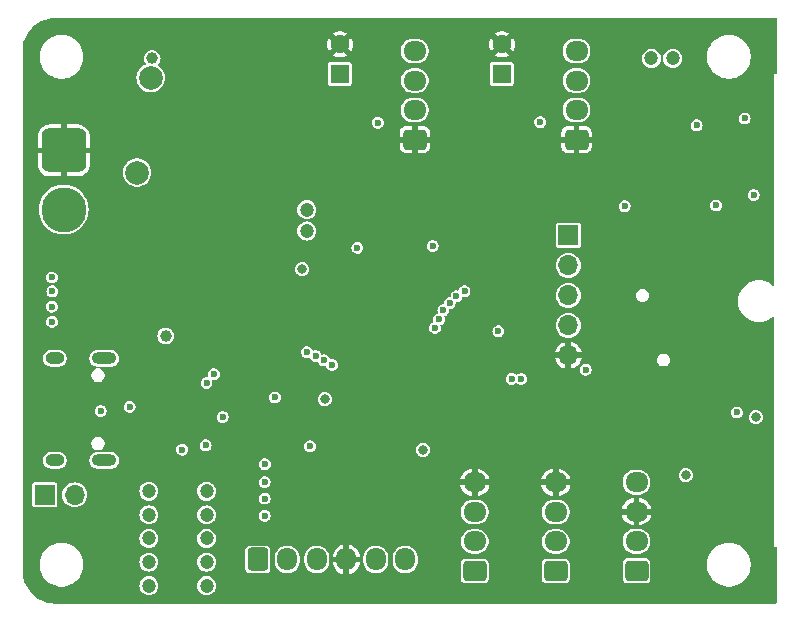
<source format=gbr>
%TF.GenerationSoftware,KiCad,Pcbnew,8.0.7*%
%TF.CreationDate,2025-02-05T20:21:28+09:00*%
%TF.ProjectId,GN10Mainboard,474e3130-4d61-4696-9e62-6f6172642e6b,rev?*%
%TF.SameCoordinates,Original*%
%TF.FileFunction,Copper,L2,Inr*%
%TF.FilePolarity,Positive*%
%FSLAX46Y46*%
G04 Gerber Fmt 4.6, Leading zero omitted, Abs format (unit mm)*
G04 Created by KiCad (PCBNEW 8.0.7) date 2025-02-05 20:21:28*
%MOMM*%
%LPD*%
G01*
G04 APERTURE LIST*
G04 Aperture macros list*
%AMRoundRect*
0 Rectangle with rounded corners*
0 $1 Rounding radius*
0 $2 $3 $4 $5 $6 $7 $8 $9 X,Y pos of 4 corners*
0 Add a 4 corners polygon primitive as box body*
4,1,4,$2,$3,$4,$5,$6,$7,$8,$9,$2,$3,0*
0 Add four circle primitives for the rounded corners*
1,1,$1+$1,$2,$3*
1,1,$1+$1,$4,$5*
1,1,$1+$1,$6,$7*
1,1,$1+$1,$8,$9*
0 Add four rect primitives between the rounded corners*
20,1,$1+$1,$2,$3,$4,$5,0*
20,1,$1+$1,$4,$5,$6,$7,0*
20,1,$1+$1,$6,$7,$8,$9,0*
20,1,$1+$1,$8,$9,$2,$3,0*%
G04 Aperture macros list end*
%TA.AperFunction,ComponentPad*%
%ADD10RoundRect,0.250000X0.725000X-0.600000X0.725000X0.600000X-0.725000X0.600000X-0.725000X-0.600000X0*%
%TD*%
%TA.AperFunction,ComponentPad*%
%ADD11O,1.950000X1.700000*%
%TD*%
%TA.AperFunction,ComponentPad*%
%ADD12R,1.600000X1.600000*%
%TD*%
%TA.AperFunction,ComponentPad*%
%ADD13C,1.600000*%
%TD*%
%TA.AperFunction,ComponentPad*%
%ADD14C,1.200000*%
%TD*%
%TA.AperFunction,ComponentPad*%
%ADD15R,1.700000X1.700000*%
%TD*%
%TA.AperFunction,ComponentPad*%
%ADD16O,1.700000X1.700000*%
%TD*%
%TA.AperFunction,ComponentPad*%
%ADD17O,2.100000X1.000000*%
%TD*%
%TA.AperFunction,ComponentPad*%
%ADD18O,1.600000X1.000000*%
%TD*%
%TA.AperFunction,ComponentPad*%
%ADD19RoundRect,0.760000X-1.140000X1.140000X-1.140000X-1.140000X1.140000X-1.140000X1.140000X1.140000X0*%
%TD*%
%TA.AperFunction,ComponentPad*%
%ADD20C,3.800000*%
%TD*%
%TA.AperFunction,ComponentPad*%
%ADD21RoundRect,0.250000X-0.600000X-0.725000X0.600000X-0.725000X0.600000X0.725000X-0.600000X0.725000X0*%
%TD*%
%TA.AperFunction,ComponentPad*%
%ADD22O,1.700000X1.950000*%
%TD*%
%TA.AperFunction,ViaPad*%
%ADD23C,0.600000*%
%TD*%
%TA.AperFunction,ViaPad*%
%ADD24C,0.800000*%
%TD*%
%TA.AperFunction,ViaPad*%
%ADD25C,2.000000*%
%TD*%
%TA.AperFunction,ViaPad*%
%ADD26C,2.500000*%
%TD*%
%TA.AperFunction,ViaPad*%
%ADD27C,1.000000*%
%TD*%
G04 APERTURE END LIST*
D10*
%TO.N,+3.3V*%
%TO.C,J8*%
X182180000Y-147019000D03*
D11*
%TO.N,SYS_SWCLK*%
X182180000Y-144519000D03*
%TO.N,GND*%
X182180000Y-142019000D03*
%TO.N,SYS_SWDIO*%
X182180000Y-139519000D03*
%TD*%
D12*
%TO.N,+5V*%
%TO.C,C29*%
X157051000Y-104954380D03*
D13*
%TO.N,GND*%
X157051000Y-102454380D03*
%TD*%
D14*
%TO.N,*%
%TO.C,SW3*%
X185245000Y-103645000D03*
X183445000Y-103645000D03*
%TD*%
D10*
%TO.N,GND*%
%TO.C,J5*%
X177100000Y-110510000D03*
D11*
%TO.N,CAN2_L*%
X177100000Y-108010000D03*
%TO.N,+5V*%
X177100000Y-105510000D03*
%TO.N,CAN2_H*%
X177100000Y-103010000D03*
%TD*%
D15*
%TO.N,BLE_UART_CTS*%
%TO.C,J10*%
X176403000Y-118618000D03*
D16*
%TO.N,BLE_UART_RTS*%
X176403000Y-121158000D03*
%TO.N,BLE_UART_TX*%
X176403000Y-123698000D03*
%TO.N,BLE_UART_RX*%
X176403000Y-126238000D03*
%TO.N,GND*%
X176403000Y-128778000D03*
%TD*%
D15*
%TO.N,+5V*%
%TO.C,J2*%
X132075000Y-140589000D03*
D16*
%TO.N,VBUS*%
X134615000Y-140589000D03*
%TD*%
D17*
%TO.N,unconnected-(J3-SHIELD-PadS1)_3*%
%TO.C,J3*%
X137115000Y-129030000D03*
D18*
%TO.N,unconnected-(J3-SHIELD-PadS1)_1*%
X132935000Y-129030000D03*
D17*
%TO.N,unconnected-(J3-SHIELD-PadS1)_2*%
X137115000Y-137670000D03*
D18*
%TO.N,unconnected-(J3-SHIELD-PadS1)*%
X132935000Y-137670000D03*
%TD*%
D12*
%TO.N,+5V*%
%TO.C,C32*%
X170767000Y-104954380D03*
D13*
%TO.N,GND*%
X170767000Y-102454380D03*
%TD*%
D10*
%TO.N,GND*%
%TO.C,J4*%
X163401000Y-110510000D03*
D11*
%TO.N,CAN1_L*%
X163401000Y-108010000D03*
%TO.N,+5V*%
X163401000Y-105510000D03*
%TO.N,CAN1_H*%
X163401000Y-103010000D03*
%TD*%
D14*
%TO.N,*%
%TO.C,SW1*%
X154257000Y-118250000D03*
X154257000Y-116450000D03*
%TD*%
%TO.N,LED_A_DRV*%
%TO.C,U5*%
X140895000Y-140285000D03*
%TO.N,LED_F_DRV*%
X140895000Y-142285000D03*
%TO.N,LED_G_DRV*%
X140895000Y-144285000D03*
%TO.N,LED_E_DRV*%
X140895000Y-146285000D03*
%TO.N,LED_D_DRV*%
X140895000Y-148285000D03*
%TO.N,LED_DP_DRV*%
X145775000Y-148285000D03*
%TO.N,+3.3V*%
X145775000Y-146285000D03*
%TO.N,LED_C_DRV*%
X145775000Y-144285000D03*
%TO.N,+3.3V*%
X145775000Y-142285000D03*
%TO.N,LED_B_DRV*%
X145775000Y-140285000D03*
%TD*%
D19*
%TO.N,GND*%
%TO.C,J1*%
X133683000Y-111432000D03*
D20*
%TO.N,+BATT*%
X133683000Y-116432000D03*
%TD*%
D10*
%TO.N,USART3_RX*%
%TO.C,J6*%
X168481000Y-147039000D03*
D11*
%TO.N,+3.3V*%
X168481000Y-144539000D03*
%TO.N,USART3_TX*%
X168481000Y-142039000D03*
%TO.N,GND*%
X168481000Y-139539000D03*
%TD*%
D10*
%TO.N,I2C4_SCL*%
%TO.C,J7*%
X175339000Y-147039000D03*
D11*
%TO.N,+3.3V*%
X175339000Y-144539000D03*
%TO.N,I2C4_SDA*%
X175339000Y-142039000D03*
%TO.N,GND*%
X175339000Y-139539000D03*
%TD*%
D21*
%TO.N,SPI3_MOSI*%
%TO.C,J9*%
X150106000Y-146063000D03*
D22*
%TO.N,+3.3V*%
X152606000Y-146063000D03*
%TO.N,SPI3_MISO*%
X155106000Y-146063000D03*
%TO.N,GND*%
X157606000Y-146063000D03*
%TO.N,SPI3_SCK*%
X160106000Y-146063000D03*
%TO.N,SPI3_CS*%
X162606000Y-146063000D03*
%TD*%
D23*
%TO.N,GND*%
X135080000Y-132220000D03*
X192230000Y-127140000D03*
X157889200Y-107632800D03*
X174450000Y-149365000D03*
X186705500Y-111582500D03*
X187023000Y-112789000D03*
X184508400Y-141110000D03*
X193246000Y-105550000D03*
X142192000Y-144412000D03*
X188877200Y-136030000D03*
X193246000Y-143650000D03*
X182451000Y-111773000D03*
X152098000Y-125489000D03*
X179530000Y-116980000D03*
X179530000Y-110249000D03*
X190960000Y-125870000D03*
X193246000Y-110630000D03*
X164086800Y-135776000D03*
X184610000Y-127140000D03*
X193246000Y-106820000D03*
X150320000Y-148730000D03*
X175088174Y-132720696D03*
X192230000Y-120790000D03*
X144478000Y-140094000D03*
X139177582Y-130122054D03*
X154130000Y-107836000D03*
X137620000Y-100724000D03*
X160480000Y-128410000D03*
X189690000Y-127140000D03*
X189690000Y-129680000D03*
X130863600Y-143421400D03*
X177625000Y-149365000D03*
X131270000Y-132220000D03*
X161242000Y-108344000D03*
X169573200Y-116014800D03*
X156822400Y-122034600D03*
X178895000Y-134252000D03*
X159972000Y-111646000D03*
X157940000Y-148730000D03*
X192230000Y-128410000D03*
X138890000Y-146190000D03*
X163020000Y-148730000D03*
X139575800Y-134226600D03*
X189690000Y-128410000D03*
X142877800Y-136893600D03*
X164925000Y-118631000D03*
X182451000Y-116218000D03*
X184610000Y-122060000D03*
X179530000Y-136030000D03*
X153495000Y-134252000D03*
X192230000Y-129680000D03*
X152250400Y-126886000D03*
X167338000Y-126251000D03*
X187150000Y-122060000D03*
X190452000Y-136919000D03*
X154130000Y-114440000D03*
X184610000Y-119520000D03*
X179530000Y-112408000D03*
X136172200Y-143497600D03*
X190909200Y-129680000D03*
X191061600Y-119520000D03*
X178381998Y-122009200D03*
X177040800Y-145885200D03*
X179530000Y-103010000D03*
X146002000Y-133871000D03*
X156111200Y-120536000D03*
X154003000Y-123584000D03*
X165560000Y-144920000D03*
X193500000Y-130950000D03*
X192357000Y-116218000D03*
X154130000Y-103010000D03*
X184356000Y-143396000D03*
X172824400Y-140449600D03*
X165560000Y-148730000D03*
X193500000Y-128410000D03*
X182070000Y-122060000D03*
X193500000Y-129680000D03*
X156162000Y-127597200D03*
X189436000Y-107582000D03*
X189055000Y-109995000D03*
X171910000Y-100724000D03*
X190452000Y-110122000D03*
X156111200Y-107302600D03*
X192230000Y-142380000D03*
X186261000Y-110122000D03*
X192230000Y-119520000D03*
X182070000Y-129680000D03*
X163020000Y-125870000D03*
X169116000Y-131966000D03*
X137112000Y-106820000D03*
X193500000Y-122060000D03*
X151971000Y-109868000D03*
X160480000Y-148730000D03*
X184610000Y-136030000D03*
X141226800Y-136792000D03*
X191010800Y-120739200D03*
X193246000Y-114948000D03*
X151386800Y-136741200D03*
X193246000Y-100724000D03*
X172468800Y-147155200D03*
X160480000Y-116980000D03*
X147780000Y-148730000D03*
X190706000Y-107709000D03*
X164747200Y-139535200D03*
X187023000Y-115964000D03*
X159819600Y-134404400D03*
X179530000Y-140475000D03*
X182070000Y-119520000D03*
X187023000Y-134252000D03*
X155400000Y-148730000D03*
X182070000Y-127140000D03*
X186388000Y-136030000D03*
X135486400Y-126581200D03*
X178381998Y-120028000D03*
X193246000Y-136157000D03*
X138890000Y-148730000D03*
X144351000Y-127775000D03*
X187150000Y-127140000D03*
X193500000Y-138824000D03*
X154003000Y-144818400D03*
X156035000Y-111265000D03*
X193500000Y-127140000D03*
X178260000Y-115760800D03*
X145240000Y-119520000D03*
X134935000Y-129832400D03*
X193500000Y-119520000D03*
X179530000Y-108090000D03*
X148796000Y-100724000D03*
X160734000Y-115202000D03*
X193246000Y-113170000D03*
X163020000Y-113170000D03*
X141811000Y-131026200D03*
X185499000Y-111265000D03*
X139398000Y-120840800D03*
X182324000Y-114313000D03*
X174450000Y-114694000D03*
X179530000Y-105550000D03*
X131270000Y-129680000D03*
X136350000Y-120790000D03*
X192230000Y-130950000D03*
X131270000Y-137300000D03*
X171275000Y-149365000D03*
X187023000Y-115329000D03*
X181054000Y-108090000D03*
X168100000Y-100724000D03*
X179530000Y-100724000D03*
X182324000Y-115583000D03*
X131270000Y-127140000D03*
X147780000Y-119520000D03*
X154638000Y-122060000D03*
X163020000Y-141110000D03*
X156212800Y-123685600D03*
D24*
X140668000Y-123838000D03*
D23*
X190960000Y-127140000D03*
X163020000Y-128410000D03*
X189690000Y-130950000D03*
X160480000Y-123330000D03*
X184610000Y-148730000D03*
X152352000Y-123965000D03*
X148415000Y-135141000D03*
X157584400Y-118707200D03*
X168100000Y-149365000D03*
X170640000Y-136030000D03*
X187150000Y-119520000D03*
X135080000Y-136030000D03*
X137112000Y-109106000D03*
X168100000Y-103010000D03*
X187150000Y-129680000D03*
X190604400Y-115405200D03*
X164290000Y-100724000D03*
D25*
X139893000Y-108723000D03*
D23*
X180952400Y-145682000D03*
X157683047Y-112862671D03*
X193246000Y-135014000D03*
X159718000Y-118758000D03*
X136350000Y-139840000D03*
X160480000Y-100724000D03*
X151590000Y-114440000D03*
X158041600Y-121298000D03*
X193246000Y-115837000D03*
X181968400Y-134404400D03*
X154130000Y-111392000D03*
X190960000Y-128410000D03*
X174653200Y-117945200D03*
X174551600Y-122974400D03*
X183594000Y-111265000D03*
X167338000Y-130569000D03*
X174450000Y-127140000D03*
X142192000Y-139840000D03*
X167947600Y-137452400D03*
X153266400Y-127978200D03*
X178361600Y-125819200D03*
X193500000Y-137300000D03*
X143970000Y-100724000D03*
X160480000Y-130950000D03*
X169217600Y-143243600D03*
X147653000Y-132982000D03*
X180927000Y-113551000D03*
X152860000Y-148730000D03*
D26*
X186182000Y-124320000D03*
D23*
X178310800Y-127546400D03*
X163020000Y-123330000D03*
X146510000Y-137300000D03*
X184610000Y-139332000D03*
X193246000Y-114059000D03*
X171204015Y-126375368D03*
X163020000Y-130950000D03*
X174602400Y-125565200D03*
X186743600Y-149339600D03*
X190909200Y-130950000D03*
X156670000Y-134353600D03*
X187150000Y-100724000D03*
X192230000Y-122060000D03*
X146510000Y-127140000D03*
X142700000Y-134760000D03*
X148034000Y-144285000D03*
X182070000Y-124600000D03*
X157940000Y-137300000D03*
X131270000Y-108090000D03*
X143970000Y-148730000D03*
X182324000Y-113043000D03*
X190604400Y-114516200D03*
X178387000Y-118250000D03*
X160480000Y-125870000D03*
X173180000Y-136030000D03*
X193246000Y-109360000D03*
X180139600Y-132016800D03*
X154130000Y-100724000D03*
X131270000Y-134760000D03*
X171452800Y-110782400D03*
X136350000Y-123330000D03*
X150675600Y-144386600D03*
X136985000Y-148730000D03*
X167338000Y-128537000D03*
X189690000Y-125870000D03*
X164747200Y-137503200D03*
X150726400Y-119723200D03*
X178387000Y-123965000D03*
X193500000Y-120790000D03*
X193246000Y-111900000D03*
X190452000Y-111646000D03*
X182070000Y-148730000D03*
X143970000Y-146190000D03*
X189690000Y-122060000D03*
X193500000Y-140348000D03*
X151590000Y-103010000D03*
X166830000Y-108090000D03*
X153876000Y-132474000D03*
X168100000Y-134125000D03*
X166677600Y-111849200D03*
X177345600Y-137350800D03*
X169268400Y-119875600D03*
X189690000Y-123330000D03*
X156314400Y-130442000D03*
X146510000Y-100724000D03*
X150320000Y-127902000D03*
X193246000Y-108090000D03*
X188166000Y-107582000D03*
X193500000Y-141745000D03*
X175720000Y-100724000D03*
X184356000Y-134252000D03*
X170233600Y-122415600D03*
X169370000Y-111900000D03*
X193347600Y-133845600D03*
X174704000Y-107328000D03*
X189690000Y-119520000D03*
X189944000Y-134506000D03*
X193347600Y-149390400D03*
X189690000Y-120790000D03*
X142700000Y-119520000D03*
X191010800Y-122060000D03*
X157940000Y-142380000D03*
X151590000Y-100724000D03*
X182451000Y-137808000D03*
X136350000Y-114440000D03*
X170182800Y-147206000D03*
X146764000Y-145478800D03*
X167846000Y-122415600D03*
X137620000Y-103010000D03*
X187023000Y-114059000D03*
X148288000Y-130442000D03*
X142700000Y-118250000D03*
X142700000Y-142380000D03*
X131270000Y-119520000D03*
X174551600Y-120434400D03*
X189690000Y-124600000D03*
D25*
%TO.N,+BATT*%
X139893000Y-113303000D03*
%TO.N,+5V*%
X141043000Y-105283000D03*
D27*
X141176000Y-103645000D03*
X142319000Y-127140000D03*
D23*
%TO.N,SYS_SWDIO*%
X167617400Y-123355400D03*
%TO.N,SYS_SWCLK*%
X166937186Y-123776485D03*
%TO.N,+3.3V*%
X158549600Y-119672400D03*
X187277000Y-109310000D03*
D24*
X153876000Y-121475800D03*
X164096200Y-136781000D03*
D23*
X154536400Y-136461800D03*
X143716000Y-136766600D03*
X147145000Y-133998000D03*
X164925000Y-119520000D03*
X191341000Y-108725000D03*
X174018200Y-109029800D03*
D24*
X155781000Y-132499400D03*
D23*
X160276800Y-109080600D03*
%TO.N,SPI3_SCK*%
X165822000Y-124954662D03*
%TO.N,DIP_3*%
X155718544Y-129203934D03*
X132692400Y-124650800D03*
%TO.N,DIP_4*%
X132692400Y-125946200D03*
X156416000Y-129595800D03*
%TO.N,DIP_2*%
X132717800Y-123355400D03*
X155008932Y-128834537D03*
%TO.N,DIP_1*%
X154277915Y-128500600D03*
X132692400Y-122187000D03*
%TO.N,SPI3_CS*%
X166360986Y-124361750D03*
%TO.N,Net-(U7-USBDM)*%
X139255002Y-133134400D03*
X145774106Y-131116858D03*
%TO.N,I2C4_SDA*%
X172408045Y-130782155D03*
%TO.N,Net-(U7-USBDP)*%
X136804998Y-133490000D03*
X146399106Y-130371039D03*
%TO.N,SPI3_MISO*%
X165469600Y-125732711D03*
%TO.N,I2C4_SCL*%
X171605000Y-130770418D03*
%TO.N,SPI3_MOSI*%
X165117200Y-126461812D03*
%TO.N,LED_B_DRV*%
X150696000Y-142356660D03*
%TO.N,LED_D_DRV*%
X150696000Y-140903941D03*
%TO.N,LED_DP_DRV*%
X150707985Y-137992615D03*
%TO.N,LED_F_DRV*%
X150704708Y-139507000D03*
D24*
%TO.N,BLE_UART_RX_LED*%
X192280800Y-134023400D03*
X186362600Y-138925600D03*
D23*
%TO.N,BLE_UART_RX*%
X181181000Y-116141800D03*
%TO.N,BLE_STATUS_LED*%
X192103000Y-115202000D03*
X188928000Y-116091000D03*
%TO.N,BLE_UART_MODE*%
X190680600Y-133617000D03*
X170489815Y-126735816D03*
%TO.N,BLE_UART_CTS*%
X177879000Y-129984800D03*
%TO.N,Net-(D13-K)*%
X151564600Y-132347000D03*
X145695062Y-136401000D03*
%TO.N,GND*%
X141430000Y-100724000D03*
%TD*%
%TA.AperFunction,Conductor*%
%TO.N,GND*%
G36*
X194053533Y-100214852D02*
G01*
X194067885Y-100249500D01*
X194067885Y-100249523D01*
X194067626Y-100813096D01*
X194065771Y-104847473D01*
X194065723Y-104951023D01*
X194051355Y-104985664D01*
X194016723Y-105000000D01*
X193832000Y-105000000D01*
X193832000Y-116871909D01*
X193828270Y-116890660D01*
X193799501Y-116960114D01*
X193799500Y-116960120D01*
X193799500Y-122827110D01*
X193785148Y-122861758D01*
X193750500Y-122876110D01*
X193719949Y-122865420D01*
X193541895Y-122723427D01*
X193541894Y-122723426D01*
X193312147Y-122590781D01*
X193065191Y-122493858D01*
X192806553Y-122434825D01*
X192806544Y-122434824D01*
X192542000Y-122415000D01*
X192277455Y-122434824D01*
X192277446Y-122434825D01*
X192018808Y-122493858D01*
X191771852Y-122590781D01*
X191542105Y-122723426D01*
X191542104Y-122723427D01*
X191334692Y-122888833D01*
X191154250Y-123083304D01*
X191154248Y-123083306D01*
X191004803Y-123302502D01*
X190889701Y-123541513D01*
X190889696Y-123541526D01*
X190841431Y-123698000D01*
X190811503Y-123795025D01*
X190771963Y-124057354D01*
X190771963Y-124322646D01*
X190811503Y-124584975D01*
X190831808Y-124650802D01*
X190889696Y-124838473D01*
X190889701Y-124838486D01*
X191004803Y-125077497D01*
X191137929Y-125272758D01*
X191154249Y-125296694D01*
X191334693Y-125491167D01*
X191351032Y-125504197D01*
X191542104Y-125656572D01*
X191542105Y-125656573D01*
X191771852Y-125789218D01*
X191771853Y-125789218D01*
X191771856Y-125789220D01*
X192018810Y-125886142D01*
X192277450Y-125945175D01*
X192542000Y-125965000D01*
X192806550Y-125945175D01*
X193065190Y-125886142D01*
X193312144Y-125789220D01*
X193541893Y-125656574D01*
X193719949Y-125514578D01*
X193755986Y-125504197D01*
X193788810Y-125522338D01*
X193799500Y-125552889D01*
X193799500Y-133039882D01*
X193828270Y-133109340D01*
X193832000Y-133128090D01*
X193832000Y-145000000D01*
X193998277Y-145000000D01*
X194032925Y-145014352D01*
X194047277Y-145049000D01*
X194047277Y-145049023D01*
X194045950Y-147935473D01*
X194045125Y-149729771D01*
X194045115Y-149750523D01*
X194030747Y-149785164D01*
X193996115Y-149799500D01*
X133001376Y-149799500D01*
X132998629Y-149799423D01*
X132962165Y-149797375D01*
X132689304Y-149782051D01*
X132683844Y-149781436D01*
X132379763Y-149729771D01*
X132374406Y-149728548D01*
X132078025Y-149643161D01*
X132072839Y-149641346D01*
X131787886Y-149523315D01*
X131782935Y-149520931D01*
X131512982Y-149371734D01*
X131508345Y-149368821D01*
X131256765Y-149190316D01*
X131252494Y-149186908D01*
X131022504Y-148981376D01*
X131018621Y-148977493D01*
X130962609Y-148914816D01*
X130813089Y-148747503D01*
X130809685Y-148743236D01*
X130631175Y-148491650D01*
X130628270Y-148487026D01*
X130479068Y-148217064D01*
X130476684Y-148212113D01*
X130358653Y-147927160D01*
X130356838Y-147921974D01*
X130299440Y-147722744D01*
X130271449Y-147625587D01*
X130270228Y-147620236D01*
X130249737Y-147499631D01*
X130218562Y-147316147D01*
X130217949Y-147310702D01*
X130200577Y-147001371D01*
X130200500Y-146998624D01*
X130200500Y-146378712D01*
X131649500Y-146378712D01*
X131649500Y-146621288D01*
X131681162Y-146861789D01*
X131681163Y-146861793D01*
X131681164Y-146861800D01*
X131743944Y-147096095D01*
X131743946Y-147096101D01*
X131836776Y-147320213D01*
X131958062Y-147530286D01*
X131958072Y-147530301D01*
X132105730Y-147722732D01*
X132105740Y-147722744D01*
X132277255Y-147894259D01*
X132277267Y-147894269D01*
X132469698Y-148041927D01*
X132469707Y-148041933D01*
X132469711Y-148041936D01*
X132679788Y-148163224D01*
X132903900Y-148256054D01*
X132903904Y-148256055D01*
X133138199Y-148318835D01*
X133138200Y-148318835D01*
X133138211Y-148318838D01*
X133378712Y-148350500D01*
X133378716Y-148350500D01*
X133621284Y-148350500D01*
X133621288Y-148350500D01*
X133861789Y-148318838D01*
X133988073Y-148285000D01*
X140089435Y-148285000D01*
X140109631Y-148464249D01*
X140109633Y-148464258D01*
X140169212Y-148634526D01*
X140240207Y-148747512D01*
X140265184Y-148787262D01*
X140392738Y-148914816D01*
X140392740Y-148914817D01*
X140545473Y-149010787D01*
X140545477Y-149010788D01*
X140545478Y-149010789D01*
X140715745Y-149070368D01*
X140895000Y-149090565D01*
X141074255Y-149070368D01*
X141244522Y-149010789D01*
X141244524Y-149010787D01*
X141244526Y-149010787D01*
X141300596Y-148975555D01*
X141397262Y-148914816D01*
X141524816Y-148787262D01*
X141585555Y-148690596D01*
X141620787Y-148634526D01*
X141620787Y-148634524D01*
X141620789Y-148634522D01*
X141680368Y-148464255D01*
X141700565Y-148285000D01*
X144969435Y-148285000D01*
X144989631Y-148464249D01*
X144989633Y-148464258D01*
X145049212Y-148634526D01*
X145120207Y-148747512D01*
X145145184Y-148787262D01*
X145272738Y-148914816D01*
X145272740Y-148914817D01*
X145425473Y-149010787D01*
X145425477Y-149010788D01*
X145425478Y-149010789D01*
X145595745Y-149070368D01*
X145775000Y-149090565D01*
X145954255Y-149070368D01*
X146124522Y-149010789D01*
X146124524Y-149010787D01*
X146124526Y-149010787D01*
X146180596Y-148975555D01*
X146277262Y-148914816D01*
X146404816Y-148787262D01*
X146465555Y-148690596D01*
X146500787Y-148634526D01*
X146500787Y-148634524D01*
X146500789Y-148634522D01*
X146560368Y-148464255D01*
X146580565Y-148285000D01*
X146560368Y-148105745D01*
X146500789Y-147935478D01*
X146500788Y-147935477D01*
X146500787Y-147935473D01*
X146404817Y-147782740D01*
X146404816Y-147782738D01*
X146277262Y-147655184D01*
X146277259Y-147655182D01*
X146124526Y-147559212D01*
X145954258Y-147499633D01*
X145954257Y-147499632D01*
X145954255Y-147499632D01*
X145954251Y-147499631D01*
X145954249Y-147499631D01*
X145775000Y-147479435D01*
X145595750Y-147499631D01*
X145595741Y-147499633D01*
X145425473Y-147559212D01*
X145272740Y-147655182D01*
X145272736Y-147655185D01*
X145145185Y-147782736D01*
X145145182Y-147782740D01*
X145049212Y-147935473D01*
X144989633Y-148105741D01*
X144989631Y-148105750D01*
X144969435Y-148285000D01*
X141700565Y-148285000D01*
X141680368Y-148105745D01*
X141620789Y-147935478D01*
X141620788Y-147935477D01*
X141620787Y-147935473D01*
X141524817Y-147782740D01*
X141524816Y-147782738D01*
X141397262Y-147655184D01*
X141397259Y-147655182D01*
X141244526Y-147559212D01*
X141074258Y-147499633D01*
X141074257Y-147499632D01*
X141074255Y-147499632D01*
X141074251Y-147499631D01*
X141074249Y-147499631D01*
X140895000Y-147479435D01*
X140715750Y-147499631D01*
X140715741Y-147499633D01*
X140545473Y-147559212D01*
X140392740Y-147655182D01*
X140392736Y-147655185D01*
X140265185Y-147782736D01*
X140265182Y-147782740D01*
X140169212Y-147935473D01*
X140109633Y-148105741D01*
X140109631Y-148105750D01*
X140089435Y-148285000D01*
X133988073Y-148285000D01*
X134096100Y-148256054D01*
X134320212Y-148163224D01*
X134530289Y-148041936D01*
X134530476Y-148041793D01*
X134579579Y-148004113D01*
X134722738Y-147894265D01*
X134894265Y-147722738D01*
X135019743Y-147559212D01*
X135041927Y-147530301D01*
X135041928Y-147530298D01*
X135041936Y-147530289D01*
X135163224Y-147320212D01*
X135256054Y-147096100D01*
X135318838Y-146861789D01*
X135350500Y-146621288D01*
X135350500Y-146378712D01*
X135338163Y-146285000D01*
X140089435Y-146285000D01*
X140109631Y-146464249D01*
X140109633Y-146464258D01*
X140169212Y-146634526D01*
X140265182Y-146787259D01*
X140265184Y-146787262D01*
X140392738Y-146914816D01*
X140392740Y-146914817D01*
X140545473Y-147010787D01*
X140545477Y-147010788D01*
X140545478Y-147010789D01*
X140715745Y-147070368D01*
X140895000Y-147090565D01*
X141074255Y-147070368D01*
X141244522Y-147010789D01*
X141244524Y-147010787D01*
X141244526Y-147010787D01*
X141325164Y-146960118D01*
X141397262Y-146914816D01*
X141524816Y-146787262D01*
X141588697Y-146685596D01*
X141620787Y-146634526D01*
X141620787Y-146634524D01*
X141620789Y-146634522D01*
X141680368Y-146464255D01*
X141700565Y-146285000D01*
X144969435Y-146285000D01*
X144989631Y-146464249D01*
X144989633Y-146464258D01*
X145049212Y-146634526D01*
X145145182Y-146787259D01*
X145145184Y-146787262D01*
X145272738Y-146914816D01*
X145272740Y-146914817D01*
X145425473Y-147010787D01*
X145425477Y-147010788D01*
X145425478Y-147010789D01*
X145595745Y-147070368D01*
X145775000Y-147090565D01*
X145954255Y-147070368D01*
X146124522Y-147010789D01*
X146124524Y-147010787D01*
X146124526Y-147010787D01*
X146205164Y-146960118D01*
X146277262Y-146914816D01*
X146404816Y-146787262D01*
X146468697Y-146685596D01*
X146500787Y-146634526D01*
X146500787Y-146634524D01*
X146500789Y-146634522D01*
X146560368Y-146464255D01*
X146580565Y-146285000D01*
X146560368Y-146105745D01*
X146500789Y-145935478D01*
X146500788Y-145935477D01*
X146500787Y-145935473D01*
X146404817Y-145782740D01*
X146404816Y-145782738D01*
X146277262Y-145655184D01*
X146239700Y-145631582D01*
X146124526Y-145559212D01*
X145954258Y-145499633D01*
X145954257Y-145499632D01*
X145954255Y-145499632D01*
X145954251Y-145499631D01*
X145954249Y-145499631D01*
X145775000Y-145479435D01*
X145595750Y-145499631D01*
X145595741Y-145499633D01*
X145425473Y-145559212D01*
X145272740Y-145655182D01*
X145272736Y-145655185D01*
X145145185Y-145782736D01*
X145145182Y-145782740D01*
X145049212Y-145935473D01*
X144989633Y-146105741D01*
X144989631Y-146105750D01*
X144969435Y-146285000D01*
X141700565Y-146285000D01*
X141680368Y-146105745D01*
X141620789Y-145935478D01*
X141620788Y-145935477D01*
X141620787Y-145935473D01*
X141524817Y-145782740D01*
X141524816Y-145782738D01*
X141397262Y-145655184D01*
X141359700Y-145631582D01*
X141244526Y-145559212D01*
X141074258Y-145499633D01*
X141074257Y-145499632D01*
X141074255Y-145499632D01*
X141074251Y-145499631D01*
X141074249Y-145499631D01*
X140895000Y-145479435D01*
X140715750Y-145499631D01*
X140715741Y-145499633D01*
X140545473Y-145559212D01*
X140392740Y-145655182D01*
X140392736Y-145655185D01*
X140265185Y-145782736D01*
X140265182Y-145782740D01*
X140169212Y-145935473D01*
X140109633Y-146105741D01*
X140109631Y-146105750D01*
X140089435Y-146285000D01*
X135338163Y-146285000D01*
X135318838Y-146138211D01*
X135315441Y-146125535D01*
X135256055Y-145903904D01*
X135256053Y-145903898D01*
X135218402Y-145812999D01*
X135163224Y-145679788D01*
X135156826Y-145668707D01*
X135041937Y-145469713D01*
X135041927Y-145469698D01*
X134899224Y-145283724D01*
X149055500Y-145283724D01*
X149055500Y-146842275D01*
X149058353Y-146872698D01*
X149058353Y-146872699D01*
X149103204Y-147000876D01*
X149103208Y-147000885D01*
X149183849Y-147110150D01*
X149293114Y-147190791D01*
X149293117Y-147190792D01*
X149293118Y-147190793D01*
X149293120Y-147190793D01*
X149293123Y-147190795D01*
X149421301Y-147235646D01*
X149451734Y-147238500D01*
X149451744Y-147238500D01*
X150760256Y-147238500D01*
X150760266Y-147238500D01*
X150790699Y-147235646D01*
X150918882Y-147190793D01*
X150944933Y-147171567D01*
X151028150Y-147110150D01*
X151108791Y-147000885D01*
X151108791Y-147000884D01*
X151108793Y-147000882D01*
X151153646Y-146872699D01*
X151156500Y-146842266D01*
X151156500Y-145834535D01*
X151555500Y-145834535D01*
X151555500Y-146291465D01*
X151572855Y-146378715D01*
X151595869Y-146494417D01*
X151595871Y-146494423D01*
X151653902Y-146634522D01*
X151675059Y-146685598D01*
X151790023Y-146857655D01*
X151936345Y-147003977D01*
X152108402Y-147118941D01*
X152299580Y-147198130D01*
X152502535Y-147238500D01*
X152502538Y-147238500D01*
X152709462Y-147238500D01*
X152709465Y-147238500D01*
X152912420Y-147198130D01*
X153103598Y-147118941D01*
X153275655Y-147003977D01*
X153421977Y-146857655D01*
X153536941Y-146685598D01*
X153616130Y-146494420D01*
X153656500Y-146291465D01*
X153656500Y-145834535D01*
X154055500Y-145834535D01*
X154055500Y-146291465D01*
X154072855Y-146378715D01*
X154095869Y-146494417D01*
X154095871Y-146494423D01*
X154153902Y-146634522D01*
X154175059Y-146685598D01*
X154290023Y-146857655D01*
X154436345Y-147003977D01*
X154608402Y-147118941D01*
X154799580Y-147198130D01*
X155002535Y-147238500D01*
X155002538Y-147238500D01*
X155209462Y-147238500D01*
X155209465Y-147238500D01*
X155412420Y-147198130D01*
X155603598Y-147118941D01*
X155775655Y-147003977D01*
X155921977Y-146857655D01*
X156036941Y-146685598D01*
X156116130Y-146494420D01*
X156156500Y-146291465D01*
X156156500Y-145834535D01*
X156152216Y-145812999D01*
X156461462Y-145812999D01*
X156461463Y-145813000D01*
X157201854Y-145813000D01*
X157163370Y-145879657D01*
X157131000Y-146000465D01*
X157131000Y-146125535D01*
X157163370Y-146246343D01*
X157201854Y-146313000D01*
X156461463Y-146313000D01*
X156484316Y-146457289D01*
X156484317Y-146457292D01*
X156540252Y-146629445D01*
X156622432Y-146790730D01*
X156728830Y-146937176D01*
X156728834Y-146937181D01*
X156856819Y-147065166D01*
X156856823Y-147065169D01*
X157003269Y-147171567D01*
X157164554Y-147253747D01*
X157336708Y-147309682D01*
X157336712Y-147309683D01*
X157356000Y-147312738D01*
X157356000Y-146467145D01*
X157422657Y-146505630D01*
X157543465Y-146538000D01*
X157668535Y-146538000D01*
X157789343Y-146505630D01*
X157856000Y-146467145D01*
X157856000Y-147312737D01*
X157875287Y-147309683D01*
X157875291Y-147309682D01*
X158047445Y-147253747D01*
X158208730Y-147171567D01*
X158355176Y-147065169D01*
X158355181Y-147065166D01*
X158483166Y-146937181D01*
X158483169Y-146937176D01*
X158589567Y-146790730D01*
X158671747Y-146629445D01*
X158727682Y-146457292D01*
X158727683Y-146457289D01*
X158750537Y-146313000D01*
X158010146Y-146313000D01*
X158048630Y-146246343D01*
X158081000Y-146125535D01*
X158081000Y-146000465D01*
X158048630Y-145879657D01*
X158022579Y-145834535D01*
X159055500Y-145834535D01*
X159055500Y-146291465D01*
X159072855Y-146378715D01*
X159095869Y-146494417D01*
X159095871Y-146494423D01*
X159153902Y-146634522D01*
X159175059Y-146685598D01*
X159290023Y-146857655D01*
X159436345Y-147003977D01*
X159608402Y-147118941D01*
X159799580Y-147198130D01*
X160002535Y-147238500D01*
X160002538Y-147238500D01*
X160209462Y-147238500D01*
X160209465Y-147238500D01*
X160412420Y-147198130D01*
X160603598Y-147118941D01*
X160775655Y-147003977D01*
X160921977Y-146857655D01*
X161036941Y-146685598D01*
X161116130Y-146494420D01*
X161156500Y-146291465D01*
X161156500Y-145834535D01*
X161555500Y-145834535D01*
X161555500Y-146291465D01*
X161572855Y-146378715D01*
X161595869Y-146494417D01*
X161595871Y-146494423D01*
X161653902Y-146634522D01*
X161675059Y-146685598D01*
X161790023Y-146857655D01*
X161936345Y-147003977D01*
X162108402Y-147118941D01*
X162299580Y-147198130D01*
X162502535Y-147238500D01*
X162502538Y-147238500D01*
X162709462Y-147238500D01*
X162709465Y-147238500D01*
X162912420Y-147198130D01*
X163103598Y-147118941D01*
X163275655Y-147003977D01*
X163421977Y-146857655D01*
X163536941Y-146685598D01*
X163616130Y-146494420D01*
X163637950Y-146384724D01*
X167305500Y-146384724D01*
X167305500Y-147693275D01*
X167308353Y-147723698D01*
X167308353Y-147723699D01*
X167353204Y-147851876D01*
X167353208Y-147851885D01*
X167433849Y-147961150D01*
X167543114Y-148041791D01*
X167543117Y-148041792D01*
X167543118Y-148041793D01*
X167543120Y-148041793D01*
X167543123Y-148041795D01*
X167622300Y-148069500D01*
X167671301Y-148086646D01*
X167701734Y-148089500D01*
X167701744Y-148089500D01*
X169260256Y-148089500D01*
X169260266Y-148089500D01*
X169290699Y-148086646D01*
X169418882Y-148041793D01*
X169445979Y-148021795D01*
X169528150Y-147961150D01*
X169608791Y-147851885D01*
X169608791Y-147851884D01*
X169608793Y-147851882D01*
X169653646Y-147723699D01*
X169656500Y-147693266D01*
X169656500Y-146384734D01*
X169656499Y-146384724D01*
X174163500Y-146384724D01*
X174163500Y-147693275D01*
X174166353Y-147723698D01*
X174166353Y-147723699D01*
X174211204Y-147851876D01*
X174211208Y-147851885D01*
X174291849Y-147961150D01*
X174401114Y-148041791D01*
X174401117Y-148041792D01*
X174401118Y-148041793D01*
X174401120Y-148041793D01*
X174401123Y-148041795D01*
X174480300Y-148069500D01*
X174529301Y-148086646D01*
X174559734Y-148089500D01*
X174559744Y-148089500D01*
X176118256Y-148089500D01*
X176118266Y-148089500D01*
X176148699Y-148086646D01*
X176276882Y-148041793D01*
X176303979Y-148021795D01*
X176386150Y-147961150D01*
X176466791Y-147851885D01*
X176466791Y-147851884D01*
X176466793Y-147851882D01*
X176511646Y-147723699D01*
X176514500Y-147693266D01*
X176514500Y-146384734D01*
X176512623Y-146364724D01*
X181004500Y-146364724D01*
X181004500Y-147673275D01*
X181007353Y-147703698D01*
X181007353Y-147703699D01*
X181052204Y-147831876D01*
X181052208Y-147831885D01*
X181132849Y-147941150D01*
X181242114Y-148021791D01*
X181242117Y-148021792D01*
X181242118Y-148021793D01*
X181242120Y-148021793D01*
X181242123Y-148021795D01*
X181299686Y-148041937D01*
X181370301Y-148066646D01*
X181400734Y-148069500D01*
X181400744Y-148069500D01*
X182959256Y-148069500D01*
X182959266Y-148069500D01*
X182989699Y-148066646D01*
X183117882Y-148021793D01*
X183227150Y-147941150D01*
X183293030Y-147851885D01*
X183307791Y-147831885D01*
X183307791Y-147831884D01*
X183307793Y-147831882D01*
X183352646Y-147703699D01*
X183355500Y-147673266D01*
X183355500Y-146378712D01*
X188149500Y-146378712D01*
X188149500Y-146621288D01*
X188181162Y-146861789D01*
X188181163Y-146861793D01*
X188181164Y-146861800D01*
X188243944Y-147096095D01*
X188243946Y-147096101D01*
X188336776Y-147320213D01*
X188458062Y-147530286D01*
X188458072Y-147530301D01*
X188605730Y-147722732D01*
X188605740Y-147722744D01*
X188777255Y-147894259D01*
X188777267Y-147894269D01*
X188969698Y-148041927D01*
X188969707Y-148041933D01*
X188969711Y-148041936D01*
X189179788Y-148163224D01*
X189403900Y-148256054D01*
X189403904Y-148256055D01*
X189638199Y-148318835D01*
X189638200Y-148318835D01*
X189638211Y-148318838D01*
X189878712Y-148350500D01*
X189878716Y-148350500D01*
X190121284Y-148350500D01*
X190121288Y-148350500D01*
X190361789Y-148318838D01*
X190596100Y-148256054D01*
X190820212Y-148163224D01*
X191030289Y-148041936D01*
X191030476Y-148041793D01*
X191079579Y-148004113D01*
X191222738Y-147894265D01*
X191394265Y-147722738D01*
X191519743Y-147559212D01*
X191541927Y-147530301D01*
X191541928Y-147530298D01*
X191541936Y-147530289D01*
X191663224Y-147320212D01*
X191756054Y-147096100D01*
X191818838Y-146861789D01*
X191850500Y-146621288D01*
X191850500Y-146378712D01*
X191818838Y-146138211D01*
X191815441Y-146125535D01*
X191756055Y-145903904D01*
X191756053Y-145903898D01*
X191718402Y-145812999D01*
X191663224Y-145679788D01*
X191656826Y-145668707D01*
X191541937Y-145469713D01*
X191541927Y-145469698D01*
X191394269Y-145277267D01*
X191394259Y-145277255D01*
X191222744Y-145105740D01*
X191222732Y-145105730D01*
X191030301Y-144958072D01*
X191030286Y-144958062D01*
X190820212Y-144836776D01*
X190820213Y-144836776D01*
X190596101Y-144743946D01*
X190596095Y-144743944D01*
X190361800Y-144681164D01*
X190361793Y-144681163D01*
X190361789Y-144681162D01*
X190121288Y-144649500D01*
X189878712Y-144649500D01*
X189638211Y-144681162D01*
X189638207Y-144681162D01*
X189638199Y-144681164D01*
X189403904Y-144743944D01*
X189403898Y-144743946D01*
X189179786Y-144836776D01*
X188969713Y-144958062D01*
X188969698Y-144958072D01*
X188777267Y-145105730D01*
X188777255Y-145105740D01*
X188605740Y-145277255D01*
X188605730Y-145277267D01*
X188458072Y-145469698D01*
X188458062Y-145469713D01*
X188336776Y-145679786D01*
X188243946Y-145903898D01*
X188243944Y-145903904D01*
X188181164Y-146138199D01*
X188181162Y-146138207D01*
X188181162Y-146138211D01*
X188149500Y-146378712D01*
X183355500Y-146378712D01*
X183355500Y-146364734D01*
X183352646Y-146334301D01*
X183345192Y-146313000D01*
X183307795Y-146206123D01*
X183307791Y-146206114D01*
X183227150Y-146096849D01*
X183117885Y-146016208D01*
X183117876Y-146016204D01*
X182989698Y-145971353D01*
X182959275Y-145968500D01*
X182959266Y-145968500D01*
X181400734Y-145968500D01*
X181400724Y-145968500D01*
X181370301Y-145971353D01*
X181370300Y-145971353D01*
X181242123Y-146016204D01*
X181242114Y-146016208D01*
X181132849Y-146096849D01*
X181052208Y-146206114D01*
X181052204Y-146206123D01*
X181007353Y-146334300D01*
X181007353Y-146334301D01*
X181004500Y-146364724D01*
X176512623Y-146364724D01*
X176511646Y-146354301D01*
X176504647Y-146334300D01*
X176466795Y-146226123D01*
X176466791Y-146226114D01*
X176386150Y-146116849D01*
X176276885Y-146036208D01*
X176276876Y-146036204D01*
X176148698Y-145991353D01*
X176118275Y-145988500D01*
X176118266Y-145988500D01*
X174559734Y-145988500D01*
X174559724Y-145988500D01*
X174529301Y-145991353D01*
X174529300Y-145991353D01*
X174401123Y-146036204D01*
X174401114Y-146036208D01*
X174291849Y-146116849D01*
X174211208Y-146226114D01*
X174211204Y-146226123D01*
X174166353Y-146354300D01*
X174166353Y-146354301D01*
X174163500Y-146384724D01*
X169656499Y-146384724D01*
X169653646Y-146354301D01*
X169646647Y-146334300D01*
X169608795Y-146226123D01*
X169608791Y-146226114D01*
X169528150Y-146116849D01*
X169418885Y-146036208D01*
X169418876Y-146036204D01*
X169290698Y-145991353D01*
X169260275Y-145988500D01*
X169260266Y-145988500D01*
X167701734Y-145988500D01*
X167701724Y-145988500D01*
X167671301Y-145991353D01*
X167671300Y-145991353D01*
X167543123Y-146036204D01*
X167543114Y-146036208D01*
X167433849Y-146116849D01*
X167353208Y-146226114D01*
X167353204Y-146226123D01*
X167308353Y-146354300D01*
X167308353Y-146354301D01*
X167305500Y-146384724D01*
X163637950Y-146384724D01*
X163656500Y-146291465D01*
X163656500Y-145834535D01*
X163616130Y-145631580D01*
X163536941Y-145440402D01*
X163421977Y-145268345D01*
X163275655Y-145122023D01*
X163228574Y-145090565D01*
X163166402Y-145049023D01*
X163103598Y-145007059D01*
X163103596Y-145007058D01*
X162912423Y-144927871D01*
X162912417Y-144927869D01*
X162830572Y-144911589D01*
X162709465Y-144887500D01*
X162502535Y-144887500D01*
X162401520Y-144907592D01*
X162299582Y-144927869D01*
X162299576Y-144927871D01*
X162108403Y-145007058D01*
X161936345Y-145122022D01*
X161790022Y-145268345D01*
X161675058Y-145440403D01*
X161595871Y-145631576D01*
X161595869Y-145631582D01*
X161588485Y-145668707D01*
X161555500Y-145834535D01*
X161156500Y-145834535D01*
X161116130Y-145631580D01*
X161036941Y-145440402D01*
X160921977Y-145268345D01*
X160775655Y-145122023D01*
X160728574Y-145090565D01*
X160666402Y-145049023D01*
X160603598Y-145007059D01*
X160603596Y-145007058D01*
X160412423Y-144927871D01*
X160412417Y-144927869D01*
X160330572Y-144911589D01*
X160209465Y-144887500D01*
X160002535Y-144887500D01*
X159901520Y-144907592D01*
X159799582Y-144927869D01*
X159799576Y-144927871D01*
X159608403Y-145007058D01*
X159436345Y-145122022D01*
X159290022Y-145268345D01*
X159175058Y-145440403D01*
X159095871Y-145631576D01*
X159095869Y-145631582D01*
X159088485Y-145668707D01*
X159055500Y-145834535D01*
X158022579Y-145834535D01*
X158010146Y-145813000D01*
X158750537Y-145813000D01*
X158750537Y-145812999D01*
X158727683Y-145668710D01*
X158727682Y-145668707D01*
X158671747Y-145496554D01*
X158589567Y-145335269D01*
X158483169Y-145188823D01*
X158483166Y-145188819D01*
X158355181Y-145060834D01*
X158355176Y-145060830D01*
X158208730Y-144954432D01*
X158047445Y-144872252D01*
X157875292Y-144816317D01*
X157875290Y-144816316D01*
X157856000Y-144813260D01*
X157856000Y-145658854D01*
X157789343Y-145620370D01*
X157668535Y-145588000D01*
X157543465Y-145588000D01*
X157422657Y-145620370D01*
X157356000Y-145658854D01*
X157356000Y-144813260D01*
X157336709Y-144816316D01*
X157336707Y-144816317D01*
X157164554Y-144872252D01*
X157003269Y-144954432D01*
X156856823Y-145060830D01*
X156728830Y-145188823D01*
X156622432Y-145335269D01*
X156540252Y-145496554D01*
X156484317Y-145668707D01*
X156484316Y-145668710D01*
X156461462Y-145812999D01*
X156152216Y-145812999D01*
X156116130Y-145631580D01*
X156036941Y-145440402D01*
X155921977Y-145268345D01*
X155775655Y-145122023D01*
X155728574Y-145090565D01*
X155666402Y-145049023D01*
X155603598Y-145007059D01*
X155603596Y-145007058D01*
X155412423Y-144927871D01*
X155412417Y-144927869D01*
X155330572Y-144911589D01*
X155209465Y-144887500D01*
X155002535Y-144887500D01*
X154901520Y-144907592D01*
X154799582Y-144927869D01*
X154799576Y-144927871D01*
X154608403Y-145007058D01*
X154436345Y-145122022D01*
X154290022Y-145268345D01*
X154175058Y-145440403D01*
X154095871Y-145631576D01*
X154095869Y-145631582D01*
X154088485Y-145668707D01*
X154055500Y-145834535D01*
X153656500Y-145834535D01*
X153616130Y-145631580D01*
X153536941Y-145440402D01*
X153421977Y-145268345D01*
X153275655Y-145122023D01*
X153228574Y-145090565D01*
X153166402Y-145049023D01*
X153103598Y-145007059D01*
X153103596Y-145007058D01*
X152912423Y-144927871D01*
X152912417Y-144927869D01*
X152830572Y-144911589D01*
X152709465Y-144887500D01*
X152502535Y-144887500D01*
X152401520Y-144907592D01*
X152299582Y-144927869D01*
X152299576Y-144927871D01*
X152108403Y-145007058D01*
X151936345Y-145122022D01*
X151790022Y-145268345D01*
X151675058Y-145440403D01*
X151595871Y-145631576D01*
X151595869Y-145631582D01*
X151588485Y-145668707D01*
X151555500Y-145834535D01*
X151156500Y-145834535D01*
X151156500Y-145283734D01*
X151153646Y-145253301D01*
X151138023Y-145208654D01*
X151108795Y-145125123D01*
X151108791Y-145125114D01*
X151028150Y-145015849D01*
X150918885Y-144935208D01*
X150918876Y-144935204D01*
X150790698Y-144890353D01*
X150760275Y-144887500D01*
X150760266Y-144887500D01*
X149451734Y-144887500D01*
X149451724Y-144887500D01*
X149421301Y-144890353D01*
X149421300Y-144890353D01*
X149293123Y-144935204D01*
X149293114Y-144935208D01*
X149183849Y-145015849D01*
X149103208Y-145125114D01*
X149103204Y-145125123D01*
X149058353Y-145253300D01*
X149058353Y-145253301D01*
X149055500Y-145283724D01*
X134899224Y-145283724D01*
X134894269Y-145277267D01*
X134894259Y-145277255D01*
X134722744Y-145105740D01*
X134722732Y-145105730D01*
X134530301Y-144958072D01*
X134530286Y-144958062D01*
X134320212Y-144836776D01*
X134320213Y-144836776D01*
X134096101Y-144743946D01*
X134096095Y-144743944D01*
X133861800Y-144681164D01*
X133861793Y-144681163D01*
X133861789Y-144681162D01*
X133621288Y-144649500D01*
X133378712Y-144649500D01*
X133138211Y-144681162D01*
X133138207Y-144681162D01*
X133138199Y-144681164D01*
X132903904Y-144743944D01*
X132903898Y-144743946D01*
X132679786Y-144836776D01*
X132469713Y-144958062D01*
X132469698Y-144958072D01*
X132277267Y-145105730D01*
X132277255Y-145105740D01*
X132105740Y-145277255D01*
X132105730Y-145277267D01*
X131958072Y-145469698D01*
X131958062Y-145469713D01*
X131836776Y-145679786D01*
X131743946Y-145903898D01*
X131743944Y-145903904D01*
X131681164Y-146138199D01*
X131681162Y-146138207D01*
X131681162Y-146138211D01*
X131649500Y-146378712D01*
X130200500Y-146378712D01*
X130200500Y-144285000D01*
X140089435Y-144285000D01*
X140109631Y-144464249D01*
X140109633Y-144464258D01*
X140169212Y-144634526D01*
X140265182Y-144787259D01*
X140265184Y-144787262D01*
X140392738Y-144914816D01*
X140392740Y-144914817D01*
X140545473Y-145010787D01*
X140545477Y-145010788D01*
X140545478Y-145010789D01*
X140715745Y-145070368D01*
X140895000Y-145090565D01*
X141074255Y-145070368D01*
X141244522Y-145010789D01*
X141244524Y-145010787D01*
X141244526Y-145010787D01*
X141300596Y-144975555D01*
X141397262Y-144914816D01*
X141524816Y-144787262D01*
X141611378Y-144649500D01*
X141620787Y-144634526D01*
X141620787Y-144634524D01*
X141620789Y-144634522D01*
X141680368Y-144464255D01*
X141700565Y-144285000D01*
X144969435Y-144285000D01*
X144989631Y-144464249D01*
X144989633Y-144464258D01*
X145049212Y-144634526D01*
X145145182Y-144787259D01*
X145145184Y-144787262D01*
X145272738Y-144914816D01*
X145272740Y-144914817D01*
X145425473Y-145010787D01*
X145425477Y-145010788D01*
X145425478Y-145010789D01*
X145595745Y-145070368D01*
X145775000Y-145090565D01*
X145954255Y-145070368D01*
X146124522Y-145010789D01*
X146124524Y-145010787D01*
X146124526Y-145010787D01*
X146180596Y-144975555D01*
X146277262Y-144914816D01*
X146404816Y-144787262D01*
X146491378Y-144649500D01*
X146500787Y-144634526D01*
X146500787Y-144634524D01*
X146500789Y-144634522D01*
X146560368Y-144464255D01*
X146563604Y-144435535D01*
X167305500Y-144435535D01*
X167305500Y-144642465D01*
X167313198Y-144681164D01*
X167345869Y-144845417D01*
X167345871Y-144845423D01*
X167425058Y-145036596D01*
X167526659Y-145188655D01*
X167540023Y-145208655D01*
X167686345Y-145354977D01*
X167858402Y-145469941D01*
X168049580Y-145549130D01*
X168252535Y-145589500D01*
X168252538Y-145589500D01*
X168709462Y-145589500D01*
X168709465Y-145589500D01*
X168912420Y-145549130D01*
X169103598Y-145469941D01*
X169275655Y-145354977D01*
X169421977Y-145208655D01*
X169536941Y-145036598D01*
X169616130Y-144845420D01*
X169656500Y-144642465D01*
X169656500Y-144435535D01*
X174163500Y-144435535D01*
X174163500Y-144642465D01*
X174171198Y-144681164D01*
X174203869Y-144845417D01*
X174203871Y-144845423D01*
X174283058Y-145036596D01*
X174384659Y-145188655D01*
X174398023Y-145208655D01*
X174544345Y-145354977D01*
X174716402Y-145469941D01*
X174907580Y-145549130D01*
X175110535Y-145589500D01*
X175110538Y-145589500D01*
X175567462Y-145589500D01*
X175567465Y-145589500D01*
X175770420Y-145549130D01*
X175961598Y-145469941D01*
X176133655Y-145354977D01*
X176279977Y-145208655D01*
X176394941Y-145036598D01*
X176474130Y-144845420D01*
X176514500Y-144642465D01*
X176514500Y-144435535D01*
X176510522Y-144415535D01*
X181004500Y-144415535D01*
X181004500Y-144622465D01*
X181016176Y-144681164D01*
X181044869Y-144825417D01*
X181044871Y-144825423D01*
X181123749Y-145015849D01*
X181124059Y-145016598D01*
X181159987Y-145070368D01*
X181196572Y-145125123D01*
X181239023Y-145188655D01*
X181385345Y-145334977D01*
X181557402Y-145449941D01*
X181748580Y-145529130D01*
X181951535Y-145569500D01*
X181951538Y-145569500D01*
X182408462Y-145569500D01*
X182408465Y-145569500D01*
X182611420Y-145529130D01*
X182802598Y-145449941D01*
X182974655Y-145334977D01*
X183120977Y-145188655D01*
X183235941Y-145016598D01*
X183315130Y-144825420D01*
X183355500Y-144622465D01*
X183355500Y-144415535D01*
X183315130Y-144212580D01*
X183235941Y-144021402D01*
X183120977Y-143849345D01*
X182974655Y-143703023D01*
X182802598Y-143588059D01*
X182732956Y-143559212D01*
X182611423Y-143508871D01*
X182611417Y-143508869D01*
X182509012Y-143488500D01*
X182408465Y-143468500D01*
X181951535Y-143468500D01*
X181850988Y-143488500D01*
X181748582Y-143508869D01*
X181748576Y-143508871D01*
X181557403Y-143588058D01*
X181385345Y-143703022D01*
X181239022Y-143849345D01*
X181124058Y-144021403D01*
X181044871Y-144212576D01*
X181044869Y-144212582D01*
X181040891Y-144232582D01*
X181004500Y-144415535D01*
X176510522Y-144415535D01*
X176474130Y-144232580D01*
X176394941Y-144041402D01*
X176279977Y-143869345D01*
X176133655Y-143723023D01*
X175961598Y-143608059D01*
X175843672Y-143559212D01*
X175770423Y-143528871D01*
X175770417Y-143528869D01*
X175688572Y-143512589D01*
X175567465Y-143488500D01*
X175110535Y-143488500D01*
X175009520Y-143508592D01*
X174907582Y-143528869D01*
X174907576Y-143528871D01*
X174716403Y-143608058D01*
X174544345Y-143723022D01*
X174398022Y-143869345D01*
X174283058Y-144041403D01*
X174203871Y-144232576D01*
X174203869Y-144232582D01*
X174193443Y-144285000D01*
X174163500Y-144435535D01*
X169656500Y-144435535D01*
X169616130Y-144232580D01*
X169536941Y-144041402D01*
X169421977Y-143869345D01*
X169275655Y-143723023D01*
X169103598Y-143608059D01*
X168985672Y-143559212D01*
X168912423Y-143528871D01*
X168912417Y-143528869D01*
X168830572Y-143512589D01*
X168709465Y-143488500D01*
X168252535Y-143488500D01*
X168151520Y-143508592D01*
X168049582Y-143528869D01*
X168049576Y-143528871D01*
X167858403Y-143608058D01*
X167686345Y-143723022D01*
X167540022Y-143869345D01*
X167425058Y-144041403D01*
X167345871Y-144232576D01*
X167345869Y-144232582D01*
X167335443Y-144285000D01*
X167305500Y-144435535D01*
X146563604Y-144435535D01*
X146580565Y-144285000D01*
X146560368Y-144105745D01*
X146500789Y-143935478D01*
X146500788Y-143935477D01*
X146500787Y-143935473D01*
X146404817Y-143782740D01*
X146404816Y-143782738D01*
X146277262Y-143655184D01*
X146277259Y-143655182D01*
X146124526Y-143559212D01*
X145954258Y-143499633D01*
X145954257Y-143499632D01*
X145954255Y-143499632D01*
X145954251Y-143499631D01*
X145954249Y-143499631D01*
X145775000Y-143479435D01*
X145595750Y-143499631D01*
X145595741Y-143499633D01*
X145425473Y-143559212D01*
X145272740Y-143655182D01*
X145272736Y-143655185D01*
X145145185Y-143782736D01*
X145145182Y-143782740D01*
X145049212Y-143935473D01*
X144989633Y-144105741D01*
X144989631Y-144105750D01*
X144969435Y-144285000D01*
X141700565Y-144285000D01*
X141680368Y-144105745D01*
X141620789Y-143935478D01*
X141620788Y-143935477D01*
X141620787Y-143935473D01*
X141524817Y-143782740D01*
X141524816Y-143782738D01*
X141397262Y-143655184D01*
X141397259Y-143655182D01*
X141244526Y-143559212D01*
X141074258Y-143499633D01*
X141074257Y-143499632D01*
X141074255Y-143499632D01*
X141074251Y-143499631D01*
X141074249Y-143499631D01*
X140895000Y-143479435D01*
X140715750Y-143499631D01*
X140715741Y-143499633D01*
X140545473Y-143559212D01*
X140392740Y-143655182D01*
X140392736Y-143655185D01*
X140265185Y-143782736D01*
X140265182Y-143782740D01*
X140169212Y-143935473D01*
X140109633Y-144105741D01*
X140109631Y-144105750D01*
X140089435Y-144285000D01*
X130200500Y-144285000D01*
X130200500Y-142285000D01*
X140089435Y-142285000D01*
X140109631Y-142464249D01*
X140109633Y-142464258D01*
X140169212Y-142634526D01*
X140265182Y-142787259D01*
X140265184Y-142787262D01*
X140392738Y-142914816D01*
X140392740Y-142914817D01*
X140545473Y-143010787D01*
X140545477Y-143010788D01*
X140545478Y-143010789D01*
X140715745Y-143070368D01*
X140895000Y-143090565D01*
X141074255Y-143070368D01*
X141244522Y-143010789D01*
X141244524Y-143010787D01*
X141244526Y-143010787D01*
X141309531Y-142969941D01*
X141397262Y-142914816D01*
X141524816Y-142787262D01*
X141585555Y-142690596D01*
X141620787Y-142634526D01*
X141620787Y-142634524D01*
X141620789Y-142634522D01*
X141680368Y-142464255D01*
X141700565Y-142285000D01*
X144969435Y-142285000D01*
X144989631Y-142464249D01*
X144989633Y-142464258D01*
X145049212Y-142634526D01*
X145145182Y-142787259D01*
X145145184Y-142787262D01*
X145272738Y-142914816D01*
X145272740Y-142914817D01*
X145425473Y-143010787D01*
X145425477Y-143010788D01*
X145425478Y-143010789D01*
X145595745Y-143070368D01*
X145775000Y-143090565D01*
X145954255Y-143070368D01*
X146124522Y-143010789D01*
X146124524Y-143010787D01*
X146124526Y-143010787D01*
X146189531Y-142969941D01*
X146277262Y-142914816D01*
X146404816Y-142787262D01*
X146465555Y-142690596D01*
X146500787Y-142634526D01*
X146500787Y-142634524D01*
X146500789Y-142634522D01*
X146560368Y-142464255D01*
X146572491Y-142356657D01*
X150190353Y-142356657D01*
X150190353Y-142356662D01*
X150210833Y-142499114D01*
X150227951Y-142536596D01*
X150270623Y-142630033D01*
X150270624Y-142630034D01*
X150270625Y-142630036D01*
X150274516Y-142634526D01*
X150364872Y-142738803D01*
X150485947Y-142816613D01*
X150562785Y-142839174D01*
X150624034Y-142857159D01*
X150624037Y-142857159D01*
X150624039Y-142857160D01*
X150624040Y-142857160D01*
X150767960Y-142857160D01*
X150767961Y-142857160D01*
X150767963Y-142857159D01*
X150767965Y-142857159D01*
X150790795Y-142850455D01*
X150906053Y-142816613D01*
X151027128Y-142738803D01*
X151121377Y-142630033D01*
X151181165Y-142499117D01*
X151181165Y-142499115D01*
X151181166Y-142499114D01*
X151201647Y-142356662D01*
X151201647Y-142356657D01*
X151181166Y-142214205D01*
X151175749Y-142202343D01*
X151121377Y-142083287D01*
X151027128Y-141974517D01*
X150966471Y-141935535D01*
X167305500Y-141935535D01*
X167305500Y-142142465D01*
X167319770Y-142214205D01*
X167345869Y-142345417D01*
X167345871Y-142345423D01*
X167409534Y-142499117D01*
X167425059Y-142536598D01*
X167540023Y-142708655D01*
X167686345Y-142854977D01*
X167858402Y-142969941D01*
X168049580Y-143049130D01*
X168252535Y-143089500D01*
X168252538Y-143089500D01*
X168709462Y-143089500D01*
X168709465Y-143089500D01*
X168912420Y-143049130D01*
X169103598Y-142969941D01*
X169275655Y-142854977D01*
X169421977Y-142708655D01*
X169536941Y-142536598D01*
X169616130Y-142345420D01*
X169656500Y-142142465D01*
X169656500Y-141935535D01*
X174163500Y-141935535D01*
X174163500Y-142142465D01*
X174177770Y-142214205D01*
X174203869Y-142345417D01*
X174203871Y-142345423D01*
X174267534Y-142499117D01*
X174283059Y-142536598D01*
X174398023Y-142708655D01*
X174544345Y-142854977D01*
X174716402Y-142969941D01*
X174907580Y-143049130D01*
X175110535Y-143089500D01*
X175110538Y-143089500D01*
X175567462Y-143089500D01*
X175567465Y-143089500D01*
X175770420Y-143049130D01*
X175961598Y-142969941D01*
X176133655Y-142854977D01*
X176279977Y-142708655D01*
X176394941Y-142536598D01*
X176474130Y-142345420D01*
X176514500Y-142142465D01*
X176514500Y-141935535D01*
X176481374Y-141769000D01*
X180930261Y-141769000D01*
X181775854Y-141769000D01*
X181737370Y-141835657D01*
X181705000Y-141956465D01*
X181705000Y-142081535D01*
X181737370Y-142202343D01*
X181775854Y-142269000D01*
X180930261Y-142269000D01*
X180933316Y-142288290D01*
X180933317Y-142288292D01*
X180989252Y-142460445D01*
X181071432Y-142621730D01*
X181177830Y-142768176D01*
X181177834Y-142768181D01*
X181305819Y-142896166D01*
X181305823Y-142896169D01*
X181452269Y-143002567D01*
X181613554Y-143084747D01*
X181785707Y-143140682D01*
X181785710Y-143140683D01*
X181930000Y-143163535D01*
X181930000Y-142423145D01*
X181996657Y-142461630D01*
X182117465Y-142494000D01*
X182242535Y-142494000D01*
X182363343Y-142461630D01*
X182430000Y-142423145D01*
X182430000Y-143163534D01*
X182574289Y-143140683D01*
X182574292Y-143140682D01*
X182746445Y-143084747D01*
X182907730Y-143002567D01*
X183054176Y-142896169D01*
X183054181Y-142896166D01*
X183182166Y-142768181D01*
X183182169Y-142768176D01*
X183288567Y-142621730D01*
X183370747Y-142460445D01*
X183426682Y-142288292D01*
X183426683Y-142288290D01*
X183429739Y-142269000D01*
X182584146Y-142269000D01*
X182622630Y-142202343D01*
X182655000Y-142081535D01*
X182655000Y-141956465D01*
X182622630Y-141835657D01*
X182584146Y-141769000D01*
X183429739Y-141769000D01*
X183426683Y-141749709D01*
X183426682Y-141749707D01*
X183370747Y-141577554D01*
X183288567Y-141416269D01*
X183182169Y-141269823D01*
X183182166Y-141269819D01*
X183054181Y-141141834D01*
X183054176Y-141141830D01*
X182907730Y-141035432D01*
X182746445Y-140953252D01*
X182574292Y-140897317D01*
X182574289Y-140897316D01*
X182430000Y-140874462D01*
X182430000Y-141614854D01*
X182363343Y-141576370D01*
X182242535Y-141544000D01*
X182117465Y-141544000D01*
X181996657Y-141576370D01*
X181930000Y-141614854D01*
X181930000Y-140874462D01*
X181929999Y-140874462D01*
X181785710Y-140897316D01*
X181785707Y-140897317D01*
X181613554Y-140953252D01*
X181452269Y-141035432D01*
X181305823Y-141141830D01*
X181177830Y-141269823D01*
X181071432Y-141416269D01*
X180989252Y-141577554D01*
X180933317Y-141749707D01*
X180933316Y-141749709D01*
X180930261Y-141769000D01*
X176481374Y-141769000D01*
X176474130Y-141732580D01*
X176394941Y-141541402D01*
X176279977Y-141369345D01*
X176133655Y-141223023D01*
X176062456Y-141175450D01*
X176012140Y-141141830D01*
X175961598Y-141108059D01*
X175919362Y-141090564D01*
X175770423Y-141028871D01*
X175770417Y-141028869D01*
X175679510Y-141010787D01*
X175567465Y-140988500D01*
X175110535Y-140988500D01*
X175009520Y-141008592D01*
X174907582Y-141028869D01*
X174907576Y-141028871D01*
X174716403Y-141108058D01*
X174544345Y-141223022D01*
X174398022Y-141369345D01*
X174283058Y-141541403D01*
X174203871Y-141732576D01*
X174203869Y-141732582D01*
X174183592Y-141834520D01*
X174163500Y-141935535D01*
X169656500Y-141935535D01*
X169616130Y-141732580D01*
X169536941Y-141541402D01*
X169421977Y-141369345D01*
X169275655Y-141223023D01*
X169204456Y-141175450D01*
X169154140Y-141141830D01*
X169103598Y-141108059D01*
X169061362Y-141090564D01*
X168912423Y-141028871D01*
X168912417Y-141028869D01*
X168821510Y-141010787D01*
X168709465Y-140988500D01*
X168252535Y-140988500D01*
X168151520Y-141008592D01*
X168049582Y-141028869D01*
X168049576Y-141028871D01*
X167858403Y-141108058D01*
X167686345Y-141223022D01*
X167540022Y-141369345D01*
X167425058Y-141541403D01*
X167345871Y-141732576D01*
X167345869Y-141732582D01*
X167325592Y-141834520D01*
X167305500Y-141935535D01*
X150966471Y-141935535D01*
X150906053Y-141896707D01*
X150906050Y-141896706D01*
X150767965Y-141856160D01*
X150767961Y-141856160D01*
X150624039Y-141856160D01*
X150624034Y-141856160D01*
X150485949Y-141896706D01*
X150364871Y-141974517D01*
X150270625Y-142083283D01*
X150270624Y-142083285D01*
X150210833Y-142214205D01*
X150190353Y-142356657D01*
X146572491Y-142356657D01*
X146580565Y-142285000D01*
X146560368Y-142105745D01*
X146500789Y-141935478D01*
X146500788Y-141935477D01*
X146500787Y-141935473D01*
X146404817Y-141782740D01*
X146404816Y-141782738D01*
X146277262Y-141655184D01*
X146260391Y-141644583D01*
X146124526Y-141559212D01*
X145954258Y-141499633D01*
X145954257Y-141499632D01*
X145954255Y-141499632D01*
X145954251Y-141499631D01*
X145954249Y-141499631D01*
X145775000Y-141479435D01*
X145595750Y-141499631D01*
X145595741Y-141499633D01*
X145425473Y-141559212D01*
X145272740Y-141655182D01*
X145272736Y-141655185D01*
X145145185Y-141782736D01*
X145145182Y-141782740D01*
X145049212Y-141935473D01*
X144989633Y-142105741D01*
X144989631Y-142105750D01*
X144969435Y-142285000D01*
X141700565Y-142285000D01*
X141680368Y-142105745D01*
X141620789Y-141935478D01*
X141620788Y-141935477D01*
X141620787Y-141935473D01*
X141524817Y-141782740D01*
X141524816Y-141782738D01*
X141397262Y-141655184D01*
X141380391Y-141644583D01*
X141244526Y-141559212D01*
X141074258Y-141499633D01*
X141074257Y-141499632D01*
X141074255Y-141499632D01*
X141074251Y-141499631D01*
X141074249Y-141499631D01*
X140895000Y-141479435D01*
X140715750Y-141499631D01*
X140715741Y-141499633D01*
X140545473Y-141559212D01*
X140392740Y-141655182D01*
X140392736Y-141655185D01*
X140265185Y-141782736D01*
X140265182Y-141782740D01*
X140169212Y-141935473D01*
X140109633Y-142105741D01*
X140109631Y-142105750D01*
X140089435Y-142285000D01*
X130200500Y-142285000D01*
X130200500Y-139719252D01*
X131024500Y-139719252D01*
X131024500Y-141458748D01*
X131036133Y-141517231D01*
X131053882Y-141543795D01*
X131080447Y-141583552D01*
X131107012Y-141601301D01*
X131146769Y-141627867D01*
X131205252Y-141639500D01*
X131205255Y-141639500D01*
X132944745Y-141639500D01*
X132944748Y-141639500D01*
X133003231Y-141627867D01*
X133069552Y-141583552D01*
X133113867Y-141517231D01*
X133125500Y-141458748D01*
X133125500Y-140589000D01*
X133559417Y-140589000D01*
X133579700Y-140794934D01*
X133639768Y-140992954D01*
X133737315Y-141175450D01*
X133868590Y-141335410D01*
X134028550Y-141466685D01*
X134211046Y-141564232D01*
X134409066Y-141624300D01*
X134615000Y-141644583D01*
X134820934Y-141624300D01*
X135018954Y-141564232D01*
X135201450Y-141466685D01*
X135361410Y-141335410D01*
X135492685Y-141175450D01*
X135590232Y-140992954D01*
X135650300Y-140794934D01*
X135670583Y-140589000D01*
X135650300Y-140383066D01*
X135620552Y-140285000D01*
X140089435Y-140285000D01*
X140109631Y-140464249D01*
X140109633Y-140464258D01*
X140169212Y-140634526D01*
X140265182Y-140787259D01*
X140265184Y-140787262D01*
X140392738Y-140914816D01*
X140392740Y-140914817D01*
X140545473Y-141010787D01*
X140545477Y-141010788D01*
X140545478Y-141010789D01*
X140715745Y-141070368D01*
X140895000Y-141090565D01*
X141074255Y-141070368D01*
X141244522Y-141010789D01*
X141244524Y-141010787D01*
X141244526Y-141010787D01*
X141300596Y-140975555D01*
X141397262Y-140914816D01*
X141524816Y-140787262D01*
X141604352Y-140660682D01*
X141620787Y-140634526D01*
X141620787Y-140634524D01*
X141620789Y-140634522D01*
X141680368Y-140464255D01*
X141700565Y-140285000D01*
X144969435Y-140285000D01*
X144989631Y-140464249D01*
X144989633Y-140464258D01*
X145049212Y-140634526D01*
X145145182Y-140787259D01*
X145145184Y-140787262D01*
X145272738Y-140914816D01*
X145272740Y-140914817D01*
X145425473Y-141010787D01*
X145425477Y-141010788D01*
X145425478Y-141010789D01*
X145595745Y-141070368D01*
X145775000Y-141090565D01*
X145954255Y-141070368D01*
X146124522Y-141010789D01*
X146124524Y-141010787D01*
X146124526Y-141010787D01*
X146180596Y-140975555D01*
X146277262Y-140914816D01*
X146288140Y-140903938D01*
X150190353Y-140903938D01*
X150190353Y-140903943D01*
X150210833Y-141046395D01*
X150238994Y-141108058D01*
X150270623Y-141177314D01*
X150270624Y-141177315D01*
X150270625Y-141177317D01*
X150350778Y-141269819D01*
X150364872Y-141286084D01*
X150485947Y-141363894D01*
X150562785Y-141386455D01*
X150624034Y-141404440D01*
X150624037Y-141404440D01*
X150624039Y-141404441D01*
X150624040Y-141404441D01*
X150767960Y-141404441D01*
X150767961Y-141404441D01*
X150767963Y-141404440D01*
X150767965Y-141404440D01*
X150790795Y-141397736D01*
X150906053Y-141363894D01*
X151027128Y-141286084D01*
X151121377Y-141177314D01*
X151181165Y-141046398D01*
X151181165Y-141046396D01*
X151181166Y-141046395D01*
X151201647Y-140903943D01*
X151201647Y-140903938D01*
X151181166Y-140761486D01*
X151145566Y-140683535D01*
X151121377Y-140630568D01*
X151099003Y-140604747D01*
X151027128Y-140521798D01*
X150906053Y-140443988D01*
X150906050Y-140443987D01*
X150767965Y-140403441D01*
X150767961Y-140403441D01*
X150624039Y-140403441D01*
X150624034Y-140403441D01*
X150485949Y-140443987D01*
X150364871Y-140521798D01*
X150270625Y-140630564D01*
X150270624Y-140630566D01*
X150210833Y-140761486D01*
X150190353Y-140903938D01*
X146288140Y-140903938D01*
X146404816Y-140787262D01*
X146484352Y-140660682D01*
X146500787Y-140634526D01*
X146500787Y-140634524D01*
X146500789Y-140634522D01*
X146560368Y-140464255D01*
X146580565Y-140285000D01*
X146560368Y-140105745D01*
X146500789Y-139935478D01*
X146500788Y-139935477D01*
X146500787Y-139935473D01*
X146420871Y-139808290D01*
X146404816Y-139782738D01*
X146277262Y-139655184D01*
X146268143Y-139649454D01*
X146124526Y-139559212D01*
X145975303Y-139506997D01*
X150199061Y-139506997D01*
X150199061Y-139507002D01*
X150219541Y-139649454D01*
X150224709Y-139660769D01*
X150279331Y-139780373D01*
X150279332Y-139780374D01*
X150279333Y-139780376D01*
X150322902Y-139830657D01*
X150373580Y-139889143D01*
X150494655Y-139966953D01*
X150571493Y-139989514D01*
X150632742Y-140007499D01*
X150632745Y-140007499D01*
X150632747Y-140007500D01*
X150632748Y-140007500D01*
X150776668Y-140007500D01*
X150776669Y-140007500D01*
X150776671Y-140007499D01*
X150776673Y-140007499D01*
X150799503Y-140000795D01*
X150914761Y-139966953D01*
X151035836Y-139889143D01*
X151130085Y-139780373D01*
X151189873Y-139649457D01*
X151189873Y-139649455D01*
X151189874Y-139649454D01*
X151210355Y-139507002D01*
X151210355Y-139506997D01*
X151189874Y-139364545D01*
X151155373Y-139289000D01*
X167231261Y-139289000D01*
X168076854Y-139289000D01*
X168038370Y-139355657D01*
X168006000Y-139476465D01*
X168006000Y-139601535D01*
X168038370Y-139722343D01*
X168076854Y-139789000D01*
X167231261Y-139789000D01*
X167234316Y-139808290D01*
X167234317Y-139808292D01*
X167290252Y-139980445D01*
X167372432Y-140141730D01*
X167478830Y-140288176D01*
X167478834Y-140288181D01*
X167606819Y-140416166D01*
X167606823Y-140416169D01*
X167753269Y-140522567D01*
X167914554Y-140604747D01*
X168086707Y-140660682D01*
X168086710Y-140660683D01*
X168231000Y-140683535D01*
X168231000Y-139943145D01*
X168297657Y-139981630D01*
X168418465Y-140014000D01*
X168543535Y-140014000D01*
X168664343Y-139981630D01*
X168731000Y-139943145D01*
X168731000Y-140683534D01*
X168875289Y-140660683D01*
X168875292Y-140660682D01*
X169047445Y-140604747D01*
X169208730Y-140522567D01*
X169355176Y-140416169D01*
X169355181Y-140416166D01*
X169483166Y-140288181D01*
X169483169Y-140288176D01*
X169589567Y-140141730D01*
X169671747Y-139980445D01*
X169727682Y-139808292D01*
X169727683Y-139808290D01*
X169730739Y-139789000D01*
X168885146Y-139789000D01*
X168923630Y-139722343D01*
X168956000Y-139601535D01*
X168956000Y-139476465D01*
X168923630Y-139355657D01*
X168885146Y-139289000D01*
X169730739Y-139289000D01*
X174089261Y-139289000D01*
X174934854Y-139289000D01*
X174896370Y-139355657D01*
X174864000Y-139476465D01*
X174864000Y-139601535D01*
X174896370Y-139722343D01*
X174934854Y-139789000D01*
X174089261Y-139789000D01*
X174092316Y-139808290D01*
X174092317Y-139808292D01*
X174148252Y-139980445D01*
X174230432Y-140141730D01*
X174336830Y-140288176D01*
X174336834Y-140288181D01*
X174464819Y-140416166D01*
X174464823Y-140416169D01*
X174611269Y-140522567D01*
X174772554Y-140604747D01*
X174944707Y-140660682D01*
X174944710Y-140660683D01*
X175089000Y-140683535D01*
X175089000Y-139943145D01*
X175155657Y-139981630D01*
X175276465Y-140014000D01*
X175401535Y-140014000D01*
X175522343Y-139981630D01*
X175589000Y-139943145D01*
X175589000Y-140683534D01*
X175733289Y-140660683D01*
X175733292Y-140660682D01*
X175905445Y-140604747D01*
X176066730Y-140522567D01*
X176213176Y-140416169D01*
X176213181Y-140416166D01*
X176341166Y-140288181D01*
X176341169Y-140288176D01*
X176447567Y-140141730D01*
X176529747Y-139980445D01*
X176585682Y-139808292D01*
X176585683Y-139808290D01*
X176588739Y-139789000D01*
X175743146Y-139789000D01*
X175781630Y-139722343D01*
X175814000Y-139601535D01*
X175814000Y-139476465D01*
X175797674Y-139415535D01*
X181004500Y-139415535D01*
X181004500Y-139622465D01*
X181023752Y-139719252D01*
X181044869Y-139825417D01*
X181044871Y-139825423D01*
X181124058Y-140016596D01*
X181236611Y-140185046D01*
X181239023Y-140188655D01*
X181385345Y-140334977D01*
X181557402Y-140449941D01*
X181748580Y-140529130D01*
X181951535Y-140569500D01*
X181951538Y-140569500D01*
X182408462Y-140569500D01*
X182408465Y-140569500D01*
X182611420Y-140529130D01*
X182802598Y-140449941D01*
X182974655Y-140334977D01*
X183120977Y-140188655D01*
X183235941Y-140016598D01*
X183315130Y-139825420D01*
X183355500Y-139622465D01*
X183355500Y-139415535D01*
X183315130Y-139212580D01*
X183235941Y-139021402D01*
X183171929Y-138925600D01*
X185756918Y-138925600D01*
X185777555Y-139082361D01*
X185838061Y-139228436D01*
X185838064Y-139228441D01*
X185934318Y-139353882D01*
X186059759Y-139450136D01*
X186059761Y-139450136D01*
X186059763Y-139450138D01*
X186130493Y-139479435D01*
X186205838Y-139510644D01*
X186362600Y-139531282D01*
X186519362Y-139510644D01*
X186665441Y-139450136D01*
X186790882Y-139353882D01*
X186887136Y-139228441D01*
X186947644Y-139082362D01*
X186968282Y-138925600D01*
X186947644Y-138768838D01*
X186887138Y-138622763D01*
X186887135Y-138622758D01*
X186790882Y-138497318D01*
X186790881Y-138497317D01*
X186665441Y-138401064D01*
X186665436Y-138401061D01*
X186519361Y-138340555D01*
X186362600Y-138319918D01*
X186205838Y-138340555D01*
X186059763Y-138401061D01*
X186059758Y-138401064D01*
X185934318Y-138497317D01*
X185934317Y-138497318D01*
X185838064Y-138622758D01*
X185838061Y-138622763D01*
X185777555Y-138768838D01*
X185756918Y-138925600D01*
X183171929Y-138925600D01*
X183120977Y-138849345D01*
X182974655Y-138703023D01*
X182802598Y-138588059D01*
X182723830Y-138555432D01*
X182611423Y-138508871D01*
X182611417Y-138508869D01*
X182529572Y-138492589D01*
X182408465Y-138468500D01*
X181951535Y-138468500D01*
X181850520Y-138488592D01*
X181748582Y-138508869D01*
X181748576Y-138508871D01*
X181557403Y-138588058D01*
X181385345Y-138703022D01*
X181239022Y-138849345D01*
X181124058Y-139021403D01*
X181044871Y-139212576D01*
X181044869Y-139212582D01*
X181037955Y-139247343D01*
X181004500Y-139415535D01*
X175797674Y-139415535D01*
X175781630Y-139355657D01*
X175743146Y-139289000D01*
X176588739Y-139289000D01*
X176585683Y-139269709D01*
X176585682Y-139269707D01*
X176529747Y-139097554D01*
X176447567Y-138936269D01*
X176341169Y-138789823D01*
X176341166Y-138789819D01*
X176213181Y-138661834D01*
X176213176Y-138661830D01*
X176066730Y-138555432D01*
X175905445Y-138473252D01*
X175733292Y-138417317D01*
X175733289Y-138417316D01*
X175589000Y-138394462D01*
X175589000Y-139134854D01*
X175522343Y-139096370D01*
X175401535Y-139064000D01*
X175276465Y-139064000D01*
X175155657Y-139096370D01*
X175089000Y-139134854D01*
X175089000Y-138394462D01*
X175088999Y-138394462D01*
X174944710Y-138417316D01*
X174944707Y-138417317D01*
X174772554Y-138473252D01*
X174611269Y-138555432D01*
X174464823Y-138661830D01*
X174336830Y-138789823D01*
X174230432Y-138936269D01*
X174148252Y-139097554D01*
X174092317Y-139269707D01*
X174092316Y-139269709D01*
X174089261Y-139289000D01*
X169730739Y-139289000D01*
X169727683Y-139269709D01*
X169727682Y-139269707D01*
X169671747Y-139097554D01*
X169589567Y-138936269D01*
X169483169Y-138789823D01*
X169483166Y-138789819D01*
X169355181Y-138661834D01*
X169355176Y-138661830D01*
X169208730Y-138555432D01*
X169047445Y-138473252D01*
X168875292Y-138417317D01*
X168875289Y-138417316D01*
X168731000Y-138394462D01*
X168731000Y-139134854D01*
X168664343Y-139096370D01*
X168543535Y-139064000D01*
X168418465Y-139064000D01*
X168297657Y-139096370D01*
X168231000Y-139134854D01*
X168231000Y-138394462D01*
X168230999Y-138394462D01*
X168086710Y-138417316D01*
X168086707Y-138417317D01*
X167914554Y-138473252D01*
X167753269Y-138555432D01*
X167606823Y-138661830D01*
X167478830Y-138789823D01*
X167372432Y-138936269D01*
X167290252Y-139097554D01*
X167234317Y-139269707D01*
X167234316Y-139269709D01*
X167231261Y-139289000D01*
X151155373Y-139289000D01*
X151146562Y-139269707D01*
X151130085Y-139233627D01*
X151125591Y-139228441D01*
X151035836Y-139124857D01*
X150914761Y-139047047D01*
X150914758Y-139047046D01*
X150776673Y-139006500D01*
X150776669Y-139006500D01*
X150632747Y-139006500D01*
X150632742Y-139006500D01*
X150494657Y-139047046D01*
X150373579Y-139124857D01*
X150279333Y-139233623D01*
X150279332Y-139233625D01*
X150219541Y-139364545D01*
X150199061Y-139506997D01*
X145975303Y-139506997D01*
X145954258Y-139499633D01*
X145954257Y-139499632D01*
X145954255Y-139499632D01*
X145954251Y-139499631D01*
X145954249Y-139499631D01*
X145775000Y-139479435D01*
X145595750Y-139499631D01*
X145595741Y-139499633D01*
X145425473Y-139559212D01*
X145272740Y-139655182D01*
X145272736Y-139655185D01*
X145145185Y-139782736D01*
X145145182Y-139782740D01*
X145049212Y-139935473D01*
X144989633Y-140105741D01*
X144989631Y-140105750D01*
X144969435Y-140285000D01*
X141700565Y-140285000D01*
X141680368Y-140105745D01*
X141620789Y-139935478D01*
X141620788Y-139935477D01*
X141620787Y-139935473D01*
X141540871Y-139808290D01*
X141524816Y-139782738D01*
X141397262Y-139655184D01*
X141388143Y-139649454D01*
X141244526Y-139559212D01*
X141074258Y-139499633D01*
X141074257Y-139499632D01*
X141074255Y-139499632D01*
X141074251Y-139499631D01*
X141074249Y-139499631D01*
X140895000Y-139479435D01*
X140715750Y-139499631D01*
X140715741Y-139499633D01*
X140545473Y-139559212D01*
X140392740Y-139655182D01*
X140392736Y-139655185D01*
X140265185Y-139782736D01*
X140265182Y-139782740D01*
X140169212Y-139935473D01*
X140109633Y-140105741D01*
X140109631Y-140105750D01*
X140089435Y-140285000D01*
X135620552Y-140285000D01*
X135590232Y-140185046D01*
X135492685Y-140002550D01*
X135361410Y-139842590D01*
X135201450Y-139711315D01*
X135018954Y-139613768D01*
X134820934Y-139553700D01*
X134615000Y-139533417D01*
X134409065Y-139553700D01*
X134409064Y-139553700D01*
X134211043Y-139613769D01*
X134028548Y-139711316D01*
X133868590Y-139842590D01*
X133737316Y-140002548D01*
X133639769Y-140185043D01*
X133579700Y-140383064D01*
X133579700Y-140383065D01*
X133576440Y-140416169D01*
X133559417Y-140589000D01*
X133125500Y-140589000D01*
X133125500Y-139719252D01*
X133113867Y-139660769D01*
X133082462Y-139613769D01*
X133069552Y-139594447D01*
X133016818Y-139559212D01*
X133003231Y-139550133D01*
X132944748Y-139538500D01*
X131205252Y-139538500D01*
X131146769Y-139550133D01*
X131080447Y-139594447D01*
X131039866Y-139655182D01*
X131036133Y-139660769D01*
X131024500Y-139719252D01*
X130200500Y-139719252D01*
X130200500Y-137601001D01*
X131934500Y-137601001D01*
X131934500Y-137738998D01*
X131961417Y-137874318D01*
X131961420Y-137874329D01*
X132014223Y-138001807D01*
X132014225Y-138001811D01*
X132045137Y-138048074D01*
X132090883Y-138116539D01*
X132188460Y-138214116D01*
X132234102Y-138244613D01*
X132303189Y-138290775D01*
X132430672Y-138343580D01*
X132430678Y-138343581D01*
X132430681Y-138343582D01*
X132566001Y-138370499D01*
X132566007Y-138370500D01*
X133303993Y-138370500D01*
X133439328Y-138343580D01*
X133566811Y-138290775D01*
X133681542Y-138214114D01*
X133779114Y-138116542D01*
X133855775Y-138001811D01*
X133908580Y-137874328D01*
X133935500Y-137738993D01*
X133935500Y-137601007D01*
X133935499Y-137601001D01*
X135864500Y-137601001D01*
X135864500Y-137738998D01*
X135891417Y-137874318D01*
X135891420Y-137874329D01*
X135944223Y-138001807D01*
X135944225Y-138001811D01*
X135975137Y-138048074D01*
X136020883Y-138116539D01*
X136118460Y-138214116D01*
X136164102Y-138244613D01*
X136233189Y-138290775D01*
X136360672Y-138343580D01*
X136360678Y-138343581D01*
X136360681Y-138343582D01*
X136496001Y-138370499D01*
X136496007Y-138370500D01*
X137733993Y-138370500D01*
X137869328Y-138343580D01*
X137996811Y-138290775D01*
X138111542Y-138214114D01*
X138209114Y-138116542D01*
X138285775Y-138001811D01*
X138289585Y-137992612D01*
X150202338Y-137992612D01*
X150202338Y-137992617D01*
X150222818Y-138135069D01*
X150254920Y-138205361D01*
X150282608Y-138265988D01*
X150282609Y-138265989D01*
X150282610Y-138265991D01*
X150373167Y-138370500D01*
X150376857Y-138374758D01*
X150497932Y-138452568D01*
X150568376Y-138473252D01*
X150636019Y-138493114D01*
X150636022Y-138493114D01*
X150636024Y-138493115D01*
X150636025Y-138493115D01*
X150779945Y-138493115D01*
X150779946Y-138493115D01*
X150779948Y-138493114D01*
X150779950Y-138493114D01*
X150802780Y-138486410D01*
X150918038Y-138452568D01*
X151039113Y-138374758D01*
X151133362Y-138265988D01*
X151193150Y-138135072D01*
X151193150Y-138135070D01*
X151193151Y-138135069D01*
X151213632Y-137992617D01*
X151213632Y-137992612D01*
X151193151Y-137850160D01*
X151188736Y-137840494D01*
X151133362Y-137719242D01*
X151039113Y-137610472D01*
X150918038Y-137532662D01*
X150918035Y-137532661D01*
X150779950Y-137492115D01*
X150779946Y-137492115D01*
X150636024Y-137492115D01*
X150636019Y-137492115D01*
X150497934Y-137532661D01*
X150376856Y-137610472D01*
X150282610Y-137719238D01*
X150282609Y-137719240D01*
X150222818Y-137850160D01*
X150202338Y-137992612D01*
X138289585Y-137992612D01*
X138338580Y-137874328D01*
X138365500Y-137738993D01*
X138365500Y-137601007D01*
X138338580Y-137465672D01*
X138285775Y-137338189D01*
X138238274Y-137267099D01*
X138209116Y-137223460D01*
X138111539Y-137125883D01*
X138043074Y-137080137D01*
X137996811Y-137049225D01*
X137996808Y-137049223D01*
X137996807Y-137049223D01*
X137869329Y-136996420D01*
X137869318Y-136996417D01*
X137733998Y-136969500D01*
X137733993Y-136969500D01*
X136496007Y-136969500D01*
X136496001Y-136969500D01*
X136360681Y-136996417D01*
X136360670Y-136996420D01*
X136233192Y-137049223D01*
X136118460Y-137125883D01*
X136020883Y-137223460D01*
X135944223Y-137338192D01*
X135891420Y-137465670D01*
X135891417Y-137465681D01*
X135864500Y-137601001D01*
X133935499Y-137601001D01*
X133908580Y-137465672D01*
X133855775Y-137338189D01*
X133808274Y-137267099D01*
X133779116Y-137223460D01*
X133681539Y-137125883D01*
X133613074Y-137080137D01*
X133566811Y-137049225D01*
X133566808Y-137049223D01*
X133566807Y-137049223D01*
X133439329Y-136996420D01*
X133439318Y-136996417D01*
X133303998Y-136969500D01*
X133303993Y-136969500D01*
X132566007Y-136969500D01*
X132566001Y-136969500D01*
X132430681Y-136996417D01*
X132430670Y-136996420D01*
X132303192Y-137049223D01*
X132188460Y-137125883D01*
X132090883Y-137223460D01*
X132014223Y-137338192D01*
X131961420Y-137465670D01*
X131961417Y-137465681D01*
X131934500Y-137601001D01*
X130200500Y-137601001D01*
X130200500Y-136164230D01*
X136009500Y-136164230D01*
X136009500Y-136315769D01*
X136048718Y-136462133D01*
X136048719Y-136462137D01*
X136095670Y-136543457D01*
X136124485Y-136593365D01*
X136231635Y-136700515D01*
X136279666Y-136728246D01*
X136362862Y-136776280D01*
X136362864Y-136776280D01*
X136362865Y-136776281D01*
X136388475Y-136783143D01*
X136509230Y-136815499D01*
X136509231Y-136815500D01*
X136509234Y-136815500D01*
X136660769Y-136815500D01*
X136660769Y-136815499D01*
X136807135Y-136776281D01*
X136823908Y-136766597D01*
X143210353Y-136766597D01*
X143210353Y-136766602D01*
X143230833Y-136909054D01*
X143258439Y-136969500D01*
X143290623Y-137039973D01*
X143290624Y-137039974D01*
X143290625Y-137039976D01*
X143365064Y-137125883D01*
X143384872Y-137148743D01*
X143505947Y-137226553D01*
X143582785Y-137249114D01*
X143644034Y-137267099D01*
X143644037Y-137267099D01*
X143644039Y-137267100D01*
X143644040Y-137267100D01*
X143787960Y-137267100D01*
X143787961Y-137267100D01*
X143787963Y-137267099D01*
X143787965Y-137267099D01*
X143810795Y-137260395D01*
X143926053Y-137226553D01*
X144047128Y-137148743D01*
X144141377Y-137039973D01*
X144201165Y-136909057D01*
X144201165Y-136909055D01*
X144201166Y-136909054D01*
X144221647Y-136766602D01*
X144221647Y-136766597D01*
X144201166Y-136624145D01*
X144187109Y-136593365D01*
X144141377Y-136493227D01*
X144114147Y-136461802D01*
X144061460Y-136400997D01*
X145189415Y-136400997D01*
X145189415Y-136401002D01*
X145209895Y-136543454D01*
X145232689Y-136593365D01*
X145269685Y-136674373D01*
X145269686Y-136674374D01*
X145269687Y-136674376D01*
X145349601Y-136766602D01*
X145363934Y-136783143D01*
X145485009Y-136860953D01*
X145561847Y-136883514D01*
X145623096Y-136901499D01*
X145623099Y-136901499D01*
X145623101Y-136901500D01*
X145623102Y-136901500D01*
X145767022Y-136901500D01*
X145767023Y-136901500D01*
X145767025Y-136901499D01*
X145767027Y-136901499D01*
X145789857Y-136894795D01*
X145905115Y-136860953D01*
X146026190Y-136783143D01*
X146120439Y-136674373D01*
X146180227Y-136543457D01*
X146180227Y-136543455D01*
X146180228Y-136543454D01*
X146191968Y-136461797D01*
X154030753Y-136461797D01*
X154030753Y-136461802D01*
X154051233Y-136604254D01*
X154060360Y-136624238D01*
X154111023Y-136735173D01*
X154111024Y-136735174D01*
X154111025Y-136735176D01*
X154138254Y-136766600D01*
X154205272Y-136843943D01*
X154326347Y-136921753D01*
X154403185Y-136944314D01*
X154464434Y-136962299D01*
X154464437Y-136962299D01*
X154464439Y-136962300D01*
X154464440Y-136962300D01*
X154608360Y-136962300D01*
X154608361Y-136962300D01*
X154608363Y-136962299D01*
X154608365Y-136962299D01*
X154631195Y-136955595D01*
X154746453Y-136921753D01*
X154867528Y-136843943D01*
X154922068Y-136781000D01*
X163490518Y-136781000D01*
X163511155Y-136937761D01*
X163571661Y-137083836D01*
X163571664Y-137083841D01*
X163667918Y-137209282D01*
X163793359Y-137305536D01*
X163793361Y-137305536D01*
X163793363Y-137305538D01*
X163872190Y-137338189D01*
X163939438Y-137366044D01*
X164096200Y-137386682D01*
X164252962Y-137366044D01*
X164399041Y-137305536D01*
X164524482Y-137209282D01*
X164620736Y-137083841D01*
X164681244Y-136937762D01*
X164701882Y-136781000D01*
X164681244Y-136624238D01*
X164668456Y-136593365D01*
X164620738Y-136478163D01*
X164620735Y-136478158D01*
X164561531Y-136401002D01*
X164524482Y-136352718D01*
X164480989Y-136319345D01*
X164399041Y-136256464D01*
X164399036Y-136256461D01*
X164252961Y-136195955D01*
X164096200Y-136175318D01*
X163939438Y-136195955D01*
X163793363Y-136256461D01*
X163793358Y-136256464D01*
X163667918Y-136352717D01*
X163667917Y-136352718D01*
X163571664Y-136478158D01*
X163571661Y-136478163D01*
X163511155Y-136624238D01*
X163490518Y-136781000D01*
X154922068Y-136781000D01*
X154961777Y-136735173D01*
X155021565Y-136604257D01*
X155021565Y-136604255D01*
X155021566Y-136604254D01*
X155042047Y-136461802D01*
X155042047Y-136461797D01*
X155021566Y-136319345D01*
X154993798Y-136258543D01*
X154961777Y-136188427D01*
X154940811Y-136164231D01*
X154867528Y-136079657D01*
X154746453Y-136001847D01*
X154746450Y-136001846D01*
X154608365Y-135961300D01*
X154608361Y-135961300D01*
X154464439Y-135961300D01*
X154464434Y-135961300D01*
X154326349Y-136001846D01*
X154326347Y-136001846D01*
X154326347Y-136001847D01*
X154301421Y-136017866D01*
X154205271Y-136079657D01*
X154111025Y-136188423D01*
X154111024Y-136188425D01*
X154051233Y-136319345D01*
X154030753Y-136461797D01*
X146191968Y-136461797D01*
X146200709Y-136401002D01*
X146200709Y-136400997D01*
X146180228Y-136258545D01*
X146151644Y-136195956D01*
X146120439Y-136127627D01*
X146026190Y-136018857D01*
X145905115Y-135941047D01*
X145905112Y-135941046D01*
X145767027Y-135900500D01*
X145767023Y-135900500D01*
X145623101Y-135900500D01*
X145623096Y-135900500D01*
X145485011Y-135941046D01*
X145363933Y-136018857D01*
X145269687Y-136127623D01*
X145269686Y-136127625D01*
X145209895Y-136258545D01*
X145189415Y-136400997D01*
X144061460Y-136400997D01*
X144047128Y-136384457D01*
X143926053Y-136306647D01*
X143926050Y-136306646D01*
X143787965Y-136266100D01*
X143787961Y-136266100D01*
X143644039Y-136266100D01*
X143644034Y-136266100D01*
X143505949Y-136306646D01*
X143505947Y-136306646D01*
X143505947Y-136306647D01*
X143468722Y-136330569D01*
X143384871Y-136384457D01*
X143290625Y-136493223D01*
X143290624Y-136493225D01*
X143230833Y-136624145D01*
X143210353Y-136766597D01*
X136823908Y-136766597D01*
X136938365Y-136700515D01*
X137045515Y-136593365D01*
X137112027Y-136478163D01*
X137121280Y-136462137D01*
X137121280Y-136462136D01*
X137121281Y-136462135D01*
X137160499Y-136315769D01*
X137160500Y-136315769D01*
X137160500Y-136164231D01*
X137160499Y-136164230D01*
X137121281Y-136017866D01*
X137121280Y-136017862D01*
X137045514Y-135886634D01*
X136938365Y-135779485D01*
X136807137Y-135703719D01*
X136807133Y-135703718D01*
X136660769Y-135664500D01*
X136660766Y-135664500D01*
X136509234Y-135664500D01*
X136509231Y-135664500D01*
X136362866Y-135703718D01*
X136362862Y-135703719D01*
X136231634Y-135779485D01*
X136231634Y-135779486D01*
X136124486Y-135886634D01*
X136124485Y-135886634D01*
X136048719Y-136017862D01*
X136048718Y-136017866D01*
X136009500Y-136164230D01*
X130200500Y-136164230D01*
X130200500Y-133997997D01*
X146639353Y-133997997D01*
X146639353Y-133998002D01*
X146659833Y-134140454D01*
X146677967Y-134180161D01*
X146719623Y-134271373D01*
X146719624Y-134271374D01*
X146719625Y-134271376D01*
X146767166Y-134326241D01*
X146813872Y-134380143D01*
X146934947Y-134457953D01*
X147011785Y-134480514D01*
X147073034Y-134498499D01*
X147073037Y-134498499D01*
X147073039Y-134498500D01*
X147073040Y-134498500D01*
X147216960Y-134498500D01*
X147216961Y-134498500D01*
X147216963Y-134498499D01*
X147216965Y-134498499D01*
X147239795Y-134491795D01*
X147355053Y-134457953D01*
X147476128Y-134380143D01*
X147570377Y-134271373D01*
X147630165Y-134140457D01*
X147630165Y-134140455D01*
X147630166Y-134140454D01*
X147650647Y-133998002D01*
X147650647Y-133997997D01*
X147630166Y-133855545D01*
X147588072Y-133763374D01*
X147570377Y-133724627D01*
X147566852Y-133720559D01*
X147477116Y-133616997D01*
X190174953Y-133616997D01*
X190174953Y-133617002D01*
X190195433Y-133759454D01*
X190227535Y-133829746D01*
X190255223Y-133890373D01*
X190255224Y-133890374D01*
X190255225Y-133890376D01*
X190348483Y-133998002D01*
X190349472Y-133999143D01*
X190470547Y-134076953D01*
X190547385Y-134099514D01*
X190608634Y-134117499D01*
X190608637Y-134117499D01*
X190608639Y-134117500D01*
X190608640Y-134117500D01*
X190752560Y-134117500D01*
X190752561Y-134117500D01*
X190752563Y-134117499D01*
X190752565Y-134117499D01*
X190775395Y-134110795D01*
X190890653Y-134076953D01*
X190973983Y-134023400D01*
X191675118Y-134023400D01*
X191695755Y-134180161D01*
X191756261Y-134326236D01*
X191756264Y-134326241D01*
X191797623Y-134380142D01*
X191852518Y-134451682D01*
X191977959Y-134547936D01*
X191977961Y-134547936D01*
X191977963Y-134547938D01*
X192124038Y-134608444D01*
X192280800Y-134629082D01*
X192437562Y-134608444D01*
X192583641Y-134547936D01*
X192709082Y-134451682D01*
X192805336Y-134326241D01*
X192865844Y-134180162D01*
X192886482Y-134023400D01*
X192865844Y-133866638D01*
X192861248Y-133855543D01*
X192805338Y-133720563D01*
X192805335Y-133720558D01*
X192709082Y-133595118D01*
X192709081Y-133595117D01*
X192583641Y-133498864D01*
X192583636Y-133498861D01*
X192437561Y-133438355D01*
X192280800Y-133417718D01*
X192124038Y-133438355D01*
X191977963Y-133498861D01*
X191977958Y-133498864D01*
X191852518Y-133595117D01*
X191852517Y-133595118D01*
X191756264Y-133720558D01*
X191756261Y-133720563D01*
X191695755Y-133866638D01*
X191675118Y-134023400D01*
X190973983Y-134023400D01*
X191011728Y-133999143D01*
X191105977Y-133890373D01*
X191165765Y-133759457D01*
X191165765Y-133759455D01*
X191165766Y-133759454D01*
X191186247Y-133617002D01*
X191186247Y-133616997D01*
X191165766Y-133474545D01*
X191149238Y-133438355D01*
X191105977Y-133343627D01*
X191048118Y-133276854D01*
X191011728Y-133234857D01*
X190890653Y-133157047D01*
X190890650Y-133157046D01*
X190752565Y-133116500D01*
X190752561Y-133116500D01*
X190608639Y-133116500D01*
X190608634Y-133116500D01*
X190470549Y-133157046D01*
X190349471Y-133234857D01*
X190255225Y-133343623D01*
X190255224Y-133343625D01*
X190195433Y-133474545D01*
X190174953Y-133616997D01*
X147477116Y-133616997D01*
X147476128Y-133615857D01*
X147443857Y-133595118D01*
X147355053Y-133538047D01*
X147355050Y-133538046D01*
X147216965Y-133497500D01*
X147216961Y-133497500D01*
X147073039Y-133497500D01*
X147073034Y-133497500D01*
X146934949Y-133538046D01*
X146813871Y-133615857D01*
X146719625Y-133724623D01*
X146719624Y-133724625D01*
X146659833Y-133855545D01*
X146639353Y-133997997D01*
X130200500Y-133997997D01*
X130200500Y-133489997D01*
X136299351Y-133489997D01*
X136299351Y-133490002D01*
X136319831Y-133632454D01*
X136351933Y-133702746D01*
X136379621Y-133763373D01*
X136379622Y-133763374D01*
X136379623Y-133763376D01*
X136459486Y-133855543D01*
X136473870Y-133872143D01*
X136594945Y-133949953D01*
X136671783Y-133972514D01*
X136733032Y-133990499D01*
X136733035Y-133990499D01*
X136733037Y-133990500D01*
X136733038Y-133990500D01*
X136876958Y-133990500D01*
X136876959Y-133990500D01*
X136876961Y-133990499D01*
X136876963Y-133990499D01*
X136899793Y-133983795D01*
X137015051Y-133949953D01*
X137136126Y-133872143D01*
X137230375Y-133763373D01*
X137290163Y-133632457D01*
X137290163Y-133632455D01*
X137290164Y-133632454D01*
X137310645Y-133490002D01*
X137310645Y-133489997D01*
X137290164Y-133347545D01*
X137238700Y-133234857D01*
X137230375Y-133216627D01*
X137159125Y-133134400D01*
X137159122Y-133134397D01*
X138749355Y-133134397D01*
X138749355Y-133134402D01*
X138769835Y-133276854D01*
X138800328Y-133343623D01*
X138829625Y-133407773D01*
X138829626Y-133407774D01*
X138829627Y-133407776D01*
X138908555Y-133498864D01*
X138923874Y-133516543D01*
X139044949Y-133594353D01*
X139118186Y-133615857D01*
X139183036Y-133634899D01*
X139183039Y-133634899D01*
X139183041Y-133634900D01*
X139183042Y-133634900D01*
X139326962Y-133634900D01*
X139326963Y-133634900D01*
X139326965Y-133634899D01*
X139326967Y-133634899D01*
X139349797Y-133628195D01*
X139465055Y-133594353D01*
X139586130Y-133516543D01*
X139680379Y-133407773D01*
X139740167Y-133276857D01*
X139740167Y-133276855D01*
X139740168Y-133276854D01*
X139760649Y-133134402D01*
X139760649Y-133134397D01*
X139740168Y-132991945D01*
X139735753Y-132982279D01*
X139680379Y-132861027D01*
X139586130Y-132752257D01*
X139465055Y-132674447D01*
X139465052Y-132674446D01*
X139326967Y-132633900D01*
X139326963Y-132633900D01*
X139183041Y-132633900D01*
X139183036Y-132633900D01*
X139044951Y-132674446D01*
X138923873Y-132752257D01*
X138829627Y-132861023D01*
X138829626Y-132861025D01*
X138769835Y-132991945D01*
X138749355Y-133134397D01*
X137159122Y-133134397D01*
X137136126Y-133107857D01*
X137131806Y-133105081D01*
X137015051Y-133030047D01*
X137015048Y-133030046D01*
X136876963Y-132989500D01*
X136876959Y-132989500D01*
X136733037Y-132989500D01*
X136733032Y-132989500D01*
X136594947Y-133030046D01*
X136594945Y-133030046D01*
X136594945Y-133030047D01*
X136579640Y-133039883D01*
X136473869Y-133107857D01*
X136379623Y-133216623D01*
X136379622Y-133216625D01*
X136319831Y-133347545D01*
X136299351Y-133489997D01*
X130200500Y-133489997D01*
X130200500Y-132346997D01*
X151058953Y-132346997D01*
X151058953Y-132347002D01*
X151079433Y-132489454D01*
X151111535Y-132559746D01*
X151139223Y-132620373D01*
X151139224Y-132620374D01*
X151139225Y-132620376D01*
X151150944Y-132633900D01*
X151233472Y-132729143D01*
X151354547Y-132806953D01*
X151431385Y-132829514D01*
X151492634Y-132847499D01*
X151492637Y-132847499D01*
X151492639Y-132847500D01*
X151492640Y-132847500D01*
X151636560Y-132847500D01*
X151636561Y-132847500D01*
X151636563Y-132847499D01*
X151636565Y-132847499D01*
X151659395Y-132840795D01*
X151774653Y-132806953D01*
X151895728Y-132729143D01*
X151989977Y-132620373D01*
X152045224Y-132499400D01*
X155175318Y-132499400D01*
X155195955Y-132656161D01*
X155256461Y-132802236D01*
X155256464Y-132802241D01*
X155352718Y-132927682D01*
X155478159Y-133023936D01*
X155478161Y-133023936D01*
X155478163Y-133023938D01*
X155516658Y-133039883D01*
X155624238Y-133084444D01*
X155781000Y-133105082D01*
X155937762Y-133084444D01*
X156083841Y-133023936D01*
X156209282Y-132927682D01*
X156305536Y-132802241D01*
X156366044Y-132656162D01*
X156386682Y-132499400D01*
X156366044Y-132342638D01*
X156305536Y-132196559D01*
X156209282Y-132071118D01*
X156083841Y-131974864D01*
X156083836Y-131974861D01*
X155937761Y-131914355D01*
X155781000Y-131893718D01*
X155624238Y-131914355D01*
X155478163Y-131974861D01*
X155478158Y-131974864D01*
X155352718Y-132071117D01*
X155352717Y-132071118D01*
X155256464Y-132196558D01*
X155256461Y-132196563D01*
X155195955Y-132342638D01*
X155175318Y-132499400D01*
X152045224Y-132499400D01*
X152049765Y-132489457D01*
X152049765Y-132489455D01*
X152049766Y-132489454D01*
X152070247Y-132347002D01*
X152070247Y-132346997D01*
X152049766Y-132204545D01*
X152045351Y-132194879D01*
X151989977Y-132073627D01*
X151987802Y-132071117D01*
X151895728Y-131964857D01*
X151774653Y-131887047D01*
X151774650Y-131887046D01*
X151636565Y-131846500D01*
X151636561Y-131846500D01*
X151492639Y-131846500D01*
X151492634Y-131846500D01*
X151354549Y-131887046D01*
X151233471Y-131964857D01*
X151139225Y-132073623D01*
X151139224Y-132073625D01*
X151079433Y-132204545D01*
X151058953Y-132346997D01*
X130200500Y-132346997D01*
X130200500Y-131116855D01*
X145268459Y-131116855D01*
X145268459Y-131116860D01*
X145288939Y-131259312D01*
X145299600Y-131282655D01*
X145348729Y-131390231D01*
X145348730Y-131390232D01*
X145348731Y-131390234D01*
X145442977Y-131499000D01*
X145442978Y-131499001D01*
X145564053Y-131576811D01*
X145640891Y-131599372D01*
X145702140Y-131617357D01*
X145702143Y-131617357D01*
X145702145Y-131617358D01*
X145702146Y-131617358D01*
X145846066Y-131617358D01*
X145846067Y-131617358D01*
X145846069Y-131617357D01*
X145846071Y-131617357D01*
X145868901Y-131610653D01*
X145984159Y-131576811D01*
X146105234Y-131499001D01*
X146199483Y-131390231D01*
X146259271Y-131259315D01*
X146259271Y-131259313D01*
X146259272Y-131259312D01*
X146279753Y-131116860D01*
X146279753Y-131116855D01*
X146259272Y-130974403D01*
X146256923Y-130969259D01*
X146239080Y-130930191D01*
X146237742Y-130892714D01*
X146263297Y-130865265D01*
X146297457Y-130862822D01*
X146327145Y-130871539D01*
X146327146Y-130871539D01*
X146471066Y-130871539D01*
X146471067Y-130871539D01*
X146471069Y-130871538D01*
X146471071Y-130871538D01*
X146500755Y-130862822D01*
X146609159Y-130830992D01*
X146703419Y-130770415D01*
X171099353Y-130770415D01*
X171099353Y-130770420D01*
X171119833Y-130912872D01*
X171147933Y-130974401D01*
X171179623Y-131043791D01*
X171179624Y-131043792D01*
X171179625Y-131043794D01*
X171273871Y-131152560D01*
X171273872Y-131152561D01*
X171394947Y-131230371D01*
X171471785Y-131252932D01*
X171533034Y-131270917D01*
X171533037Y-131270917D01*
X171533039Y-131270918D01*
X171533040Y-131270918D01*
X171676960Y-131270918D01*
X171676961Y-131270918D01*
X171676963Y-131270917D01*
X171676965Y-131270917D01*
X171699795Y-131264213D01*
X171815053Y-131230371D01*
X171936128Y-131152561D01*
X171964405Y-131119926D01*
X171997940Y-131103139D01*
X172033524Y-131114981D01*
X172038466Y-131119923D01*
X172076917Y-131164298D01*
X172197992Y-131242108D01*
X172274830Y-131264669D01*
X172336079Y-131282654D01*
X172336082Y-131282654D01*
X172336084Y-131282655D01*
X172336085Y-131282655D01*
X172480005Y-131282655D01*
X172480006Y-131282655D01*
X172480008Y-131282654D01*
X172480010Y-131282654D01*
X172519982Y-131270917D01*
X172618098Y-131242108D01*
X172739173Y-131164298D01*
X172833422Y-131055528D01*
X172893210Y-130924612D01*
X172893210Y-130924610D01*
X172893211Y-130924609D01*
X172913692Y-130782157D01*
X172913692Y-130782152D01*
X172893211Y-130639700D01*
X172872880Y-130595182D01*
X172833422Y-130508782D01*
X172823250Y-130497043D01*
X172739173Y-130400012D01*
X172714617Y-130384231D01*
X172618098Y-130322202D01*
X172618095Y-130322201D01*
X172480010Y-130281655D01*
X172480006Y-130281655D01*
X172336084Y-130281655D01*
X172336079Y-130281655D01*
X172197994Y-130322201D01*
X172076916Y-130400012D01*
X172048638Y-130432646D01*
X172015102Y-130449432D01*
X171979518Y-130437588D01*
X171974575Y-130432645D01*
X171936128Y-130388275D01*
X171909308Y-130371039D01*
X171815053Y-130310465D01*
X171815050Y-130310464D01*
X171676965Y-130269918D01*
X171676961Y-130269918D01*
X171533039Y-130269918D01*
X171533034Y-130269918D01*
X171394949Y-130310464D01*
X171394947Y-130310464D01*
X171394947Y-130310465D01*
X171376684Y-130322202D01*
X171273871Y-130388275D01*
X171179625Y-130497041D01*
X171179624Y-130497043D01*
X171119833Y-130627963D01*
X171099353Y-130770415D01*
X146703419Y-130770415D01*
X146730234Y-130753182D01*
X146824483Y-130644412D01*
X146884271Y-130513496D01*
X146884271Y-130513494D01*
X146884272Y-130513493D01*
X146904753Y-130371041D01*
X146904753Y-130371036D01*
X146884272Y-130228584D01*
X146879857Y-130218918D01*
X146824483Y-130097666D01*
X146823299Y-130096300D01*
X146730234Y-129988896D01*
X146713189Y-129977942D01*
X146609159Y-129911086D01*
X146609156Y-129911085D01*
X146471071Y-129870539D01*
X146471067Y-129870539D01*
X146327145Y-129870539D01*
X146327140Y-129870539D01*
X146189055Y-129911085D01*
X146067977Y-129988896D01*
X145973731Y-130097662D01*
X145973730Y-130097664D01*
X145913939Y-130228584D01*
X145893459Y-130371036D01*
X145893459Y-130371041D01*
X145913939Y-130513493D01*
X145934130Y-130557703D01*
X145935469Y-130595182D01*
X145909914Y-130622631D01*
X145875753Y-130625074D01*
X145846071Y-130616358D01*
X145846067Y-130616358D01*
X145702145Y-130616358D01*
X145702140Y-130616358D01*
X145564055Y-130656904D01*
X145564053Y-130656904D01*
X145564053Y-130656905D01*
X145526828Y-130680827D01*
X145442977Y-130734715D01*
X145348731Y-130843481D01*
X145348730Y-130843483D01*
X145288939Y-130974403D01*
X145268459Y-131116855D01*
X130200500Y-131116855D01*
X130200500Y-130384230D01*
X136009500Y-130384230D01*
X136009500Y-130535769D01*
X136048718Y-130682133D01*
X136048719Y-130682137D01*
X136106464Y-130782152D01*
X136124485Y-130813365D01*
X136231635Y-130920515D01*
X136248398Y-130930193D01*
X136362862Y-130996280D01*
X136362864Y-130996280D01*
X136362865Y-130996281D01*
X136478303Y-131027212D01*
X136509230Y-131035499D01*
X136509231Y-131035500D01*
X136509234Y-131035500D01*
X136660769Y-131035500D01*
X136660769Y-131035499D01*
X136807135Y-130996281D01*
X136938365Y-130920515D01*
X137045515Y-130813365D01*
X137121281Y-130682135D01*
X137160499Y-130535769D01*
X137160500Y-130535769D01*
X137160500Y-130384231D01*
X137160499Y-130384230D01*
X137143879Y-130322202D01*
X137121281Y-130237865D01*
X137121280Y-130237864D01*
X137121280Y-130237862D01*
X137045514Y-130106634D01*
X136938365Y-129999485D01*
X136807137Y-129923719D01*
X136807133Y-129923718D01*
X136660769Y-129884500D01*
X136660766Y-129884500D01*
X136509234Y-129884500D01*
X136509231Y-129884500D01*
X136362866Y-129923718D01*
X136362862Y-129923719D01*
X136231634Y-129999485D01*
X136231634Y-129999486D01*
X136124486Y-130106634D01*
X136124485Y-130106634D01*
X136048719Y-130237862D01*
X136048718Y-130237866D01*
X136009500Y-130384230D01*
X130200500Y-130384230D01*
X130200500Y-128961001D01*
X131934500Y-128961001D01*
X131934500Y-129098998D01*
X131961417Y-129234318D01*
X131961420Y-129234329D01*
X132014223Y-129361807D01*
X132014225Y-129361811D01*
X132045137Y-129408074D01*
X132090883Y-129476539D01*
X132188460Y-129574116D01*
X132234102Y-129604613D01*
X132303189Y-129650775D01*
X132430672Y-129703580D01*
X132430678Y-129703581D01*
X132430681Y-129703582D01*
X132566001Y-129730499D01*
X132566007Y-129730500D01*
X133303993Y-129730500D01*
X133439328Y-129703580D01*
X133566811Y-129650775D01*
X133681542Y-129574114D01*
X133779114Y-129476542D01*
X133855775Y-129361811D01*
X133908580Y-129234328D01*
X133935500Y-129098993D01*
X133935500Y-128961007D01*
X133935499Y-128961001D01*
X135864500Y-128961001D01*
X135864500Y-129098998D01*
X135891417Y-129234318D01*
X135891420Y-129234329D01*
X135944223Y-129361807D01*
X135944225Y-129361811D01*
X135975137Y-129408074D01*
X136020883Y-129476539D01*
X136118460Y-129574116D01*
X136164102Y-129604613D01*
X136233189Y-129650775D01*
X136360672Y-129703580D01*
X136360678Y-129703581D01*
X136360681Y-129703582D01*
X136496001Y-129730499D01*
X136496007Y-129730500D01*
X137733993Y-129730500D01*
X137869328Y-129703580D01*
X137996811Y-129650775D01*
X138111542Y-129574114D01*
X138209114Y-129476542D01*
X138285775Y-129361811D01*
X138338580Y-129234328D01*
X138365500Y-129098993D01*
X138365500Y-128961007D01*
X138359444Y-128930561D01*
X138338582Y-128825681D01*
X138338579Y-128825670D01*
X138320114Y-128781091D01*
X138285775Y-128698189D01*
X138233531Y-128620000D01*
X138209116Y-128583460D01*
X138126253Y-128500597D01*
X153772268Y-128500597D01*
X153772268Y-128500602D01*
X153792748Y-128643054D01*
X153820324Y-128703435D01*
X153852538Y-128773973D01*
X153852539Y-128773974D01*
X153852540Y-128773976D01*
X153893972Y-128821791D01*
X153946787Y-128882743D01*
X154067862Y-128960553D01*
X154123856Y-128976994D01*
X154205949Y-129001099D01*
X154205952Y-129001099D01*
X154205954Y-129001100D01*
X154205955Y-129001100D01*
X154349875Y-129001100D01*
X154349876Y-129001100D01*
X154349878Y-129001099D01*
X154349880Y-129001099D01*
X154431974Y-128976994D01*
X154472175Y-128965190D01*
X154509462Y-128969199D01*
X154530551Y-128991849D01*
X154534776Y-129001100D01*
X154583555Y-129107910D01*
X154583556Y-129107911D01*
X154583557Y-129107913D01*
X154677803Y-129216679D01*
X154677804Y-129216680D01*
X154798879Y-129294490D01*
X154875717Y-129317051D01*
X154936966Y-129335036D01*
X154936969Y-129335036D01*
X154936971Y-129335037D01*
X154936972Y-129335037D01*
X155080892Y-129335037D01*
X155080893Y-129335037D01*
X155080895Y-129335036D01*
X155080897Y-129335036D01*
X155096963Y-129330318D01*
X155171379Y-129308468D01*
X155208665Y-129312476D01*
X155232197Y-129341678D01*
X155232776Y-129344341D01*
X155233378Y-129346389D01*
X155233379Y-129346391D01*
X155293167Y-129477307D01*
X155293168Y-129477308D01*
X155293169Y-129477310D01*
X155361414Y-129556069D01*
X155387416Y-129586077D01*
X155508491Y-129663887D01*
X155570857Y-129682199D01*
X155646578Y-129704433D01*
X155646581Y-129704433D01*
X155646583Y-129704434D01*
X155646584Y-129704434D01*
X155790500Y-129704434D01*
X155790505Y-129704434D01*
X155866228Y-129682199D01*
X155903514Y-129686207D01*
X155927046Y-129715409D01*
X155928531Y-129722239D01*
X155930835Y-129738257D01*
X155990623Y-129869173D01*
X155990624Y-129869174D01*
X155990625Y-129869176D01*
X156037886Y-129923718D01*
X156084872Y-129977943D01*
X156205947Y-130055753D01*
X156282785Y-130078314D01*
X156344034Y-130096299D01*
X156344037Y-130096299D01*
X156344039Y-130096300D01*
X156344040Y-130096300D01*
X156487960Y-130096300D01*
X156487961Y-130096300D01*
X156487963Y-130096299D01*
X156487965Y-130096299D01*
X156510795Y-130089595D01*
X156626053Y-130055753D01*
X156736463Y-129984797D01*
X177373353Y-129984797D01*
X177373353Y-129984802D01*
X177393833Y-130127254D01*
X177425935Y-130197546D01*
X177453623Y-130258173D01*
X177453624Y-130258174D01*
X177453625Y-130258176D01*
X177473970Y-130281655D01*
X177547872Y-130366943D01*
X177668947Y-130444753D01*
X177745785Y-130467314D01*
X177807034Y-130485299D01*
X177807037Y-130485299D01*
X177807039Y-130485300D01*
X177807040Y-130485300D01*
X177950960Y-130485300D01*
X177950961Y-130485300D01*
X177950963Y-130485299D01*
X177950965Y-130485299D01*
X177973795Y-130478595D01*
X178089053Y-130444753D01*
X178210128Y-130366943D01*
X178304377Y-130258173D01*
X178364165Y-130127257D01*
X178364165Y-130127255D01*
X178364166Y-130127254D01*
X178384647Y-129984802D01*
X178384647Y-129984797D01*
X178364166Y-129842345D01*
X178350239Y-129811849D01*
X178304377Y-129711427D01*
X178297579Y-129703582D01*
X178210128Y-129602657D01*
X178199458Y-129595800D01*
X178089053Y-129524847D01*
X178089050Y-129524846D01*
X177950965Y-129484300D01*
X177950961Y-129484300D01*
X177807039Y-129484300D01*
X177807034Y-129484300D01*
X177668949Y-129524846D01*
X177547871Y-129602657D01*
X177453625Y-129711423D01*
X177453624Y-129711425D01*
X177453623Y-129711426D01*
X177453623Y-129711427D01*
X177449708Y-129719999D01*
X177393833Y-129842345D01*
X177373353Y-129984797D01*
X156736463Y-129984797D01*
X156747128Y-129977943D01*
X156841377Y-129869173D01*
X156901165Y-129738257D01*
X156901165Y-129738255D01*
X156901166Y-129738254D01*
X156921647Y-129595802D01*
X156921647Y-129595797D01*
X156901166Y-129453345D01*
X156870406Y-129385992D01*
X156841377Y-129322427D01*
X156832754Y-129312476D01*
X156747128Y-129213657D01*
X156626053Y-129135847D01*
X156617941Y-129133465D01*
X156487965Y-129095300D01*
X156487961Y-129095300D01*
X156344039Y-129095300D01*
X156344034Y-129095300D01*
X156268317Y-129117533D01*
X156231029Y-129113524D01*
X156207497Y-129084323D01*
X156206012Y-129077501D01*
X156203709Y-129061477D01*
X156143921Y-128930561D01*
X156113107Y-128895000D01*
X156049672Y-128821791D01*
X155986341Y-128781091D01*
X155928597Y-128743981D01*
X155928594Y-128743980D01*
X155790509Y-128703434D01*
X155790505Y-128703434D01*
X155646583Y-128703434D01*
X155646582Y-128703434D01*
X155646576Y-128703435D01*
X155556097Y-128730001D01*
X155518809Y-128725992D01*
X155495278Y-128696790D01*
X155494702Y-128694139D01*
X155494098Y-128692082D01*
X155489683Y-128682416D01*
X155434309Y-128561164D01*
X155405572Y-128528000D01*
X155405571Y-128527999D01*
X175278487Y-128527999D01*
X175278488Y-128528000D01*
X175969988Y-128528000D01*
X175937075Y-128585007D01*
X175903000Y-128712174D01*
X175903000Y-128843826D01*
X175937075Y-128970993D01*
X175969988Y-129028000D01*
X175278487Y-129028000D01*
X175326062Y-129195206D01*
X175326065Y-129195213D01*
X175421059Y-129385988D01*
X175421062Y-129385992D01*
X175549496Y-129556066D01*
X175549499Y-129556069D01*
X175706996Y-129699648D01*
X175888208Y-129811849D01*
X176086938Y-129888838D01*
X176153000Y-129901185D01*
X176153000Y-129211012D01*
X176210007Y-129243925D01*
X176337174Y-129278000D01*
X176468826Y-129278000D01*
X176595993Y-129243925D01*
X176653000Y-129211012D01*
X176653000Y-129901185D01*
X176719061Y-129888838D01*
X176917791Y-129811849D01*
X177099003Y-129699648D01*
X177256500Y-129556069D01*
X177256503Y-129556066D01*
X177384937Y-129385992D01*
X177384940Y-129385988D01*
X177479934Y-129195213D01*
X177479937Y-129195206D01*
X177487109Y-129170000D01*
X183912000Y-129170000D01*
X183930740Y-129312349D01*
X183985683Y-129444995D01*
X183985686Y-129445000D01*
X184070909Y-129556066D01*
X184073091Y-129558909D01*
X184187000Y-129646314D01*
X184187002Y-129646314D01*
X184187004Y-129646316D01*
X184283311Y-129686207D01*
X184319650Y-129701259D01*
X184462000Y-129720000D01*
X184604350Y-129701259D01*
X184737000Y-129646314D01*
X184850909Y-129558909D01*
X184938314Y-129445000D01*
X184993259Y-129312350D01*
X185012000Y-129170000D01*
X184993259Y-129027650D01*
X184969048Y-128969199D01*
X184938316Y-128895004D01*
X184938313Y-128894999D01*
X184850909Y-128781091D01*
X184850908Y-128781090D01*
X184737000Y-128693686D01*
X184736995Y-128693683D01*
X184604349Y-128638740D01*
X184462000Y-128620000D01*
X184319650Y-128638740D01*
X184187004Y-128693683D01*
X184186999Y-128693686D01*
X184073091Y-128781090D01*
X184073090Y-128781091D01*
X183985686Y-128894999D01*
X183985683Y-128895004D01*
X183930740Y-129027650D01*
X183912000Y-129170000D01*
X177487109Y-129170000D01*
X177527512Y-129028000D01*
X176836012Y-129028000D01*
X176868925Y-128970993D01*
X176903000Y-128843826D01*
X176903000Y-128712174D01*
X176868925Y-128585007D01*
X176836012Y-128528000D01*
X177527512Y-128528000D01*
X177527512Y-128527999D01*
X177479937Y-128360793D01*
X177479934Y-128360786D01*
X177384940Y-128170011D01*
X177384937Y-128170007D01*
X177256503Y-127999933D01*
X177256500Y-127999930D01*
X177099003Y-127856351D01*
X176917791Y-127744150D01*
X176719065Y-127667164D01*
X176719057Y-127667162D01*
X176653000Y-127654813D01*
X176653000Y-128344988D01*
X176595993Y-128312075D01*
X176468826Y-128278000D01*
X176337174Y-128278000D01*
X176210007Y-128312075D01*
X176153000Y-128344988D01*
X176153000Y-127654813D01*
X176086942Y-127667162D01*
X176086934Y-127667164D01*
X175888208Y-127744150D01*
X175706996Y-127856351D01*
X175549499Y-127999930D01*
X175549496Y-127999933D01*
X175421062Y-128170007D01*
X175421059Y-128170011D01*
X175326065Y-128360786D01*
X175326062Y-128360793D01*
X175278487Y-128527999D01*
X155405571Y-128527999D01*
X155340060Y-128452394D01*
X155218985Y-128374584D01*
X155218982Y-128374583D01*
X155080897Y-128334037D01*
X155080893Y-128334037D01*
X154936971Y-128334037D01*
X154936966Y-128334037D01*
X154814672Y-128369946D01*
X154777384Y-128365937D01*
X154756295Y-128343287D01*
X154742041Y-128312075D01*
X154703292Y-128227227D01*
X154653714Y-128170011D01*
X154609043Y-128118457D01*
X154487968Y-128040647D01*
X154487965Y-128040646D01*
X154349880Y-128000100D01*
X154349876Y-128000100D01*
X154205954Y-128000100D01*
X154205949Y-128000100D01*
X154067864Y-128040646D01*
X153946786Y-128118457D01*
X153852540Y-128227223D01*
X153852539Y-128227225D01*
X153792748Y-128358145D01*
X153772268Y-128500597D01*
X138126253Y-128500597D01*
X138111539Y-128485883D01*
X138043074Y-128440137D01*
X137996811Y-128409225D01*
X137996808Y-128409223D01*
X137996807Y-128409223D01*
X137869329Y-128356420D01*
X137869318Y-128356417D01*
X137733998Y-128329500D01*
X137733993Y-128329500D01*
X136496007Y-128329500D01*
X136496001Y-128329500D01*
X136360681Y-128356417D01*
X136360670Y-128356420D01*
X136233192Y-128409223D01*
X136118460Y-128485883D01*
X136020883Y-128583460D01*
X135944223Y-128698192D01*
X135891420Y-128825670D01*
X135891417Y-128825681D01*
X135864500Y-128961001D01*
X133935499Y-128961001D01*
X133929444Y-128930561D01*
X133908582Y-128825681D01*
X133908579Y-128825670D01*
X133890114Y-128781091D01*
X133855775Y-128698189D01*
X133803531Y-128620000D01*
X133779116Y-128583460D01*
X133681539Y-128485883D01*
X133613074Y-128440137D01*
X133566811Y-128409225D01*
X133566808Y-128409223D01*
X133566807Y-128409223D01*
X133439329Y-128356420D01*
X133439318Y-128356417D01*
X133303998Y-128329500D01*
X133303993Y-128329500D01*
X132566007Y-128329500D01*
X132566001Y-128329500D01*
X132430681Y-128356417D01*
X132430670Y-128356420D01*
X132303192Y-128409223D01*
X132188460Y-128485883D01*
X132090883Y-128583460D01*
X132014223Y-128698192D01*
X131961420Y-128825670D01*
X131961417Y-128825681D01*
X131934500Y-128961001D01*
X130200500Y-128961001D01*
X130200500Y-127140000D01*
X141613355Y-127140000D01*
X141633860Y-127308872D01*
X141633861Y-127308874D01*
X141694181Y-127467929D01*
X141694182Y-127467931D01*
X141790816Y-127607928D01*
X141790817Y-127607929D01*
X141918148Y-127720734D01*
X142068775Y-127799790D01*
X142233944Y-127840500D01*
X142404056Y-127840500D01*
X142569225Y-127799790D01*
X142719852Y-127720734D01*
X142847183Y-127607929D01*
X142943818Y-127467930D01*
X143004140Y-127308872D01*
X143024645Y-127140000D01*
X143004140Y-126971128D01*
X142943818Y-126812070D01*
X142890748Y-126735186D01*
X142847183Y-126672071D01*
X142813190Y-126641956D01*
X142719852Y-126559266D01*
X142719844Y-126559262D01*
X142719843Y-126559261D01*
X142569224Y-126480209D01*
X142494570Y-126461809D01*
X164611553Y-126461809D01*
X164611553Y-126461814D01*
X164632033Y-126604266D01*
X164649245Y-126641954D01*
X164691823Y-126735185D01*
X164691824Y-126735186D01*
X164691825Y-126735188D01*
X164769171Y-126824450D01*
X164786072Y-126843955D01*
X164907147Y-126921765D01*
X164983985Y-126944326D01*
X165045234Y-126962311D01*
X165045237Y-126962311D01*
X165045239Y-126962312D01*
X165045240Y-126962312D01*
X165189160Y-126962312D01*
X165189161Y-126962312D01*
X165189163Y-126962311D01*
X165189165Y-126962311D01*
X165211995Y-126955607D01*
X165327253Y-126921765D01*
X165448328Y-126843955D01*
X165542033Y-126735813D01*
X169984168Y-126735813D01*
X169984168Y-126735818D01*
X170004648Y-126878270D01*
X170024512Y-126921765D01*
X170064438Y-127009189D01*
X170064439Y-127009190D01*
X170064440Y-127009192D01*
X170158686Y-127117958D01*
X170158687Y-127117959D01*
X170279762Y-127195769D01*
X170356600Y-127218330D01*
X170417849Y-127236315D01*
X170417852Y-127236315D01*
X170417854Y-127236316D01*
X170417855Y-127236316D01*
X170561775Y-127236316D01*
X170561776Y-127236316D01*
X170561778Y-127236315D01*
X170561780Y-127236315D01*
X170584610Y-127229611D01*
X170699868Y-127195769D01*
X170820943Y-127117959D01*
X170915192Y-127009189D01*
X170974980Y-126878273D01*
X170974980Y-126878271D01*
X170974981Y-126878270D01*
X170995462Y-126735818D01*
X170995462Y-126735813D01*
X170974981Y-126593361D01*
X170959408Y-126559261D01*
X170915192Y-126462443D01*
X170914645Y-126461812D01*
X170820943Y-126353673D01*
X170699868Y-126275863D01*
X170699865Y-126275862D01*
X170570917Y-126237999D01*
X175347417Y-126237999D01*
X175347417Y-126238000D01*
X175367700Y-126443934D01*
X175367700Y-126443935D01*
X175378704Y-126480209D01*
X175427768Y-126641954D01*
X175525315Y-126824450D01*
X175656590Y-126984410D01*
X175816550Y-127115685D01*
X175999046Y-127213232D01*
X176197066Y-127273300D01*
X176403000Y-127293583D01*
X176608934Y-127273300D01*
X176806954Y-127213232D01*
X176989450Y-127115685D01*
X177149410Y-126984410D01*
X177280685Y-126824450D01*
X177378232Y-126641954D01*
X177438300Y-126443934D01*
X177458583Y-126238000D01*
X177438300Y-126032066D01*
X177378232Y-125834046D01*
X177280685Y-125651550D01*
X177149410Y-125491590D01*
X176989450Y-125360315D01*
X176806954Y-125262768D01*
X176608934Y-125202700D01*
X176403000Y-125182417D01*
X176197065Y-125202700D01*
X176197064Y-125202700D01*
X175999043Y-125262769D01*
X175816548Y-125360316D01*
X175656590Y-125491590D01*
X175525316Y-125651548D01*
X175427769Y-125834043D01*
X175367700Y-126032064D01*
X175367700Y-126032065D01*
X175347417Y-126237999D01*
X170570917Y-126237999D01*
X170561780Y-126235316D01*
X170561776Y-126235316D01*
X170417854Y-126235316D01*
X170417849Y-126235316D01*
X170279764Y-126275862D01*
X170158686Y-126353673D01*
X170064440Y-126462439D01*
X170064439Y-126462441D01*
X170004648Y-126593361D01*
X169984168Y-126735813D01*
X165542033Y-126735813D01*
X165542577Y-126735185D01*
X165602365Y-126604269D01*
X165602365Y-126604267D01*
X165602366Y-126604266D01*
X165622847Y-126461814D01*
X165622847Y-126461809D01*
X165602366Y-126319357D01*
X165600382Y-126315013D01*
X165583976Y-126279091D01*
X165582638Y-126241614D01*
X165608193Y-126214165D01*
X165614740Y-126211723D01*
X165679653Y-126192664D01*
X165800728Y-126114854D01*
X165894977Y-126006084D01*
X165954765Y-125875168D01*
X165954765Y-125875166D01*
X165954766Y-125875165D01*
X165975247Y-125732713D01*
X165975247Y-125732708D01*
X165954766Y-125590256D01*
X165942801Y-125564057D01*
X165916665Y-125506829D01*
X165915327Y-125469353D01*
X165940882Y-125441904D01*
X165947434Y-125439461D01*
X166032050Y-125414616D01*
X166032050Y-125414615D01*
X166032053Y-125414615D01*
X166153128Y-125336805D01*
X166247377Y-125228035D01*
X166307165Y-125097119D01*
X166307165Y-125097117D01*
X166307166Y-125097116D01*
X166327647Y-124954663D01*
X166327647Y-124954660D01*
X166322408Y-124918224D01*
X166331682Y-124881886D01*
X166363935Y-124862749D01*
X166370909Y-124862250D01*
X166432946Y-124862250D01*
X166432947Y-124862250D01*
X166432949Y-124862249D01*
X166432951Y-124862249D01*
X166455781Y-124855545D01*
X166571039Y-124821703D01*
X166692114Y-124743893D01*
X166786363Y-124635123D01*
X166846151Y-124504207D01*
X166846151Y-124504205D01*
X166846152Y-124504204D01*
X166866633Y-124361751D01*
X166866633Y-124361748D01*
X166862493Y-124332959D01*
X166871767Y-124296621D01*
X166904020Y-124277484D01*
X166910994Y-124276985D01*
X167009146Y-124276985D01*
X167009147Y-124276985D01*
X167009149Y-124276984D01*
X167009151Y-124276984D01*
X167037510Y-124268657D01*
X167147239Y-124236438D01*
X167268314Y-124158628D01*
X167362563Y-124049858D01*
X167422351Y-123918942D01*
X167422351Y-123918940D01*
X167422352Y-123918939D01*
X167427986Y-123879750D01*
X167447122Y-123847496D01*
X167483459Y-123838221D01*
X167490280Y-123839704D01*
X167545439Y-123855900D01*
X167689360Y-123855900D01*
X167689361Y-123855900D01*
X167689363Y-123855899D01*
X167689365Y-123855899D01*
X167717983Y-123847496D01*
X167827453Y-123815353D01*
X167948528Y-123737543D01*
X167982793Y-123697999D01*
X175347417Y-123697999D01*
X175347417Y-123698000D01*
X175367700Y-123903934D01*
X175367700Y-123903935D01*
X175390655Y-123979607D01*
X175427768Y-124101954D01*
X175525315Y-124284450D01*
X175656590Y-124444410D01*
X175816550Y-124575685D01*
X175999046Y-124673232D01*
X176197066Y-124733300D01*
X176403000Y-124753583D01*
X176608934Y-124733300D01*
X176806954Y-124673232D01*
X176989450Y-124575685D01*
X177149410Y-124444410D01*
X177280685Y-124284450D01*
X177378232Y-124101954D01*
X177438300Y-123903934D01*
X177457401Y-123710000D01*
X182152000Y-123710000D01*
X182170740Y-123852349D01*
X182225683Y-123984995D01*
X182225686Y-123985000D01*
X182305009Y-124088377D01*
X182313091Y-124098909D01*
X182427000Y-124186314D01*
X182427002Y-124186314D01*
X182427004Y-124186316D01*
X182548011Y-124236438D01*
X182559650Y-124241259D01*
X182702000Y-124260000D01*
X182844350Y-124241259D01*
X182977000Y-124186314D01*
X183090909Y-124098909D01*
X183178314Y-123985000D01*
X183233259Y-123852350D01*
X183252000Y-123710000D01*
X183233259Y-123567650D01*
X183204349Y-123497854D01*
X183178316Y-123435004D01*
X183178313Y-123434999D01*
X183090909Y-123321091D01*
X183090908Y-123321090D01*
X182977000Y-123233686D01*
X182976995Y-123233683D01*
X182844349Y-123178740D01*
X182702000Y-123160000D01*
X182559650Y-123178740D01*
X182427004Y-123233683D01*
X182426999Y-123233686D01*
X182313091Y-123321090D01*
X182313090Y-123321091D01*
X182225686Y-123434999D01*
X182225683Y-123435004D01*
X182170740Y-123567650D01*
X182152000Y-123710000D01*
X177457401Y-123710000D01*
X177458583Y-123698000D01*
X177438300Y-123492066D01*
X177378232Y-123294046D01*
X177280685Y-123111550D01*
X177149410Y-122951590D01*
X176989450Y-122820315D01*
X176806954Y-122722768D01*
X176608934Y-122662700D01*
X176403000Y-122642417D01*
X176197065Y-122662700D01*
X176197064Y-122662700D01*
X175999043Y-122722769D01*
X175816548Y-122820316D01*
X175656590Y-122951590D01*
X175525316Y-123111548D01*
X175427769Y-123294043D01*
X175367700Y-123492064D01*
X175367700Y-123492065D01*
X175347417Y-123697999D01*
X167982793Y-123697999D01*
X168042777Y-123628773D01*
X168102565Y-123497857D01*
X168102565Y-123497855D01*
X168102566Y-123497854D01*
X168123047Y-123355402D01*
X168123047Y-123355397D01*
X168102566Y-123212945D01*
X168078386Y-123160000D01*
X168042777Y-123082027D01*
X167948528Y-122973257D01*
X167827453Y-122895447D01*
X167827450Y-122895446D01*
X167689365Y-122854900D01*
X167689361Y-122854900D01*
X167545439Y-122854900D01*
X167545434Y-122854900D01*
X167407349Y-122895446D01*
X167286271Y-122973257D01*
X167192025Y-123082023D01*
X167192024Y-123082025D01*
X167132235Y-123212941D01*
X167126599Y-123252136D01*
X167107461Y-123284388D01*
X167071123Y-123293662D01*
X167064294Y-123292176D01*
X167009153Y-123275985D01*
X167009147Y-123275985D01*
X166865225Y-123275985D01*
X166865220Y-123275985D01*
X166727135Y-123316531D01*
X166606057Y-123394342D01*
X166511811Y-123503108D01*
X166511810Y-123503110D01*
X166452019Y-123634030D01*
X166431539Y-123776482D01*
X166431539Y-123776486D01*
X166435678Y-123805277D01*
X166426403Y-123841615D01*
X166394150Y-123860751D01*
X166387177Y-123861250D01*
X166289020Y-123861250D01*
X166150935Y-123901796D01*
X166150933Y-123901796D01*
X166150933Y-123901797D01*
X166124255Y-123918942D01*
X166029857Y-123979607D01*
X165935611Y-124088373D01*
X165935610Y-124088375D01*
X165875819Y-124219295D01*
X165855339Y-124361748D01*
X165855339Y-124361751D01*
X165860578Y-124398188D01*
X165851304Y-124434526D01*
X165819051Y-124453663D01*
X165812077Y-124454162D01*
X165750034Y-124454162D01*
X165611949Y-124494708D01*
X165611947Y-124494708D01*
X165611947Y-124494709D01*
X165597168Y-124504207D01*
X165490871Y-124572519D01*
X165396625Y-124681285D01*
X165396624Y-124681287D01*
X165336833Y-124812207D01*
X165316353Y-124954659D01*
X165316353Y-124954664D01*
X165336833Y-125097116D01*
X165358429Y-125144403D01*
X165361578Y-125151299D01*
X165374933Y-125180540D01*
X165376272Y-125218019D01*
X165350717Y-125245468D01*
X165344166Y-125247911D01*
X165259549Y-125272757D01*
X165138471Y-125350568D01*
X165044225Y-125459334D01*
X165044224Y-125459336D01*
X164984433Y-125590256D01*
X164963953Y-125732708D01*
X164963953Y-125732713D01*
X164984433Y-125875165D01*
X165002821Y-125915429D01*
X165004159Y-125952908D01*
X164978604Y-125980356D01*
X164972055Y-125982799D01*
X164907149Y-126001858D01*
X164907147Y-126001858D01*
X164907147Y-126001859D01*
X164900568Y-126006087D01*
X164786071Y-126079669D01*
X164691825Y-126188435D01*
X164691824Y-126188437D01*
X164691823Y-126188438D01*
X164691823Y-126188439D01*
X164689893Y-126192665D01*
X164632033Y-126319357D01*
X164611553Y-126461809D01*
X142494570Y-126461809D01*
X142404056Y-126439500D01*
X142233944Y-126439500D01*
X142068775Y-126480209D01*
X141918156Y-126559261D01*
X141918151Y-126559264D01*
X141918148Y-126559266D01*
X141918146Y-126559268D01*
X141790816Y-126672071D01*
X141694182Y-126812068D01*
X141694181Y-126812070D01*
X141637204Y-126962311D01*
X141633860Y-126971128D01*
X141613355Y-127140000D01*
X130200500Y-127140000D01*
X130200500Y-125946197D01*
X132186753Y-125946197D01*
X132186753Y-125946202D01*
X132207233Y-126088654D01*
X132219198Y-126114853D01*
X132267023Y-126219573D01*
X132267024Y-126219574D01*
X132267025Y-126219576D01*
X132361271Y-126328342D01*
X132361272Y-126328343D01*
X132482347Y-126406153D01*
X132559185Y-126428714D01*
X132620434Y-126446699D01*
X132620437Y-126446699D01*
X132620439Y-126446700D01*
X132620440Y-126446700D01*
X132764360Y-126446700D01*
X132764361Y-126446700D01*
X132764363Y-126446699D01*
X132764365Y-126446699D01*
X132788882Y-126439500D01*
X132902453Y-126406153D01*
X133023528Y-126328343D01*
X133117777Y-126219573D01*
X133177565Y-126088657D01*
X133177565Y-126088655D01*
X133177566Y-126088654D01*
X133198047Y-125946202D01*
X133198047Y-125946197D01*
X133177566Y-125803745D01*
X133145125Y-125732711D01*
X133117777Y-125672827D01*
X133023528Y-125564057D01*
X132902453Y-125486247D01*
X132902450Y-125486246D01*
X132764365Y-125445700D01*
X132764361Y-125445700D01*
X132620439Y-125445700D01*
X132620434Y-125445700D01*
X132482349Y-125486246D01*
X132482347Y-125486246D01*
X132482347Y-125486247D01*
X132474033Y-125491590D01*
X132361271Y-125564057D01*
X132267025Y-125672823D01*
X132267024Y-125672825D01*
X132207233Y-125803745D01*
X132186753Y-125946197D01*
X130200500Y-125946197D01*
X130200500Y-124650797D01*
X132186753Y-124650797D01*
X132186753Y-124650802D01*
X132207233Y-124793254D01*
X132238743Y-124862249D01*
X132267023Y-124924173D01*
X132267024Y-124924174D01*
X132267025Y-124924176D01*
X132293443Y-124954664D01*
X132361272Y-125032943D01*
X132482347Y-125110753D01*
X132559185Y-125133314D01*
X132620434Y-125151299D01*
X132620437Y-125151299D01*
X132620439Y-125151300D01*
X132620440Y-125151300D01*
X132764360Y-125151300D01*
X132764361Y-125151300D01*
X132764363Y-125151299D01*
X132764365Y-125151299D01*
X132787195Y-125144595D01*
X132902453Y-125110753D01*
X133023528Y-125032943D01*
X133117777Y-124924173D01*
X133177565Y-124793257D01*
X133177565Y-124793255D01*
X133177566Y-124793254D01*
X133198047Y-124650802D01*
X133198047Y-124650797D01*
X133177566Y-124508345D01*
X133148367Y-124444409D01*
X133117777Y-124377427D01*
X133104191Y-124361748D01*
X133023528Y-124268657D01*
X133010056Y-124259999D01*
X132902453Y-124190847D01*
X132887022Y-124186316D01*
X132764365Y-124150300D01*
X132764361Y-124150300D01*
X132620439Y-124150300D01*
X132620434Y-124150300D01*
X132482349Y-124190846D01*
X132361271Y-124268657D01*
X132267025Y-124377423D01*
X132267024Y-124377425D01*
X132207233Y-124508345D01*
X132186753Y-124650797D01*
X130200500Y-124650797D01*
X130200500Y-123355397D01*
X132212153Y-123355397D01*
X132212153Y-123355402D01*
X132232633Y-123497854D01*
X132252572Y-123541513D01*
X132292423Y-123628773D01*
X132292424Y-123628774D01*
X132292425Y-123628776D01*
X132296976Y-123634028D01*
X132386672Y-123737543D01*
X132507747Y-123815353D01*
X132584585Y-123837914D01*
X132645834Y-123855899D01*
X132645837Y-123855899D01*
X132645839Y-123855900D01*
X132645840Y-123855900D01*
X132789760Y-123855900D01*
X132789761Y-123855900D01*
X132789763Y-123855899D01*
X132789765Y-123855899D01*
X132818383Y-123847496D01*
X132927853Y-123815353D01*
X133048928Y-123737543D01*
X133143177Y-123628773D01*
X133202965Y-123497857D01*
X133202965Y-123497855D01*
X133202966Y-123497854D01*
X133223447Y-123355402D01*
X133223447Y-123355397D01*
X133202966Y-123212945D01*
X133178786Y-123160000D01*
X133143177Y-123082027D01*
X133048928Y-122973257D01*
X132927853Y-122895447D01*
X132927850Y-122895446D01*
X132789765Y-122854900D01*
X132789761Y-122854900D01*
X132645839Y-122854900D01*
X132645834Y-122854900D01*
X132507749Y-122895446D01*
X132386671Y-122973257D01*
X132292425Y-123082023D01*
X132292424Y-123082025D01*
X132232633Y-123212945D01*
X132212153Y-123355397D01*
X130200500Y-123355397D01*
X130200500Y-122186997D01*
X132186753Y-122186997D01*
X132186753Y-122187002D01*
X132207233Y-122329454D01*
X132239335Y-122399746D01*
X132267023Y-122460373D01*
X132267024Y-122460374D01*
X132267025Y-122460376D01*
X132361271Y-122569142D01*
X132361272Y-122569143D01*
X132482347Y-122646953D01*
X132559185Y-122669514D01*
X132620434Y-122687499D01*
X132620437Y-122687499D01*
X132620439Y-122687500D01*
X132620440Y-122687500D01*
X132764360Y-122687500D01*
X132764361Y-122687500D01*
X132764363Y-122687499D01*
X132764365Y-122687499D01*
X132787195Y-122680795D01*
X132902453Y-122646953D01*
X133023528Y-122569143D01*
X133117777Y-122460373D01*
X133177565Y-122329457D01*
X133177565Y-122329455D01*
X133177566Y-122329454D01*
X133198047Y-122187002D01*
X133198047Y-122186997D01*
X133177566Y-122044545D01*
X133157376Y-122000336D01*
X133117777Y-121913627D01*
X133109790Y-121904410D01*
X133023528Y-121804857D01*
X132982727Y-121778636D01*
X132902453Y-121727047D01*
X132902450Y-121727046D01*
X132764365Y-121686500D01*
X132764361Y-121686500D01*
X132620439Y-121686500D01*
X132620434Y-121686500D01*
X132482349Y-121727046D01*
X132361271Y-121804857D01*
X132267025Y-121913623D01*
X132267024Y-121913625D01*
X132207233Y-122044545D01*
X132186753Y-122186997D01*
X130200500Y-122186997D01*
X130200500Y-121475800D01*
X153270318Y-121475800D01*
X153290955Y-121632561D01*
X153351461Y-121778636D01*
X153351464Y-121778641D01*
X153447718Y-121904082D01*
X153573159Y-122000336D01*
X153573161Y-122000336D01*
X153573163Y-122000338D01*
X153658494Y-122035683D01*
X153719238Y-122060844D01*
X153876000Y-122081482D01*
X154032762Y-122060844D01*
X154178841Y-122000336D01*
X154304282Y-121904082D01*
X154400536Y-121778641D01*
X154461044Y-121632562D01*
X154481682Y-121475800D01*
X154461044Y-121319038D01*
X154400536Y-121172959D01*
X154389058Y-121158000D01*
X175347417Y-121158000D01*
X175367700Y-121363934D01*
X175427768Y-121561954D01*
X175525315Y-121744450D01*
X175656590Y-121904410D01*
X175816550Y-122035685D01*
X175999046Y-122133232D01*
X176197066Y-122193300D01*
X176403000Y-122213583D01*
X176608934Y-122193300D01*
X176806954Y-122133232D01*
X176989450Y-122035685D01*
X177149410Y-121904410D01*
X177280685Y-121744450D01*
X177378232Y-121561954D01*
X177438300Y-121363934D01*
X177458583Y-121158000D01*
X177438300Y-120952066D01*
X177378232Y-120754046D01*
X177280685Y-120571550D01*
X177149410Y-120411590D01*
X176989450Y-120280315D01*
X176806954Y-120182768D01*
X176608934Y-120122700D01*
X176403000Y-120102417D01*
X176197065Y-120122700D01*
X176197064Y-120122700D01*
X175999043Y-120182769D01*
X175816548Y-120280316D01*
X175656590Y-120411590D01*
X175525316Y-120571548D01*
X175427769Y-120754043D01*
X175367700Y-120952064D01*
X175367700Y-120952065D01*
X175367700Y-120952066D01*
X175347417Y-121158000D01*
X154389058Y-121158000D01*
X154304282Y-121047518D01*
X154178841Y-120951264D01*
X154178836Y-120951261D01*
X154032761Y-120890755D01*
X153876000Y-120870118D01*
X153719238Y-120890755D01*
X153573163Y-120951261D01*
X153573158Y-120951264D01*
X153447718Y-121047517D01*
X153447717Y-121047518D01*
X153351464Y-121172958D01*
X153351461Y-121172963D01*
X153290955Y-121319038D01*
X153270318Y-121475800D01*
X130200500Y-121475800D01*
X130200500Y-119672397D01*
X158043953Y-119672397D01*
X158043953Y-119672402D01*
X158064433Y-119814854D01*
X158096535Y-119885146D01*
X158124223Y-119945773D01*
X158124224Y-119945774D01*
X158124225Y-119945776D01*
X158188973Y-120020499D01*
X158218472Y-120054543D01*
X158339547Y-120132353D01*
X158416385Y-120154914D01*
X158477634Y-120172899D01*
X158477637Y-120172899D01*
X158477639Y-120172900D01*
X158477640Y-120172900D01*
X158621560Y-120172900D01*
X158621561Y-120172900D01*
X158621563Y-120172899D01*
X158621565Y-120172899D01*
X158644395Y-120166195D01*
X158759653Y-120132353D01*
X158880728Y-120054543D01*
X158974977Y-119945773D01*
X159034765Y-119814857D01*
X159034765Y-119814855D01*
X159034766Y-119814854D01*
X159055247Y-119672402D01*
X159055247Y-119672397D01*
X159034766Y-119529945D01*
X159030223Y-119519997D01*
X164419353Y-119519997D01*
X164419353Y-119520002D01*
X164439833Y-119662454D01*
X164471935Y-119732746D01*
X164499623Y-119793373D01*
X164499624Y-119793374D01*
X164499625Y-119793376D01*
X164593871Y-119902142D01*
X164593872Y-119902143D01*
X164714947Y-119979953D01*
X164791785Y-120002514D01*
X164853034Y-120020499D01*
X164853037Y-120020499D01*
X164853039Y-120020500D01*
X164853040Y-120020500D01*
X164996960Y-120020500D01*
X164996961Y-120020500D01*
X164996963Y-120020499D01*
X164996965Y-120020499D01*
X165019795Y-120013795D01*
X165135053Y-119979953D01*
X165256128Y-119902143D01*
X165350377Y-119793373D01*
X165410165Y-119662457D01*
X165410165Y-119662455D01*
X165410166Y-119662454D01*
X165430647Y-119520002D01*
X165430647Y-119519997D01*
X165410166Y-119377545D01*
X165370302Y-119290257D01*
X165350377Y-119246627D01*
X165320759Y-119212446D01*
X165256128Y-119137857D01*
X165135053Y-119060047D01*
X165119789Y-119055565D01*
X164996965Y-119019500D01*
X164996961Y-119019500D01*
X164853039Y-119019500D01*
X164853034Y-119019500D01*
X164714949Y-119060046D01*
X164593871Y-119137857D01*
X164499625Y-119246623D01*
X164499624Y-119246625D01*
X164439833Y-119377545D01*
X164419353Y-119519997D01*
X159030223Y-119519997D01*
X159015493Y-119487744D01*
X158974977Y-119399027D01*
X158956361Y-119377543D01*
X158880728Y-119290257D01*
X158759653Y-119212447D01*
X158759650Y-119212446D01*
X158621565Y-119171900D01*
X158621561Y-119171900D01*
X158477639Y-119171900D01*
X158477634Y-119171900D01*
X158339549Y-119212446D01*
X158218471Y-119290257D01*
X158124225Y-119399023D01*
X158124224Y-119399025D01*
X158064433Y-119529945D01*
X158043953Y-119672397D01*
X130200500Y-119672397D01*
X130200500Y-116432000D01*
X131577592Y-116432000D01*
X131597201Y-116718687D01*
X131655663Y-117000024D01*
X131655666Y-117000032D01*
X131751896Y-117270797D01*
X131852333Y-117464631D01*
X131884097Y-117525932D01*
X131884101Y-117525940D01*
X131950626Y-117620184D01*
X132049811Y-117760698D01*
X132245947Y-117970708D01*
X132245952Y-117970712D01*
X132245954Y-117970715D01*
X132368904Y-118070741D01*
X132468853Y-118152055D01*
X132714375Y-118301361D01*
X132977942Y-118415844D01*
X133254642Y-118493371D01*
X133485357Y-118525082D01*
X133539321Y-118532500D01*
X133539322Y-118532500D01*
X133826679Y-118532500D01*
X133872043Y-118526264D01*
X134111358Y-118493371D01*
X134388058Y-118415844D01*
X134651625Y-118301361D01*
X134736084Y-118250000D01*
X153451435Y-118250000D01*
X153471631Y-118429249D01*
X153471633Y-118429258D01*
X153531212Y-118599526D01*
X153627182Y-118752259D01*
X153627184Y-118752262D01*
X153754738Y-118879816D01*
X153754740Y-118879817D01*
X153907473Y-118975787D01*
X153907477Y-118975788D01*
X153907478Y-118975789D01*
X154077745Y-119035368D01*
X154257000Y-119055565D01*
X154436255Y-119035368D01*
X154606522Y-118975789D01*
X154606524Y-118975787D01*
X154606526Y-118975787D01*
X154662596Y-118940555D01*
X154759262Y-118879816D01*
X154886816Y-118752262D01*
X154947555Y-118655596D01*
X154982787Y-118599526D01*
X154982787Y-118599524D01*
X154982789Y-118599522D01*
X155042368Y-118429255D01*
X155062565Y-118250000D01*
X155042368Y-118070745D01*
X154982789Y-117900478D01*
X154982788Y-117900477D01*
X154982787Y-117900473D01*
X154887139Y-117748252D01*
X175352500Y-117748252D01*
X175352500Y-119487748D01*
X175364133Y-119546231D01*
X175381882Y-119572795D01*
X175408447Y-119612552D01*
X175435012Y-119630301D01*
X175474769Y-119656867D01*
X175533252Y-119668500D01*
X175533255Y-119668500D01*
X177272745Y-119668500D01*
X177272748Y-119668500D01*
X177331231Y-119656867D01*
X177397552Y-119612552D01*
X177441867Y-119546231D01*
X177453500Y-119487748D01*
X177453500Y-117748252D01*
X177441867Y-117689769D01*
X177415301Y-117650012D01*
X177397552Y-117623447D01*
X177357795Y-117596882D01*
X177331231Y-117579133D01*
X177272748Y-117567500D01*
X175533252Y-117567500D01*
X175474769Y-117579133D01*
X175408447Y-117623447D01*
X175364133Y-117689769D01*
X175352500Y-117748252D01*
X154887139Y-117748252D01*
X154886817Y-117747740D01*
X154886816Y-117747738D01*
X154759262Y-117620184D01*
X154759259Y-117620182D01*
X154606526Y-117524212D01*
X154436258Y-117464633D01*
X154436257Y-117464632D01*
X154436255Y-117464632D01*
X154436251Y-117464631D01*
X154436249Y-117464631D01*
X154257000Y-117444435D01*
X154077750Y-117464631D01*
X154077741Y-117464633D01*
X153907473Y-117524212D01*
X153754740Y-117620182D01*
X153754736Y-117620185D01*
X153627185Y-117747736D01*
X153627182Y-117747740D01*
X153531212Y-117900473D01*
X153471633Y-118070741D01*
X153471631Y-118070750D01*
X153451435Y-118250000D01*
X134736084Y-118250000D01*
X134897147Y-118152055D01*
X135054751Y-118023834D01*
X135120045Y-117970715D01*
X135120045Y-117970713D01*
X135120053Y-117970708D01*
X135316189Y-117760698D01*
X135481901Y-117525936D01*
X135614104Y-117270797D01*
X135710334Y-117000032D01*
X135720261Y-116952263D01*
X135768798Y-116718687D01*
X135774915Y-116629255D01*
X135787177Y-116450000D01*
X153451435Y-116450000D01*
X153471631Y-116629249D01*
X153471633Y-116629258D01*
X153531212Y-116799526D01*
X153627182Y-116952259D01*
X153627184Y-116952262D01*
X153754738Y-117079816D01*
X153754740Y-117079817D01*
X153907473Y-117175787D01*
X153907477Y-117175788D01*
X153907478Y-117175789D01*
X154077745Y-117235368D01*
X154257000Y-117255565D01*
X154436255Y-117235368D01*
X154606522Y-117175789D01*
X154606524Y-117175787D01*
X154606526Y-117175787D01*
X154662596Y-117140555D01*
X154759262Y-117079816D01*
X154886816Y-116952262D01*
X154947555Y-116855596D01*
X154982787Y-116799526D01*
X154982787Y-116799524D01*
X154982789Y-116799522D01*
X155042368Y-116629255D01*
X155062565Y-116450000D01*
X155042368Y-116270745D01*
X154997247Y-116141797D01*
X180675353Y-116141797D01*
X180675353Y-116141802D01*
X180695833Y-116284254D01*
X180727935Y-116354546D01*
X180755623Y-116415173D01*
X180755624Y-116415174D01*
X180755625Y-116415176D01*
X180805853Y-116473142D01*
X180849872Y-116523943D01*
X180970947Y-116601753D01*
X181047785Y-116624314D01*
X181109034Y-116642299D01*
X181109037Y-116642299D01*
X181109039Y-116642300D01*
X181109040Y-116642300D01*
X181252960Y-116642300D01*
X181252961Y-116642300D01*
X181252963Y-116642299D01*
X181252965Y-116642299D01*
X181297378Y-116629258D01*
X181391053Y-116601753D01*
X181512128Y-116523943D01*
X181606377Y-116415173D01*
X181666165Y-116284257D01*
X181666165Y-116284255D01*
X181666166Y-116284254D01*
X181686647Y-116141802D01*
X181686647Y-116141797D01*
X181679343Y-116090997D01*
X188422353Y-116090997D01*
X188422353Y-116091002D01*
X188442833Y-116233454D01*
X188459862Y-116270741D01*
X188502623Y-116364373D01*
X188502624Y-116364374D01*
X188502625Y-116364376D01*
X188596871Y-116473142D01*
X188596872Y-116473143D01*
X188717947Y-116550953D01*
X188794785Y-116573514D01*
X188856034Y-116591499D01*
X188856037Y-116591499D01*
X188856039Y-116591500D01*
X188856040Y-116591500D01*
X188999960Y-116591500D01*
X188999961Y-116591500D01*
X188999963Y-116591499D01*
X188999965Y-116591499D01*
X189022795Y-116584795D01*
X189138053Y-116550953D01*
X189259128Y-116473143D01*
X189353377Y-116364373D01*
X189413165Y-116233457D01*
X189413165Y-116233455D01*
X189413166Y-116233454D01*
X189433647Y-116091002D01*
X189433647Y-116090997D01*
X189413166Y-115948545D01*
X189408751Y-115938879D01*
X189353377Y-115817627D01*
X189259128Y-115708857D01*
X189138053Y-115631047D01*
X189138050Y-115631046D01*
X188999965Y-115590500D01*
X188999961Y-115590500D01*
X188856039Y-115590500D01*
X188856034Y-115590500D01*
X188717949Y-115631046D01*
X188596871Y-115708857D01*
X188502625Y-115817623D01*
X188502624Y-115817625D01*
X188442833Y-115948545D01*
X188422353Y-116090997D01*
X181679343Y-116090997D01*
X181666166Y-115999345D01*
X181642598Y-115947740D01*
X181606377Y-115868427D01*
X181602519Y-115863975D01*
X181512128Y-115759657D01*
X181456974Y-115724212D01*
X181391053Y-115681847D01*
X181391050Y-115681846D01*
X181252965Y-115641300D01*
X181252961Y-115641300D01*
X181109039Y-115641300D01*
X181109034Y-115641300D01*
X180970949Y-115681846D01*
X180849871Y-115759657D01*
X180755625Y-115868423D01*
X180755624Y-115868425D01*
X180695833Y-115999345D01*
X180675353Y-116141797D01*
X154997247Y-116141797D01*
X154982789Y-116100478D01*
X154982788Y-116100477D01*
X154982787Y-116100473D01*
X154886817Y-115947740D01*
X154886816Y-115947738D01*
X154759262Y-115820184D01*
X154755193Y-115817627D01*
X154606526Y-115724212D01*
X154436258Y-115664633D01*
X154436257Y-115664632D01*
X154436255Y-115664632D01*
X154436251Y-115664631D01*
X154436249Y-115664631D01*
X154257000Y-115644435D01*
X154077750Y-115664631D01*
X154077741Y-115664633D01*
X153907473Y-115724212D01*
X153754740Y-115820182D01*
X153754736Y-115820185D01*
X153627185Y-115947736D01*
X153627182Y-115947740D01*
X153531212Y-116100473D01*
X153471633Y-116270741D01*
X153471631Y-116270750D01*
X153451435Y-116450000D01*
X135787177Y-116450000D01*
X135788408Y-116432000D01*
X135768798Y-116145314D01*
X135768797Y-116145308D01*
X135768797Y-116145305D01*
X135710336Y-115863975D01*
X135710334Y-115863968D01*
X135614104Y-115593203D01*
X135481901Y-115338064D01*
X135481899Y-115338061D01*
X135481898Y-115338059D01*
X135428637Y-115262605D01*
X135385855Y-115201997D01*
X191597353Y-115201997D01*
X191597353Y-115202002D01*
X191617833Y-115344454D01*
X191649935Y-115414746D01*
X191677623Y-115475373D01*
X191677624Y-115475374D01*
X191677625Y-115475376D01*
X191771871Y-115584142D01*
X191771872Y-115584143D01*
X191892947Y-115661953D01*
X191960697Y-115681846D01*
X192031034Y-115702499D01*
X192031037Y-115702499D01*
X192031039Y-115702500D01*
X192031040Y-115702500D01*
X192174960Y-115702500D01*
X192174961Y-115702500D01*
X192174963Y-115702499D01*
X192174965Y-115702499D01*
X192197795Y-115695795D01*
X192313053Y-115661953D01*
X192434128Y-115584143D01*
X192528377Y-115475373D01*
X192588165Y-115344457D01*
X192588165Y-115344455D01*
X192588166Y-115344454D01*
X192608647Y-115202002D01*
X192608647Y-115201997D01*
X192588166Y-115059545D01*
X192583751Y-115049879D01*
X192528377Y-114928627D01*
X192497759Y-114893292D01*
X192434128Y-114819857D01*
X192313053Y-114742047D01*
X192313050Y-114742046D01*
X192174965Y-114701500D01*
X192174961Y-114701500D01*
X192031039Y-114701500D01*
X192031034Y-114701500D01*
X191892949Y-114742046D01*
X191771871Y-114819857D01*
X191677625Y-114928623D01*
X191677624Y-114928625D01*
X191617833Y-115059545D01*
X191597353Y-115201997D01*
X135385855Y-115201997D01*
X135316189Y-115103302D01*
X135120053Y-114893292D01*
X135120047Y-114893287D01*
X135120045Y-114893284D01*
X134897148Y-114711946D01*
X134897147Y-114711945D01*
X134651625Y-114562639D01*
X134651621Y-114562637D01*
X134651619Y-114562636D01*
X134388059Y-114448156D01*
X134111360Y-114370629D01*
X133826679Y-114331500D01*
X133826678Y-114331500D01*
X133539322Y-114331500D01*
X133539321Y-114331500D01*
X133254639Y-114370629D01*
X132977940Y-114448156D01*
X132714380Y-114562636D01*
X132468851Y-114711946D01*
X132245954Y-114893284D01*
X132245952Y-114893287D01*
X132245948Y-114893290D01*
X132245947Y-114893292D01*
X132181164Y-114962657D01*
X132049815Y-115103297D01*
X132049809Y-115103305D01*
X131884101Y-115338059D01*
X131884097Y-115338067D01*
X131751900Y-115593195D01*
X131751896Y-115593203D01*
X131726510Y-115664632D01*
X131655663Y-115863975D01*
X131597203Y-116145305D01*
X131597202Y-116145308D01*
X131577592Y-116432000D01*
X130200500Y-116432000D01*
X130200500Y-110239922D01*
X131483000Y-110239922D01*
X131483000Y-111182000D01*
X132355769Y-111182000D01*
X132333000Y-111325753D01*
X132333000Y-111538247D01*
X132355769Y-111682000D01*
X131483000Y-111682000D01*
X131483000Y-112624077D01*
X131498337Y-112779796D01*
X131498337Y-112779797D01*
X131558948Y-112979604D01*
X131558951Y-112979611D01*
X131657379Y-113163755D01*
X131789840Y-113325159D01*
X131951244Y-113457620D01*
X132135388Y-113556048D01*
X132135395Y-113556051D01*
X132335203Y-113616662D01*
X132490923Y-113632000D01*
X133433000Y-113632000D01*
X133433000Y-112759231D01*
X133576753Y-112782000D01*
X133789247Y-112782000D01*
X133933000Y-112759231D01*
X133933000Y-113632000D01*
X134875077Y-113632000D01*
X135030796Y-113616662D01*
X135030797Y-113616662D01*
X135230604Y-113556051D01*
X135230611Y-113556048D01*
X135414755Y-113457620D01*
X135576159Y-113325159D01*
X135594344Y-113303000D01*
X138687357Y-113303000D01*
X138707884Y-113524532D01*
X138707885Y-113524538D01*
X138768770Y-113738526D01*
X138768773Y-113738533D01*
X138867940Y-113937686D01*
X138867943Y-113937690D01*
X139002016Y-114115233D01*
X139002019Y-114115236D01*
X139166433Y-114265120D01*
X139166434Y-114265121D01*
X139166438Y-114265124D01*
X139355599Y-114382247D01*
X139563060Y-114462618D01*
X139781757Y-114503500D01*
X139781759Y-114503500D01*
X140004241Y-114503500D01*
X140004243Y-114503500D01*
X140222940Y-114462618D01*
X140430401Y-114382247D01*
X140619562Y-114265124D01*
X140783981Y-114115236D01*
X140918058Y-113937689D01*
X141017229Y-113738528D01*
X141078115Y-113524536D01*
X141098643Y-113303000D01*
X141078115Y-113081464D01*
X141017229Y-112867472D01*
X140918058Y-112668311D01*
X140783981Y-112490764D01*
X140752124Y-112461722D01*
X140619566Y-112340879D01*
X140619563Y-112340877D01*
X140619562Y-112340876D01*
X140430401Y-112223753D01*
X140430398Y-112223752D01*
X140430397Y-112223751D01*
X140326670Y-112183567D01*
X140222940Y-112143382D01*
X140004243Y-112102500D01*
X139781757Y-112102500D01*
X139563060Y-112143382D01*
X139563055Y-112143384D01*
X139355602Y-112223751D01*
X139166433Y-112340879D01*
X139002019Y-112490763D01*
X139002016Y-112490766D01*
X138867943Y-112668309D01*
X138867940Y-112668313D01*
X138768773Y-112867466D01*
X138768770Y-112867473D01*
X138707885Y-113081461D01*
X138707884Y-113081467D01*
X138687357Y-113303000D01*
X135594344Y-113303000D01*
X135708620Y-113163755D01*
X135807048Y-112979611D01*
X135807051Y-112979604D01*
X135867662Y-112779797D01*
X135867662Y-112779796D01*
X135883000Y-112624077D01*
X135883000Y-111682000D01*
X135010231Y-111682000D01*
X135033000Y-111538247D01*
X135033000Y-111325753D01*
X135010231Y-111182000D01*
X135883000Y-111182000D01*
X135883000Y-110239922D01*
X135867662Y-110084203D01*
X135867662Y-110084202D01*
X135807051Y-109884395D01*
X135807048Y-109884388D01*
X135797720Y-109866936D01*
X162126000Y-109866936D01*
X162126000Y-110260000D01*
X162996854Y-110260000D01*
X162958370Y-110326657D01*
X162926000Y-110447465D01*
X162926000Y-110572535D01*
X162958370Y-110693343D01*
X162996854Y-110760000D01*
X162126000Y-110760000D01*
X162126000Y-111153063D01*
X162136612Y-111241440D01*
X162192080Y-111382097D01*
X162283435Y-111502564D01*
X162403902Y-111593919D01*
X162544560Y-111649387D01*
X162544559Y-111649387D01*
X162632937Y-111660000D01*
X163151000Y-111660000D01*
X163151000Y-110914145D01*
X163217657Y-110952630D01*
X163338465Y-110985000D01*
X163463535Y-110985000D01*
X163584343Y-110952630D01*
X163651000Y-110914145D01*
X163651000Y-111660000D01*
X164169063Y-111660000D01*
X164257440Y-111649387D01*
X164398097Y-111593919D01*
X164518564Y-111502564D01*
X164609919Y-111382097D01*
X164665387Y-111241440D01*
X164676000Y-111153063D01*
X164676000Y-110760000D01*
X163805146Y-110760000D01*
X163843630Y-110693343D01*
X163876000Y-110572535D01*
X163876000Y-110447465D01*
X163843630Y-110326657D01*
X163805146Y-110260000D01*
X164676000Y-110260000D01*
X164676000Y-109866936D01*
X175825000Y-109866936D01*
X175825000Y-110260000D01*
X176695854Y-110260000D01*
X176657370Y-110326657D01*
X176625000Y-110447465D01*
X176625000Y-110572535D01*
X176657370Y-110693343D01*
X176695854Y-110760000D01*
X175825000Y-110760000D01*
X175825000Y-111153063D01*
X175835612Y-111241440D01*
X175891080Y-111382097D01*
X175982435Y-111502564D01*
X176102902Y-111593919D01*
X176243560Y-111649387D01*
X176243559Y-111649387D01*
X176331937Y-111660000D01*
X176850000Y-111660000D01*
X176850000Y-110914145D01*
X176916657Y-110952630D01*
X177037465Y-110985000D01*
X177162535Y-110985000D01*
X177283343Y-110952630D01*
X177350000Y-110914145D01*
X177350000Y-111660000D01*
X177868063Y-111660000D01*
X177956440Y-111649387D01*
X178097097Y-111593919D01*
X178217564Y-111502564D01*
X178308919Y-111382097D01*
X178364387Y-111241440D01*
X178375000Y-111153063D01*
X178375000Y-110760000D01*
X177504146Y-110760000D01*
X177542630Y-110693343D01*
X177575000Y-110572535D01*
X177575000Y-110447465D01*
X177542630Y-110326657D01*
X177504146Y-110260000D01*
X178375000Y-110260000D01*
X178375000Y-109866936D01*
X178364387Y-109778559D01*
X178308919Y-109637902D01*
X178217564Y-109517435D01*
X178097097Y-109426080D01*
X177956439Y-109370612D01*
X177956440Y-109370612D01*
X177868063Y-109360000D01*
X177350000Y-109360000D01*
X177350000Y-110105854D01*
X177283343Y-110067370D01*
X177162535Y-110035000D01*
X177037465Y-110035000D01*
X176916657Y-110067370D01*
X176850000Y-110105854D01*
X176850000Y-109360000D01*
X176331937Y-109360000D01*
X176243559Y-109370612D01*
X176102902Y-109426080D01*
X175982435Y-109517435D01*
X175891080Y-109637902D01*
X175835612Y-109778559D01*
X175825000Y-109866936D01*
X164676000Y-109866936D01*
X164665387Y-109778559D01*
X164609919Y-109637902D01*
X164518564Y-109517435D01*
X164398097Y-109426080D01*
X164257439Y-109370612D01*
X164257440Y-109370612D01*
X164169063Y-109360000D01*
X163651000Y-109360000D01*
X163651000Y-110105854D01*
X163584343Y-110067370D01*
X163463535Y-110035000D01*
X163338465Y-110035000D01*
X163217657Y-110067370D01*
X163151000Y-110105854D01*
X163151000Y-109360000D01*
X162632937Y-109360000D01*
X162544559Y-109370612D01*
X162403902Y-109426080D01*
X162283435Y-109517435D01*
X162192080Y-109637902D01*
X162136612Y-109778559D01*
X162126000Y-109866936D01*
X135797720Y-109866936D01*
X135708620Y-109700244D01*
X135576159Y-109538840D01*
X135414755Y-109406379D01*
X135230611Y-109307951D01*
X135230604Y-109307948D01*
X135030796Y-109247337D01*
X134875077Y-109232000D01*
X133933000Y-109232000D01*
X133933000Y-110104768D01*
X133789247Y-110082000D01*
X133576753Y-110082000D01*
X133433000Y-110104768D01*
X133433000Y-109232000D01*
X132490923Y-109232000D01*
X132335203Y-109247337D01*
X132335202Y-109247337D01*
X132135395Y-109307948D01*
X132135388Y-109307951D01*
X131951244Y-109406379D01*
X131789840Y-109538840D01*
X131657379Y-109700244D01*
X131558951Y-109884388D01*
X131558948Y-109884395D01*
X131498337Y-110084202D01*
X131498337Y-110084203D01*
X131483000Y-110239922D01*
X130200500Y-110239922D01*
X130200500Y-109080597D01*
X159771153Y-109080597D01*
X159771153Y-109080602D01*
X159791633Y-109223054D01*
X159795719Y-109232000D01*
X159851423Y-109353973D01*
X159851424Y-109353974D01*
X159851425Y-109353976D01*
X159936759Y-109452457D01*
X159945672Y-109462743D01*
X160066747Y-109540553D01*
X160143585Y-109563114D01*
X160204834Y-109581099D01*
X160204837Y-109581099D01*
X160204839Y-109581100D01*
X160204840Y-109581100D01*
X160348760Y-109581100D01*
X160348761Y-109581100D01*
X160348763Y-109581099D01*
X160348765Y-109581099D01*
X160371595Y-109574395D01*
X160486853Y-109540553D01*
X160607928Y-109462743D01*
X160702177Y-109353973D01*
X160761965Y-109223057D01*
X160761965Y-109223055D01*
X160761966Y-109223054D01*
X160782447Y-109080602D01*
X160782447Y-109080597D01*
X160761966Y-108938145D01*
X160721732Y-108850047D01*
X160702177Y-108807227D01*
X160658155Y-108756423D01*
X160607928Y-108698457D01*
X160528881Y-108647657D01*
X160486853Y-108620647D01*
X160486850Y-108620646D01*
X160348765Y-108580100D01*
X160348761Y-108580100D01*
X160204839Y-108580100D01*
X160204834Y-108580100D01*
X160066749Y-108620646D01*
X159945671Y-108698457D01*
X159851425Y-108807223D01*
X159851424Y-108807225D01*
X159791633Y-108938145D01*
X159771153Y-109080597D01*
X130200500Y-109080597D01*
X130200500Y-107906535D01*
X162225500Y-107906535D01*
X162225500Y-108113465D01*
X162247586Y-108224500D01*
X162265869Y-108316417D01*
X162265871Y-108316423D01*
X162321873Y-108451623D01*
X162345059Y-108507598D01*
X162460023Y-108679655D01*
X162606345Y-108825977D01*
X162778402Y-108940941D01*
X162969580Y-109020130D01*
X163172535Y-109060500D01*
X163172538Y-109060500D01*
X163629462Y-109060500D01*
X163629465Y-109060500D01*
X163783820Y-109029797D01*
X173512553Y-109029797D01*
X173512553Y-109029802D01*
X173533033Y-109172254D01*
X173560319Y-109232000D01*
X173592823Y-109303173D01*
X173592824Y-109303174D01*
X173592825Y-109303176D01*
X173682251Y-109406379D01*
X173687072Y-109411943D01*
X173808147Y-109489753D01*
X173884985Y-109512314D01*
X173946234Y-109530299D01*
X173946237Y-109530299D01*
X173946239Y-109530300D01*
X173946240Y-109530300D01*
X174090160Y-109530300D01*
X174090161Y-109530300D01*
X174090163Y-109530299D01*
X174090165Y-109530299D01*
X174112995Y-109523595D01*
X174228253Y-109489753D01*
X174349328Y-109411943D01*
X174437664Y-109309997D01*
X186771353Y-109309997D01*
X186771353Y-109310002D01*
X186791833Y-109452454D01*
X186821510Y-109517435D01*
X186851623Y-109583373D01*
X186851624Y-109583374D01*
X186851625Y-109583376D01*
X186898872Y-109637902D01*
X186945872Y-109692143D01*
X187066947Y-109769953D01*
X187143785Y-109792514D01*
X187205034Y-109810499D01*
X187205037Y-109810499D01*
X187205039Y-109810500D01*
X187205040Y-109810500D01*
X187348960Y-109810500D01*
X187348961Y-109810500D01*
X187348963Y-109810499D01*
X187348965Y-109810499D01*
X187371795Y-109803795D01*
X187487053Y-109769953D01*
X187608128Y-109692143D01*
X187702377Y-109583373D01*
X187762165Y-109452457D01*
X187762165Y-109452455D01*
X187762166Y-109452454D01*
X187782647Y-109310002D01*
X187782647Y-109309997D01*
X187762166Y-109167545D01*
X187757751Y-109157879D01*
X187702377Y-109036627D01*
X187696463Y-109029802D01*
X187608128Y-108927857D01*
X187487053Y-108850047D01*
X187487050Y-108850046D01*
X187348965Y-108809500D01*
X187348961Y-108809500D01*
X187205039Y-108809500D01*
X187205034Y-108809500D01*
X187066949Y-108850046D01*
X187066947Y-108850046D01*
X187066947Y-108850047D01*
X187029722Y-108873969D01*
X186945871Y-108927857D01*
X186851625Y-109036623D01*
X186851624Y-109036625D01*
X186791833Y-109167545D01*
X186771353Y-109309997D01*
X174437664Y-109309997D01*
X174443577Y-109303173D01*
X174503365Y-109172257D01*
X174503365Y-109172255D01*
X174503366Y-109172254D01*
X174523847Y-109029802D01*
X174523847Y-109029797D01*
X174503366Y-108887345D01*
X174486332Y-108850046D01*
X174443577Y-108756427D01*
X174416347Y-108725002D01*
X174349328Y-108647657D01*
X174228253Y-108569847D01*
X174228250Y-108569846D01*
X174090165Y-108529300D01*
X174090161Y-108529300D01*
X173946239Y-108529300D01*
X173946234Y-108529300D01*
X173808149Y-108569846D01*
X173808147Y-108569846D01*
X173808147Y-108569847D01*
X173770922Y-108593769D01*
X173687071Y-108647657D01*
X173592825Y-108756423D01*
X173592824Y-108756425D01*
X173533033Y-108887345D01*
X173512553Y-109029797D01*
X163783820Y-109029797D01*
X163832420Y-109020130D01*
X164023598Y-108940941D01*
X164195655Y-108825977D01*
X164341977Y-108679655D01*
X164456941Y-108507598D01*
X164536130Y-108316420D01*
X164576500Y-108113465D01*
X164576500Y-107906535D01*
X175924500Y-107906535D01*
X175924500Y-108113465D01*
X175946586Y-108224500D01*
X175964869Y-108316417D01*
X175964871Y-108316423D01*
X176020873Y-108451623D01*
X176044059Y-108507598D01*
X176159023Y-108679655D01*
X176305345Y-108825977D01*
X176477402Y-108940941D01*
X176668580Y-109020130D01*
X176871535Y-109060500D01*
X176871538Y-109060500D01*
X177328462Y-109060500D01*
X177328465Y-109060500D01*
X177531420Y-109020130D01*
X177722598Y-108940941D01*
X177894655Y-108825977D01*
X177995635Y-108724997D01*
X190835353Y-108724997D01*
X190835353Y-108725002D01*
X190855833Y-108867454D01*
X190883419Y-108927857D01*
X190915623Y-108998373D01*
X190915624Y-108998374D01*
X190915625Y-108998376D01*
X190986874Y-109080602D01*
X191009872Y-109107143D01*
X191130947Y-109184953D01*
X191207785Y-109207514D01*
X191269034Y-109225499D01*
X191269037Y-109225499D01*
X191269039Y-109225500D01*
X191269040Y-109225500D01*
X191412960Y-109225500D01*
X191412961Y-109225500D01*
X191412963Y-109225499D01*
X191412965Y-109225499D01*
X191435795Y-109218795D01*
X191551053Y-109184953D01*
X191672128Y-109107143D01*
X191766377Y-108998373D01*
X191826165Y-108867457D01*
X191826165Y-108867455D01*
X191826166Y-108867454D01*
X191846647Y-108725002D01*
X191846647Y-108724997D01*
X191826166Y-108582545D01*
X191791937Y-108507596D01*
X191766377Y-108451627D01*
X191672128Y-108342857D01*
X191551053Y-108265047D01*
X191551050Y-108265046D01*
X191412965Y-108224500D01*
X191412961Y-108224500D01*
X191269039Y-108224500D01*
X191269034Y-108224500D01*
X191130949Y-108265046D01*
X191009871Y-108342857D01*
X190915625Y-108451623D01*
X190915624Y-108451625D01*
X190855833Y-108582545D01*
X190835353Y-108724997D01*
X177995635Y-108724997D01*
X178040977Y-108679655D01*
X178155941Y-108507598D01*
X178235130Y-108316420D01*
X178275500Y-108113465D01*
X178275500Y-107906535D01*
X178235130Y-107703580D01*
X178155941Y-107512402D01*
X178040977Y-107340345D01*
X177894655Y-107194023D01*
X177722598Y-107079059D01*
X177722596Y-107079058D01*
X177531423Y-106999871D01*
X177531417Y-106999869D01*
X177449572Y-106983589D01*
X177328465Y-106959500D01*
X176871535Y-106959500D01*
X176770520Y-106979592D01*
X176668582Y-106999869D01*
X176668576Y-106999871D01*
X176477403Y-107079058D01*
X176305345Y-107194022D01*
X176159022Y-107340345D01*
X176044058Y-107512403D01*
X175964871Y-107703576D01*
X175964869Y-107703582D01*
X175944592Y-107805520D01*
X175924500Y-107906535D01*
X164576500Y-107906535D01*
X164536130Y-107703580D01*
X164456941Y-107512402D01*
X164341977Y-107340345D01*
X164195655Y-107194023D01*
X164023598Y-107079059D01*
X164023596Y-107079058D01*
X163832423Y-106999871D01*
X163832417Y-106999869D01*
X163750572Y-106983589D01*
X163629465Y-106959500D01*
X163172535Y-106959500D01*
X163071520Y-106979592D01*
X162969582Y-106999869D01*
X162969576Y-106999871D01*
X162778403Y-107079058D01*
X162606345Y-107194022D01*
X162460022Y-107340345D01*
X162345058Y-107512403D01*
X162265871Y-107703576D01*
X162265869Y-107703582D01*
X162245592Y-107805520D01*
X162225500Y-107906535D01*
X130200500Y-107906535D01*
X130200500Y-103378712D01*
X131649500Y-103378712D01*
X131649500Y-103621288D01*
X131681162Y-103861789D01*
X131681163Y-103861793D01*
X131681164Y-103861800D01*
X131743944Y-104096095D01*
X131743946Y-104096101D01*
X131836776Y-104320213D01*
X131958062Y-104530286D01*
X131958072Y-104530301D01*
X132105730Y-104722732D01*
X132105740Y-104722744D01*
X132277255Y-104894259D01*
X132277267Y-104894269D01*
X132469698Y-105041927D01*
X132469707Y-105041933D01*
X132469711Y-105041936D01*
X132679788Y-105163224D01*
X132903900Y-105256054D01*
X132903904Y-105256055D01*
X133138199Y-105318835D01*
X133138200Y-105318835D01*
X133138211Y-105318838D01*
X133378712Y-105350500D01*
X133378716Y-105350500D01*
X133621284Y-105350500D01*
X133621288Y-105350500D01*
X133861789Y-105318838D01*
X133995537Y-105283000D01*
X139837357Y-105283000D01*
X139857884Y-105504532D01*
X139857885Y-105504538D01*
X139918770Y-105718526D01*
X139918773Y-105718533D01*
X140017940Y-105917686D01*
X140017941Y-105917688D01*
X140017942Y-105917689D01*
X140046027Y-105954880D01*
X140152016Y-106095233D01*
X140152019Y-106095236D01*
X140316433Y-106245120D01*
X140316434Y-106245121D01*
X140316438Y-106245124D01*
X140505599Y-106362247D01*
X140713060Y-106442618D01*
X140931757Y-106483500D01*
X140931759Y-106483500D01*
X141154241Y-106483500D01*
X141154243Y-106483500D01*
X141372940Y-106442618D01*
X141580401Y-106362247D01*
X141769562Y-106245124D01*
X141933981Y-106095236D01*
X142068058Y-105917689D01*
X142167229Y-105718528D01*
X142228115Y-105504536D01*
X142248643Y-105283000D01*
X142228115Y-105061464D01*
X142167229Y-104847472D01*
X142068058Y-104648311D01*
X141933981Y-104470764D01*
X141824312Y-104370787D01*
X141769566Y-104320879D01*
X141769563Y-104320877D01*
X141769562Y-104320876D01*
X141648906Y-104246169D01*
X141627004Y-104215728D01*
X141633041Y-104178714D01*
X141642206Y-104167834D01*
X141679685Y-104134632D01*
X156050500Y-104134632D01*
X156050500Y-105774128D01*
X156062133Y-105832611D01*
X156079882Y-105859175D01*
X156106447Y-105898932D01*
X156133012Y-105916681D01*
X156172769Y-105943247D01*
X156231252Y-105954880D01*
X156231255Y-105954880D01*
X157870745Y-105954880D01*
X157870748Y-105954880D01*
X157929231Y-105943247D01*
X157995552Y-105898932D01*
X158039867Y-105832611D01*
X158051500Y-105774128D01*
X158051500Y-105406535D01*
X162225500Y-105406535D01*
X162225500Y-105613465D01*
X162246398Y-105718526D01*
X162265869Y-105816417D01*
X162265871Y-105816423D01*
X162318403Y-105943246D01*
X162345059Y-106007598D01*
X162460023Y-106179655D01*
X162606345Y-106325977D01*
X162778402Y-106440941D01*
X162969580Y-106520130D01*
X163172535Y-106560500D01*
X163172538Y-106560500D01*
X163629462Y-106560500D01*
X163629465Y-106560500D01*
X163832420Y-106520130D01*
X164023598Y-106440941D01*
X164195655Y-106325977D01*
X164341977Y-106179655D01*
X164456941Y-106007598D01*
X164536130Y-105816420D01*
X164576500Y-105613465D01*
X164576500Y-105406535D01*
X164536130Y-105203580D01*
X164456941Y-105012402D01*
X164341977Y-104840345D01*
X164195655Y-104694023D01*
X164023598Y-104579059D01*
X164023596Y-104579058D01*
X163832423Y-104499871D01*
X163832417Y-104499869D01*
X163750572Y-104483589D01*
X163629465Y-104459500D01*
X163172535Y-104459500D01*
X163071520Y-104479592D01*
X162969582Y-104499869D01*
X162969576Y-104499871D01*
X162778403Y-104579058D01*
X162606345Y-104694022D01*
X162460022Y-104840345D01*
X162345058Y-105012403D01*
X162265871Y-105203576D01*
X162265869Y-105203582D01*
X162255432Y-105256054D01*
X162225500Y-105406535D01*
X158051500Y-105406535D01*
X158051500Y-104134632D01*
X169766500Y-104134632D01*
X169766500Y-105774128D01*
X169778133Y-105832611D01*
X169795882Y-105859175D01*
X169822447Y-105898932D01*
X169849012Y-105916681D01*
X169888769Y-105943247D01*
X169947252Y-105954880D01*
X169947255Y-105954880D01*
X171586745Y-105954880D01*
X171586748Y-105954880D01*
X171645231Y-105943247D01*
X171711552Y-105898932D01*
X171755867Y-105832611D01*
X171767500Y-105774128D01*
X171767500Y-105406535D01*
X175924500Y-105406535D01*
X175924500Y-105613465D01*
X175945398Y-105718526D01*
X175964869Y-105816417D01*
X175964871Y-105816423D01*
X176017403Y-105943246D01*
X176044059Y-106007598D01*
X176159023Y-106179655D01*
X176305345Y-106325977D01*
X176477402Y-106440941D01*
X176668580Y-106520130D01*
X176871535Y-106560500D01*
X176871538Y-106560500D01*
X177328462Y-106560500D01*
X177328465Y-106560500D01*
X177531420Y-106520130D01*
X177722598Y-106440941D01*
X177894655Y-106325977D01*
X178040977Y-106179655D01*
X178155941Y-106007598D01*
X178235130Y-105816420D01*
X178275500Y-105613465D01*
X178275500Y-105406535D01*
X178235130Y-105203580D01*
X178155941Y-105012402D01*
X178040977Y-104840345D01*
X177894655Y-104694023D01*
X177722598Y-104579059D01*
X177722596Y-104579058D01*
X177531423Y-104499871D01*
X177531417Y-104499869D01*
X177449572Y-104483589D01*
X177328465Y-104459500D01*
X176871535Y-104459500D01*
X176770520Y-104479592D01*
X176668582Y-104499869D01*
X176668576Y-104499871D01*
X176477403Y-104579058D01*
X176305345Y-104694022D01*
X176159022Y-104840345D01*
X176044058Y-105012403D01*
X175964871Y-105203576D01*
X175964869Y-105203582D01*
X175954432Y-105256054D01*
X175924500Y-105406535D01*
X171767500Y-105406535D01*
X171767500Y-104134632D01*
X171755867Y-104076149D01*
X171718436Y-104020130D01*
X171711552Y-104009827D01*
X171671795Y-103983262D01*
X171645231Y-103965513D01*
X171586748Y-103953880D01*
X169947252Y-103953880D01*
X169888769Y-103965513D01*
X169822447Y-104009827D01*
X169788589Y-104060500D01*
X169778133Y-104076149D01*
X169766500Y-104134632D01*
X158051500Y-104134632D01*
X158039867Y-104076149D01*
X158002436Y-104020130D01*
X157995552Y-104009827D01*
X157955795Y-103983262D01*
X157929231Y-103965513D01*
X157870748Y-103953880D01*
X156231252Y-103953880D01*
X156172769Y-103965513D01*
X156106447Y-104009827D01*
X156072589Y-104060500D01*
X156062133Y-104076149D01*
X156050500Y-104134632D01*
X141679685Y-104134632D01*
X141704183Y-104112929D01*
X141800818Y-103972930D01*
X141861140Y-103813872D01*
X141881645Y-103645000D01*
X141861140Y-103476128D01*
X141800818Y-103317070D01*
X141800371Y-103316423D01*
X141704183Y-103177071D01*
X141665429Y-103142738D01*
X141576852Y-103064266D01*
X141576844Y-103064262D01*
X141576843Y-103064261D01*
X141426224Y-102985209D01*
X141261056Y-102944500D01*
X141090944Y-102944500D01*
X140925775Y-102985209D01*
X140775156Y-103064261D01*
X140775151Y-103064264D01*
X140775148Y-103064266D01*
X140775146Y-103064268D01*
X140647816Y-103177071D01*
X140551182Y-103317068D01*
X140551181Y-103317070D01*
X140503317Y-103443280D01*
X140490860Y-103476128D01*
X140470355Y-103645000D01*
X140490860Y-103813872D01*
X140494798Y-103824255D01*
X140551181Y-103972929D01*
X140551182Y-103972931D01*
X140632004Y-104090021D01*
X140639875Y-104126688D01*
X140619513Y-104158182D01*
X140609379Y-104163547D01*
X140505602Y-104203751D01*
X140316433Y-104320879D01*
X140152019Y-104470763D01*
X140152016Y-104470766D01*
X140017943Y-104648309D01*
X140017940Y-104648313D01*
X139918773Y-104847466D01*
X139918770Y-104847473D01*
X139857885Y-105061461D01*
X139857884Y-105061467D01*
X139837357Y-105283000D01*
X133995537Y-105283000D01*
X134096100Y-105256054D01*
X134320212Y-105163224D01*
X134530289Y-105041936D01*
X134722738Y-104894265D01*
X134894265Y-104722738D01*
X135041936Y-104530289D01*
X135163224Y-104320212D01*
X135256054Y-104096100D01*
X135318838Y-103861789D01*
X135350500Y-103621288D01*
X135350500Y-103378712D01*
X135318838Y-103138211D01*
X135256054Y-102903900D01*
X135163224Y-102679788D01*
X135041936Y-102469711D01*
X135041933Y-102469707D01*
X135041927Y-102469698D01*
X135030173Y-102454380D01*
X155946287Y-102454380D01*
X155965096Y-102657366D01*
X155965098Y-102657375D01*
X156020883Y-102853443D01*
X156020884Y-102853444D01*
X156111752Y-103035934D01*
X156113533Y-103038292D01*
X156651000Y-102500825D01*
X156651000Y-102507041D01*
X156678259Y-102608774D01*
X156730920Y-102699986D01*
X156805394Y-102774460D01*
X156896606Y-102827121D01*
X156998339Y-102854380D01*
X157004553Y-102854380D01*
X156470311Y-103388620D01*
X156470311Y-103388621D01*
X156558590Y-103443280D01*
X156748674Y-103516918D01*
X156949072Y-103554380D01*
X157152928Y-103554380D01*
X157353325Y-103516918D01*
X157543409Y-103443280D01*
X157631687Y-103388621D01*
X157631687Y-103388620D01*
X157097447Y-102854380D01*
X157103661Y-102854380D01*
X157205394Y-102827121D01*
X157296606Y-102774460D01*
X157371080Y-102699986D01*
X157423741Y-102608774D01*
X157451000Y-102507041D01*
X157451000Y-102500827D01*
X157988465Y-103038292D01*
X157990245Y-103035935D01*
X158054679Y-102906535D01*
X162225500Y-102906535D01*
X162225500Y-103113465D01*
X162238152Y-103177071D01*
X162265869Y-103316417D01*
X162265871Y-103316423D01*
X162345058Y-103507596D01*
X162345059Y-103507598D01*
X162460023Y-103679655D01*
X162606345Y-103825977D01*
X162778402Y-103940941D01*
X162969580Y-104020130D01*
X163172535Y-104060500D01*
X163172538Y-104060500D01*
X163629462Y-104060500D01*
X163629465Y-104060500D01*
X163832420Y-104020130D01*
X164023598Y-103940941D01*
X164195655Y-103825977D01*
X164341977Y-103679655D01*
X164456941Y-103507598D01*
X164536130Y-103316420D01*
X164576500Y-103113465D01*
X164576500Y-102906535D01*
X164536130Y-102703580D01*
X164456941Y-102512402D01*
X164418172Y-102454380D01*
X169662287Y-102454380D01*
X169681096Y-102657366D01*
X169681098Y-102657375D01*
X169736883Y-102853443D01*
X169736884Y-102853444D01*
X169827752Y-103035934D01*
X169829533Y-103038292D01*
X170367000Y-102500825D01*
X170367000Y-102507041D01*
X170394259Y-102608774D01*
X170446920Y-102699986D01*
X170521394Y-102774460D01*
X170612606Y-102827121D01*
X170714339Y-102854380D01*
X170720553Y-102854380D01*
X170186311Y-103388620D01*
X170186311Y-103388621D01*
X170274590Y-103443280D01*
X170464674Y-103516918D01*
X170665072Y-103554380D01*
X170868928Y-103554380D01*
X171069325Y-103516918D01*
X171259409Y-103443280D01*
X171347687Y-103388621D01*
X171347687Y-103388620D01*
X170813447Y-102854380D01*
X170819661Y-102854380D01*
X170921394Y-102827121D01*
X171012606Y-102774460D01*
X171087080Y-102699986D01*
X171139741Y-102608774D01*
X171167000Y-102507041D01*
X171167000Y-102500827D01*
X171704465Y-103038292D01*
X171706245Y-103035935D01*
X171770679Y-102906535D01*
X175924500Y-102906535D01*
X175924500Y-103113465D01*
X175937152Y-103177071D01*
X175964869Y-103316417D01*
X175964871Y-103316423D01*
X176044058Y-103507596D01*
X176044059Y-103507598D01*
X176159023Y-103679655D01*
X176305345Y-103825977D01*
X176477402Y-103940941D01*
X176668580Y-104020130D01*
X176871535Y-104060500D01*
X176871538Y-104060500D01*
X177328462Y-104060500D01*
X177328465Y-104060500D01*
X177531420Y-104020130D01*
X177722598Y-103940941D01*
X177894655Y-103825977D01*
X178040977Y-103679655D01*
X178064133Y-103645000D01*
X182639435Y-103645000D01*
X182659631Y-103824249D01*
X182659633Y-103824258D01*
X182719212Y-103994526D01*
X182783037Y-104096101D01*
X182815184Y-104147262D01*
X182942738Y-104274816D01*
X182942740Y-104274817D01*
X183095473Y-104370787D01*
X183095477Y-104370788D01*
X183095478Y-104370789D01*
X183265745Y-104430368D01*
X183445000Y-104450565D01*
X183624255Y-104430368D01*
X183794522Y-104370789D01*
X183794524Y-104370787D01*
X183794526Y-104370787D01*
X183875013Y-104320213D01*
X183947262Y-104274816D01*
X184074816Y-104147262D01*
X184135555Y-104050596D01*
X184170787Y-103994526D01*
X184170787Y-103994524D01*
X184170789Y-103994522D01*
X184230368Y-103824255D01*
X184250565Y-103645000D01*
X184439435Y-103645000D01*
X184459631Y-103824249D01*
X184459633Y-103824258D01*
X184519212Y-103994526D01*
X184583037Y-104096101D01*
X184615184Y-104147262D01*
X184742738Y-104274816D01*
X184742740Y-104274817D01*
X184895473Y-104370787D01*
X184895477Y-104370788D01*
X184895478Y-104370789D01*
X185065745Y-104430368D01*
X185245000Y-104450565D01*
X185424255Y-104430368D01*
X185594522Y-104370789D01*
X185594524Y-104370787D01*
X185594526Y-104370787D01*
X185675013Y-104320213D01*
X185747262Y-104274816D01*
X185874816Y-104147262D01*
X185935555Y-104050596D01*
X185970787Y-103994526D01*
X185970787Y-103994524D01*
X185970789Y-103994522D01*
X186030368Y-103824255D01*
X186050565Y-103645000D01*
X186030368Y-103465745D01*
X185999914Y-103378712D01*
X188149500Y-103378712D01*
X188149500Y-103621288D01*
X188181162Y-103861789D01*
X188181163Y-103861793D01*
X188181164Y-103861800D01*
X188243944Y-104096095D01*
X188243946Y-104096101D01*
X188336776Y-104320213D01*
X188458062Y-104530286D01*
X188458072Y-104530301D01*
X188605730Y-104722732D01*
X188605740Y-104722744D01*
X188777255Y-104894259D01*
X188777267Y-104894269D01*
X188969698Y-105041927D01*
X188969707Y-105041933D01*
X188969711Y-105041936D01*
X189179788Y-105163224D01*
X189403900Y-105256054D01*
X189403904Y-105256055D01*
X189638199Y-105318835D01*
X189638200Y-105318835D01*
X189638211Y-105318838D01*
X189878712Y-105350500D01*
X189878716Y-105350500D01*
X190121284Y-105350500D01*
X190121288Y-105350500D01*
X190361789Y-105318838D01*
X190596100Y-105256054D01*
X190820212Y-105163224D01*
X191030289Y-105041936D01*
X191222738Y-104894265D01*
X191394265Y-104722738D01*
X191541936Y-104530289D01*
X191663224Y-104320212D01*
X191756054Y-104096100D01*
X191818838Y-103861789D01*
X191850500Y-103621288D01*
X191850500Y-103378712D01*
X191818838Y-103138211D01*
X191756054Y-102903900D01*
X191663224Y-102679788D01*
X191541936Y-102469711D01*
X191541933Y-102469707D01*
X191541927Y-102469698D01*
X191394269Y-102277267D01*
X191394259Y-102277255D01*
X191222744Y-102105740D01*
X191222732Y-102105730D01*
X191030301Y-101958072D01*
X191030286Y-101958062D01*
X190820212Y-101836776D01*
X190820213Y-101836776D01*
X190596101Y-101743946D01*
X190596095Y-101743944D01*
X190361800Y-101681164D01*
X190361793Y-101681163D01*
X190361789Y-101681162D01*
X190121288Y-101649500D01*
X189878712Y-101649500D01*
X189638211Y-101681162D01*
X189638207Y-101681162D01*
X189638199Y-101681164D01*
X189403904Y-101743944D01*
X189403898Y-101743946D01*
X189179786Y-101836776D01*
X188969713Y-101958062D01*
X188969698Y-101958072D01*
X188777267Y-102105730D01*
X188777255Y-102105740D01*
X188605740Y-102277255D01*
X188605730Y-102277267D01*
X188458072Y-102469698D01*
X188458062Y-102469713D01*
X188336776Y-102679786D01*
X188243946Y-102903898D01*
X188243944Y-102903904D01*
X188181164Y-103138199D01*
X188181162Y-103138207D01*
X188181162Y-103138211D01*
X188149500Y-103378712D01*
X185999914Y-103378712D01*
X185970789Y-103295478D01*
X185970788Y-103295477D01*
X185970787Y-103295473D01*
X185874817Y-103142740D01*
X185874816Y-103142738D01*
X185747262Y-103015184D01*
X185747259Y-103015182D01*
X185594526Y-102919212D01*
X185424258Y-102859633D01*
X185424257Y-102859632D01*
X185424255Y-102859632D01*
X185424251Y-102859631D01*
X185424249Y-102859631D01*
X185245000Y-102839435D01*
X185065750Y-102859631D01*
X185065741Y-102859633D01*
X184895473Y-102919212D01*
X184742740Y-103015182D01*
X184742736Y-103015185D01*
X184615185Y-103142736D01*
X184615182Y-103142740D01*
X184519212Y-103295473D01*
X184459633Y-103465741D01*
X184459631Y-103465750D01*
X184439435Y-103645000D01*
X184250565Y-103645000D01*
X184230368Y-103465745D01*
X184170789Y-103295478D01*
X184170788Y-103295477D01*
X184170787Y-103295473D01*
X184074817Y-103142740D01*
X184074816Y-103142738D01*
X183947262Y-103015184D01*
X183947259Y-103015182D01*
X183794526Y-102919212D01*
X183624258Y-102859633D01*
X183624257Y-102859632D01*
X183624255Y-102859632D01*
X183624251Y-102859631D01*
X183624249Y-102859631D01*
X183445000Y-102839435D01*
X183265750Y-102859631D01*
X183265741Y-102859633D01*
X183095473Y-102919212D01*
X182942740Y-103015182D01*
X182942736Y-103015185D01*
X182815185Y-103142736D01*
X182815182Y-103142740D01*
X182719212Y-103295473D01*
X182659633Y-103465741D01*
X182659631Y-103465750D01*
X182639435Y-103645000D01*
X178064133Y-103645000D01*
X178155941Y-103507598D01*
X178235130Y-103316420D01*
X178275500Y-103113465D01*
X178275500Y-102906535D01*
X178235130Y-102703580D01*
X178155941Y-102512402D01*
X178040977Y-102340345D01*
X177894655Y-102194023D01*
X177722598Y-102079059D01*
X177665278Y-102055316D01*
X177531423Y-101999871D01*
X177531417Y-101999869D01*
X177449572Y-101983589D01*
X177328465Y-101959500D01*
X176871535Y-101959500D01*
X176770520Y-101979592D01*
X176668582Y-101999869D01*
X176668576Y-101999871D01*
X176477403Y-102079058D01*
X176305345Y-102194022D01*
X176159022Y-102340345D01*
X176044058Y-102512403D01*
X175964871Y-102703576D01*
X175964869Y-102703582D01*
X175950771Y-102774460D01*
X175924500Y-102906535D01*
X171770679Y-102906535D01*
X171797115Y-102853444D01*
X171797116Y-102853443D01*
X171852901Y-102657375D01*
X171852903Y-102657366D01*
X171871712Y-102454380D01*
X171852903Y-102251393D01*
X171852901Y-102251384D01*
X171797116Y-102055316D01*
X171797115Y-102055315D01*
X171706244Y-101872820D01*
X171704465Y-101870465D01*
X171167000Y-102407931D01*
X171167000Y-102401719D01*
X171139741Y-102299986D01*
X171087080Y-102208774D01*
X171012606Y-102134300D01*
X170921394Y-102081639D01*
X170819661Y-102054380D01*
X170813445Y-102054380D01*
X171347687Y-101520138D01*
X171347687Y-101520137D01*
X171259410Y-101465479D01*
X171069325Y-101391841D01*
X170868928Y-101354380D01*
X170665072Y-101354380D01*
X170464674Y-101391841D01*
X170274589Y-101465479D01*
X170186310Y-101520138D01*
X170720553Y-102054380D01*
X170714339Y-102054380D01*
X170612606Y-102081639D01*
X170521394Y-102134300D01*
X170446920Y-102208774D01*
X170394259Y-102299986D01*
X170367000Y-102401719D01*
X170367000Y-102407933D01*
X169829533Y-101870466D01*
X169827751Y-101872829D01*
X169736884Y-102055315D01*
X169736883Y-102055316D01*
X169681098Y-102251384D01*
X169681096Y-102251393D01*
X169662287Y-102454380D01*
X164418172Y-102454380D01*
X164341977Y-102340345D01*
X164195655Y-102194023D01*
X164023598Y-102079059D01*
X163966278Y-102055316D01*
X163832423Y-101999871D01*
X163832417Y-101999869D01*
X163750572Y-101983589D01*
X163629465Y-101959500D01*
X163172535Y-101959500D01*
X163071520Y-101979592D01*
X162969582Y-101999869D01*
X162969576Y-101999871D01*
X162778403Y-102079058D01*
X162606345Y-102194022D01*
X162460022Y-102340345D01*
X162345058Y-102512403D01*
X162265871Y-102703576D01*
X162265869Y-102703582D01*
X162251771Y-102774460D01*
X162225500Y-102906535D01*
X158054679Y-102906535D01*
X158081115Y-102853444D01*
X158081116Y-102853443D01*
X158136901Y-102657375D01*
X158136903Y-102657366D01*
X158155712Y-102454380D01*
X158136903Y-102251393D01*
X158136901Y-102251384D01*
X158081116Y-102055316D01*
X158081115Y-102055315D01*
X157990244Y-101872820D01*
X157988465Y-101870465D01*
X157451000Y-102407931D01*
X157451000Y-102401719D01*
X157423741Y-102299986D01*
X157371080Y-102208774D01*
X157296606Y-102134300D01*
X157205394Y-102081639D01*
X157103661Y-102054380D01*
X157097445Y-102054380D01*
X157631687Y-101520138D01*
X157631687Y-101520137D01*
X157543410Y-101465479D01*
X157353325Y-101391841D01*
X157152928Y-101354380D01*
X156949072Y-101354380D01*
X156748674Y-101391841D01*
X156558589Y-101465479D01*
X156470310Y-101520138D01*
X157004553Y-102054380D01*
X156998339Y-102054380D01*
X156896606Y-102081639D01*
X156805394Y-102134300D01*
X156730920Y-102208774D01*
X156678259Y-102299986D01*
X156651000Y-102401719D01*
X156651000Y-102407933D01*
X156113533Y-101870466D01*
X156111751Y-101872829D01*
X156020884Y-102055315D01*
X156020883Y-102055316D01*
X155965098Y-102251384D01*
X155965096Y-102251393D01*
X155946287Y-102454380D01*
X135030173Y-102454380D01*
X134894269Y-102277267D01*
X134894259Y-102277255D01*
X134722744Y-102105740D01*
X134722732Y-102105730D01*
X134530301Y-101958072D01*
X134530286Y-101958062D01*
X134320212Y-101836776D01*
X134320213Y-101836776D01*
X134096101Y-101743946D01*
X134096095Y-101743944D01*
X133861800Y-101681164D01*
X133861793Y-101681163D01*
X133861789Y-101681162D01*
X133621288Y-101649500D01*
X133378712Y-101649500D01*
X133138211Y-101681162D01*
X133138207Y-101681162D01*
X133138199Y-101681164D01*
X132903904Y-101743944D01*
X132903898Y-101743946D01*
X132679786Y-101836776D01*
X132469713Y-101958062D01*
X132469698Y-101958072D01*
X132277267Y-102105730D01*
X132277255Y-102105740D01*
X132105740Y-102277255D01*
X132105730Y-102277267D01*
X131958072Y-102469698D01*
X131958062Y-102469713D01*
X131836776Y-102679786D01*
X131743946Y-102903898D01*
X131743944Y-102903904D01*
X131681164Y-103138199D01*
X131681162Y-103138207D01*
X131681162Y-103138211D01*
X131649500Y-103378712D01*
X130200500Y-103378712D01*
X130200500Y-103001375D01*
X130200577Y-102998628D01*
X130208678Y-102854380D01*
X130217949Y-102689295D01*
X130218561Y-102683854D01*
X130270230Y-102379753D01*
X130271448Y-102374415D01*
X130356838Y-102078022D01*
X130358653Y-102072839D01*
X130388878Y-101999869D01*
X130476685Y-101787882D01*
X130479068Y-101782935D01*
X130628275Y-101512965D01*
X130631170Y-101508357D01*
X130809691Y-101256754D01*
X130813082Y-101252504D01*
X131018631Y-101022495D01*
X131022495Y-101018631D01*
X131252504Y-100813082D01*
X131256754Y-100809691D01*
X131508357Y-100631170D01*
X131512965Y-100628275D01*
X131782939Y-100479065D01*
X131787882Y-100476685D01*
X132072841Y-100358652D01*
X132078025Y-100356838D01*
X132374415Y-100271448D01*
X132379753Y-100270230D01*
X132683854Y-100218561D01*
X132689295Y-100217949D01*
X132998629Y-100200577D01*
X133001376Y-100200500D01*
X194018885Y-100200500D01*
X194053533Y-100214852D01*
G37*
%TD.AperFunction*%
%TD*%
M02*

</source>
